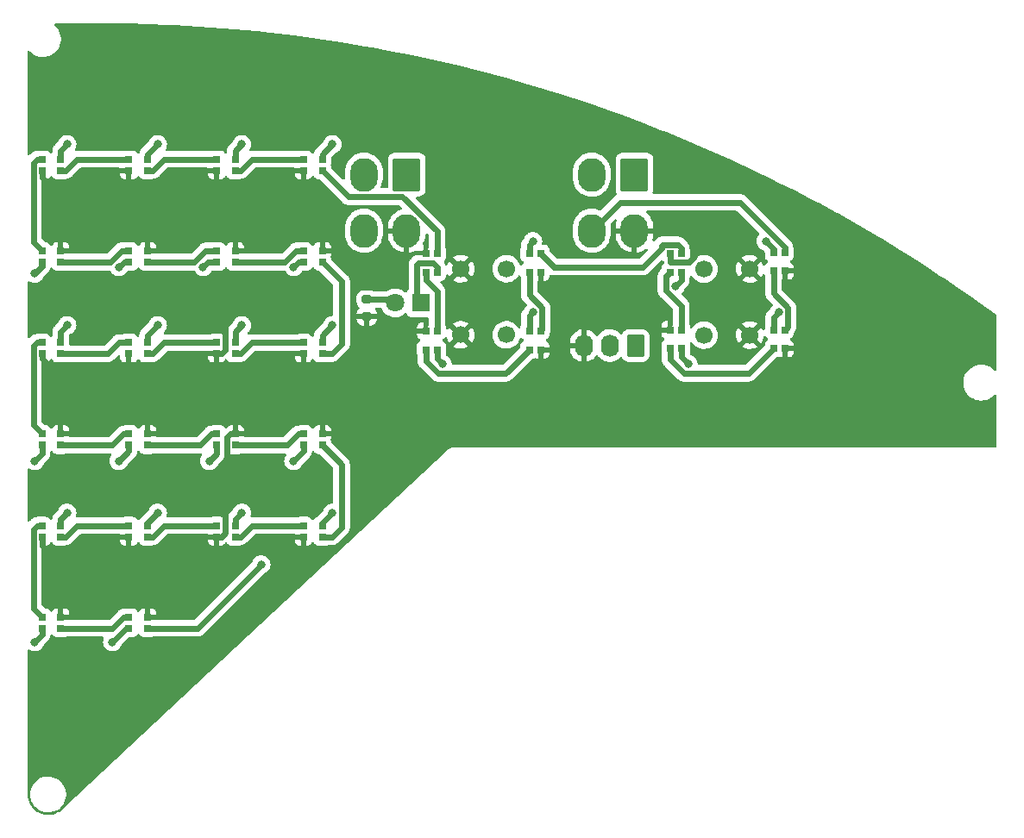
<source format=gbr>
%TF.GenerationSoftware,KiCad,Pcbnew,(6.0.9)*%
%TF.CreationDate,2023-01-27T19:59:26-09:00*%
%TF.ProjectId,EYEBROW WARNING INDICATOR_RIGHT,45594542-524f-4572-9057-41524e494e47,rev?*%
%TF.SameCoordinates,Original*%
%TF.FileFunction,Copper,L1,Top*%
%TF.FilePolarity,Positive*%
%FSLAX46Y46*%
G04 Gerber Fmt 4.6, Leading zero omitted, Abs format (unit mm)*
G04 Created by KiCad (PCBNEW (6.0.9)) date 2023-01-27 19:59:26*
%MOMM*%
%LPD*%
G01*
G04 APERTURE LIST*
G04 Aperture macros list*
%AMRoundRect*
0 Rectangle with rounded corners*
0 $1 Rounding radius*
0 $2 $3 $4 $5 $6 $7 $8 $9 X,Y pos of 4 corners*
0 Add a 4 corners polygon primitive as box body*
4,1,4,$2,$3,$4,$5,$6,$7,$8,$9,$2,$3,0*
0 Add four circle primitives for the rounded corners*
1,1,$1+$1,$2,$3*
1,1,$1+$1,$4,$5*
1,1,$1+$1,$6,$7*
1,1,$1+$1,$8,$9*
0 Add four rect primitives between the rounded corners*
20,1,$1+$1,$2,$3,$4,$5,0*
20,1,$1+$1,$4,$5,$6,$7,0*
20,1,$1+$1,$6,$7,$8,$9,0*
20,1,$1+$1,$8,$9,$2,$3,0*%
G04 Aperture macros list end*
%TA.AperFunction,ComponentPad*%
%ADD10RoundRect,0.250001X1.099999X1.399999X-1.099999X1.399999X-1.099999X-1.399999X1.099999X-1.399999X0*%
%TD*%
%TA.AperFunction,ComponentPad*%
%ADD11O,2.700000X3.300000*%
%TD*%
%TA.AperFunction,ComponentPad*%
%ADD12RoundRect,0.250000X0.620000X0.845000X-0.620000X0.845000X-0.620000X-0.845000X0.620000X-0.845000X0*%
%TD*%
%TA.AperFunction,ComponentPad*%
%ADD13O,1.740000X2.190000*%
%TD*%
%TA.AperFunction,ComponentPad*%
%ADD14C,1.700000*%
%TD*%
%TA.AperFunction,ComponentPad*%
%ADD15R,1.800000X1.800000*%
%TD*%
%TA.AperFunction,ComponentPad*%
%ADD16C,1.800000*%
%TD*%
%TA.AperFunction,SMDPad,CuDef*%
%ADD17R,0.700000X0.700000*%
%TD*%
%TA.AperFunction,SMDPad,CuDef*%
%ADD18RoundRect,0.200000X-0.275000X0.200000X-0.275000X-0.200000X0.275000X-0.200000X0.275000X0.200000X0*%
%TD*%
%TA.AperFunction,ViaPad*%
%ADD19C,0.800000*%
%TD*%
%TA.AperFunction,Conductor*%
%ADD20C,0.609600*%
%TD*%
G04 APERTURE END LIST*
D10*
%TO.P,J2,1*%
%TO.N,+5V*%
X139061300Y-72844144D03*
D11*
%TO.P,J2,2*%
X134861300Y-72844144D03*
%TO.P,J2,3*%
%TO.N,GND*%
X139061300Y-78344144D03*
%TO.P,J2,4*%
%TO.N,/DOUT*%
X134861300Y-78344144D03*
%TD*%
D10*
%TO.P,J1,1*%
%TO.N,+5V*%
X161413300Y-72844144D03*
D11*
%TO.P,J1,2*%
X157213300Y-72844144D03*
%TO.P,J1,3*%
%TO.N,GND*%
X161413300Y-78344144D03*
%TO.P,J1,4*%
%TO.N,/DIN*%
X157213300Y-78344144D03*
%TD*%
D12*
%TO.P,J3,1*%
%TO.N,/FIRE_SW*%
X161531300Y-89623143D03*
D13*
%TO.P,J3,2*%
%TO.N,/MC_SW*%
X158991300Y-89623143D03*
%TO.P,J3,3*%
%TO.N,GND*%
X156451300Y-89623143D03*
%TD*%
D14*
%TO.P,SW2,1*%
%TO.N,/MC_SW*%
X148842849Y-82075596D03*
%TO.P,SW2,2*%
X148842849Y-88575596D03*
%TO.P,SW2,3*%
%TO.N,GND*%
X144342849Y-82075596D03*
%TO.P,SW2,4*%
X144342849Y-88575596D03*
%TD*%
%TO.P,SW1,1*%
%TO.N,/FIRE_SW*%
X168223049Y-88603396D03*
%TO.P,SW1,2*%
X168223049Y-82103396D03*
%TO.P,SW1,3*%
%TO.N,GND*%
X172723049Y-88603396D03*
%TO.P,SW1,4*%
X172723049Y-82103396D03*
%TD*%
D15*
%TO.P,D1,1*%
%TO.N,+5V*%
X140449300Y-85432143D03*
D16*
%TO.P,D1,2*%
%TO.N,Net-(D1-Pad2)*%
X137909300Y-85432143D03*
%TD*%
D17*
%TO.P,D2,1*%
%TO.N,Net-(D2-Pad1)*%
X175059049Y-82287139D03*
%TO.P,D2,2*%
%TO.N,GND*%
X176159049Y-82287139D03*
%TO.P,D2,3*%
%TO.N,/DIN*%
X176159049Y-80457139D03*
%TO.P,D2,4*%
%TO.N,+5V*%
X175059049Y-80457139D03*
%TD*%
%TO.P,D3,1*%
%TO.N,Net-(D3-Pad1)*%
X175059049Y-89907139D03*
%TO.P,D3,2*%
%TO.N,GND*%
X176159049Y-89907139D03*
%TO.P,D3,3*%
%TO.N,Net-(D2-Pad1)*%
X176159049Y-88077139D03*
%TO.P,D3,4*%
%TO.N,+5V*%
X175059049Y-88077139D03*
%TD*%
%TO.P,D4,1*%
%TO.N,Net-(D4-Pad1)*%
X165999049Y-88077139D03*
%TO.P,D4,2*%
%TO.N,GND*%
X164899049Y-88077139D03*
%TO.P,D4,3*%
%TO.N,Net-(D3-Pad1)*%
X164899049Y-89907139D03*
%TO.P,D4,4*%
%TO.N,+5V*%
X165999049Y-89907139D03*
%TD*%
%TO.P,D5,1*%
%TO.N,Net-(D5-Pad1)*%
X165999050Y-80587195D03*
%TO.P,D5,2*%
%TO.N,GND*%
X164899050Y-80587195D03*
%TO.P,D5,3*%
%TO.N,Net-(D4-Pad1)*%
X164899050Y-82417195D03*
%TO.P,D5,4*%
%TO.N,+5V*%
X165999050Y-82417195D03*
%TD*%
%TO.P,D6,1*%
%TO.N,Net-(D6-Pad1)*%
X151089050Y-82407195D03*
%TO.P,D6,2*%
%TO.N,GND*%
X152189050Y-82407195D03*
%TO.P,D6,3*%
%TO.N,Net-(D5-Pad1)*%
X152189050Y-80577195D03*
%TO.P,D6,4*%
%TO.N,+5V*%
X151089050Y-80577195D03*
%TD*%
%TO.P,D7,1*%
%TO.N,Net-(D7-Pad1)*%
X151089050Y-90027195D03*
%TO.P,D7,2*%
%TO.N,GND*%
X152189050Y-90027195D03*
%TO.P,D7,3*%
%TO.N,Net-(D6-Pad1)*%
X152189050Y-88197195D03*
%TO.P,D7,4*%
%TO.N,+5V*%
X151089050Y-88197195D03*
%TD*%
%TO.P,D8,1*%
%TO.N,Net-(D8-Pad1)*%
X142029050Y-88197195D03*
%TO.P,D8,2*%
%TO.N,GND*%
X140929050Y-88197195D03*
%TO.P,D8,3*%
%TO.N,Net-(D7-Pad1)*%
X140929050Y-90027195D03*
%TO.P,D8,4*%
%TO.N,+5V*%
X142029050Y-90027195D03*
%TD*%
%TO.P,D9,1*%
%TO.N,/DOUT1*%
X142029050Y-80577195D03*
%TO.P,D9,2*%
%TO.N,GND*%
X140929050Y-80577195D03*
%TO.P,D9,3*%
%TO.N,Net-(D8-Pad1)*%
X140929050Y-82407195D03*
%TO.P,D9,4*%
%TO.N,+5V*%
X142029050Y-82407195D03*
%TD*%
%TO.P,D10,1*%
%TO.N,Net-(D10-Pad1)*%
X128942499Y-71334797D03*
%TO.P,D10,2*%
%TO.N,GND*%
X128942499Y-72434797D03*
%TO.P,D10,3*%
%TO.N,/DOUT1*%
X130772499Y-72434797D03*
%TO.P,D10,4*%
%TO.N,+5V*%
X130772499Y-71334797D03*
%TD*%
%TO.P,D11,1*%
%TO.N,Net-(D11-Pad1)*%
X120408099Y-71334797D03*
%TO.P,D11,2*%
%TO.N,GND*%
X120408099Y-72434797D03*
%TO.P,D11,3*%
%TO.N,Net-(D10-Pad1)*%
X122238099Y-72434797D03*
%TO.P,D11,4*%
%TO.N,+5V*%
X122238099Y-71334797D03*
%TD*%
%TO.P,D12,1*%
%TO.N,Net-(D12-Pad1)*%
X111797499Y-71334798D03*
%TO.P,D12,2*%
%TO.N,GND*%
X111797499Y-72434798D03*
%TO.P,D12,3*%
%TO.N,Net-(D11-Pad1)*%
X113627499Y-72434798D03*
%TO.P,D12,4*%
%TO.N,+5V*%
X113627499Y-71334798D03*
%TD*%
%TO.P,D13,1*%
%TO.N,Net-(D13-Pad1)*%
X103263099Y-71334798D03*
%TO.P,D13,2*%
%TO.N,GND*%
X103263099Y-72434798D03*
%TO.P,D13,3*%
%TO.N,Net-(D12-Pad1)*%
X105093099Y-72434798D03*
%TO.P,D13,4*%
%TO.N,+5V*%
X105093099Y-71334798D03*
%TD*%
%TO.P,D14,1*%
%TO.N,Net-(D14-Pad1)*%
X105093099Y-81426398D03*
%TO.P,D14,2*%
%TO.N,GND*%
X105093099Y-80326398D03*
%TO.P,D14,3*%
%TO.N,Net-(D13-Pad1)*%
X103263099Y-80326398D03*
%TO.P,D14,4*%
%TO.N,+5V*%
X103263099Y-81426398D03*
%TD*%
%TO.P,D15,1*%
%TO.N,Net-(D15-Pad1)*%
X113627499Y-81426398D03*
%TO.P,D15,2*%
%TO.N,GND*%
X113627499Y-80326398D03*
%TO.P,D15,3*%
%TO.N,Net-(D14-Pad1)*%
X111797499Y-80326398D03*
%TO.P,D15,4*%
%TO.N,+5V*%
X111797499Y-81426398D03*
%TD*%
%TO.P,D16,1*%
%TO.N,Net-(D16-Pad1)*%
X122238099Y-81426398D03*
%TO.P,D16,2*%
%TO.N,GND*%
X122238099Y-80326398D03*
%TO.P,D16,3*%
%TO.N,Net-(D15-Pad1)*%
X120408099Y-80326398D03*
%TO.P,D16,4*%
%TO.N,+5V*%
X120408099Y-81426398D03*
%TD*%
%TO.P,D17,1*%
%TO.N,/DOUT2*%
X130772499Y-81426398D03*
%TO.P,D17,2*%
%TO.N,GND*%
X130772499Y-80326398D03*
%TO.P,D17,3*%
%TO.N,Net-(D16-Pad1)*%
X128942499Y-80326398D03*
%TO.P,D17,4*%
%TO.N,+5V*%
X128942499Y-81426398D03*
%TD*%
%TO.P,D18,1*%
%TO.N,Net-(D18-Pad1)*%
X128942499Y-89317997D03*
%TO.P,D18,2*%
%TO.N,GND*%
X128942499Y-90417997D03*
%TO.P,D18,3*%
%TO.N,/DOUT2*%
X130772499Y-90417997D03*
%TO.P,D18,4*%
%TO.N,+5V*%
X130772499Y-89317997D03*
%TD*%
%TO.P,D19,1*%
%TO.N,Net-(D19-Pad1)*%
X120408099Y-89317997D03*
%TO.P,D19,2*%
%TO.N,GND*%
X120408099Y-90417997D03*
%TO.P,D19,3*%
%TO.N,Net-(D18-Pad1)*%
X122238099Y-90417997D03*
%TO.P,D19,4*%
%TO.N,+5V*%
X122238099Y-89317997D03*
%TD*%
%TO.P,D20,1*%
%TO.N,Net-(D20-Pad1)*%
X111797499Y-89317997D03*
%TO.P,D20,2*%
%TO.N,GND*%
X111797499Y-90417997D03*
%TO.P,D20,3*%
%TO.N,Net-(D19-Pad1)*%
X113627499Y-90417997D03*
%TO.P,D20,4*%
%TO.N,+5V*%
X113627499Y-89317997D03*
%TD*%
%TO.P,D21,1*%
%TO.N,Net-(D21-Pad1)*%
X103263099Y-89317997D03*
%TO.P,D21,2*%
%TO.N,GND*%
X103263099Y-90417997D03*
%TO.P,D21,3*%
%TO.N,Net-(D20-Pad1)*%
X105093099Y-90417997D03*
%TO.P,D21,4*%
%TO.N,+5V*%
X105093099Y-89317997D03*
%TD*%
%TO.P,D22,1*%
%TO.N,Net-(D22-Pad1)*%
X105093099Y-99409597D03*
%TO.P,D22,2*%
%TO.N,GND*%
X105093099Y-98309597D03*
%TO.P,D22,3*%
%TO.N,Net-(D21-Pad1)*%
X103263099Y-98309597D03*
%TO.P,D22,4*%
%TO.N,+5V*%
X103263099Y-99409597D03*
%TD*%
%TO.P,D23,1*%
%TO.N,Net-(D23-Pad1)*%
X113627499Y-99409597D03*
%TO.P,D23,2*%
%TO.N,GND*%
X113627499Y-98309597D03*
%TO.P,D23,3*%
%TO.N,Net-(D22-Pad1)*%
X111797499Y-98309597D03*
%TO.P,D23,4*%
%TO.N,+5V*%
X111797499Y-99409597D03*
%TD*%
%TO.P,D24,1*%
%TO.N,Net-(D24-Pad1)*%
X122238099Y-99409597D03*
%TO.P,D24,2*%
%TO.N,GND*%
X122238099Y-98309597D03*
%TO.P,D24,3*%
%TO.N,Net-(D23-Pad1)*%
X120408099Y-98309597D03*
%TO.P,D24,4*%
%TO.N,+5V*%
X120408099Y-99409597D03*
%TD*%
%TO.P,D25,1*%
%TO.N,/DOUT3*%
X130772499Y-99409597D03*
%TO.P,D25,2*%
%TO.N,GND*%
X130772499Y-98309597D03*
%TO.P,D25,3*%
%TO.N,Net-(D24-Pad1)*%
X128942499Y-98309597D03*
%TO.P,D25,4*%
%TO.N,+5V*%
X128942499Y-99409597D03*
%TD*%
%TO.P,D26,1*%
%TO.N,Net-(D26-Pad1)*%
X128942499Y-107301197D03*
%TO.P,D26,2*%
%TO.N,GND*%
X128942499Y-108401197D03*
%TO.P,D26,3*%
%TO.N,/DOUT3*%
X130772499Y-108401197D03*
%TO.P,D26,4*%
%TO.N,+5V*%
X130772499Y-107301197D03*
%TD*%
%TO.P,D27,1*%
%TO.N,Net-(D27-Pad1)*%
X120408099Y-107301197D03*
%TO.P,D27,2*%
%TO.N,GND*%
X120408099Y-108401197D03*
%TO.P,D27,3*%
%TO.N,Net-(D26-Pad1)*%
X122238099Y-108401197D03*
%TO.P,D27,4*%
%TO.N,+5V*%
X122238099Y-107301197D03*
%TD*%
%TO.P,D28,1*%
%TO.N,Net-(D28-Pad1)*%
X111797499Y-107301197D03*
%TO.P,D28,2*%
%TO.N,GND*%
X111797499Y-108401197D03*
%TO.P,D28,3*%
%TO.N,Net-(D27-Pad1)*%
X113627499Y-108401197D03*
%TO.P,D28,4*%
%TO.N,+5V*%
X113627499Y-107301197D03*
%TD*%
%TO.P,D29,1*%
%TO.N,Net-(D29-Pad1)*%
X103263099Y-107301197D03*
%TO.P,D29,2*%
%TO.N,GND*%
X103263099Y-108401197D03*
%TO.P,D29,3*%
%TO.N,Net-(D28-Pad1)*%
X105093099Y-108401197D03*
%TO.P,D29,4*%
%TO.N,+5V*%
X105093099Y-107301197D03*
%TD*%
%TO.P,D30,1*%
%TO.N,Net-(D30-Pad1)*%
X105093099Y-117392797D03*
%TO.P,D30,2*%
%TO.N,GND*%
X105093099Y-116292797D03*
%TO.P,D30,3*%
%TO.N,Net-(D29-Pad1)*%
X103263099Y-116292797D03*
%TO.P,D30,4*%
%TO.N,+5V*%
X103263099Y-117392797D03*
%TD*%
%TO.P,D31,1*%
%TO.N,/DOUT*%
X113627499Y-117392797D03*
%TO.P,D31,2*%
%TO.N,GND*%
X113627499Y-116292797D03*
%TO.P,D31,3*%
%TO.N,Net-(D30-Pad1)*%
X111797499Y-116292797D03*
%TO.P,D31,4*%
%TO.N,+5V*%
X111797499Y-117392797D03*
%TD*%
D18*
%TO.P,R1,2*%
%TO.N,GND*%
X135129050Y-86762195D03*
%TO.P,R1,1*%
%TO.N,Net-(D1-Pad2)*%
X135129050Y-85112195D03*
%TD*%
D19*
%TO.N,GND*%
X145073300Y-69876996D03*
X145073300Y-71146996D03*
X145073300Y-72416996D03*
%TO.N,+5V*%
X142557499Y-91442797D03*
X151447499Y-79377797D03*
X110172499Y-118747797D03*
X102552499Y-118747797D03*
X105727499Y-106047797D03*
X114617499Y-106047797D03*
X122872499Y-106047797D03*
X131762499Y-106047797D03*
X127952499Y-100967797D03*
X119697499Y-100967797D03*
X110807499Y-100967797D03*
X102552499Y-100967797D03*
X105727499Y-87632797D03*
X114617499Y-87632797D03*
X122872499Y-87632797D03*
X131762499Y-87632797D03*
X127952499Y-81917797D03*
X119062499Y-81917797D03*
X110807499Y-81917797D03*
X102552499Y-82552797D03*
X105727499Y-69852797D03*
X114617499Y-69852797D03*
X122872499Y-69852797D03*
X131762499Y-69852797D03*
X151447499Y-86362797D03*
X165417499Y-83822797D03*
X166687499Y-91442797D03*
X175577499Y-86362797D03*
X174307499Y-79377797D03*
%TO.N,/DOUT*%
X124777499Y-111127797D03*
%TD*%
D20*
%TO.N,GND*%
X164899050Y-80587195D02*
X164899050Y-81399348D01*
X166752891Y-81441996D02*
X167322499Y-80872388D01*
X164941698Y-81441996D02*
X166752891Y-81441996D01*
X164899050Y-81399348D02*
X164941698Y-81441996D01*
X167322499Y-80872388D02*
X167322499Y-80012797D01*
X103263099Y-72434798D02*
X103263099Y-73103397D01*
X103263099Y-73103397D02*
X103822499Y-73662797D01*
X103263099Y-90417997D02*
X103263099Y-90883397D01*
X103263099Y-90883397D02*
X104457499Y-92077797D01*
X103263099Y-108401197D02*
X103263099Y-109298397D01*
X103263099Y-109298397D02*
X104457499Y-110492797D01*
X121262900Y-108055038D02*
X121262900Y-105073198D01*
X120916741Y-108401197D02*
X121262900Y-108055038D01*
X120408099Y-108401197D02*
X120916741Y-108401197D01*
X121262900Y-105073198D02*
X120967499Y-104777797D01*
X121383298Y-98655756D02*
X121383298Y-100748596D01*
X121729457Y-98309597D02*
X121383298Y-98655756D01*
X122238099Y-98309597D02*
X121729457Y-98309597D01*
X121383298Y-100748596D02*
X121602499Y-100967797D01*
X121262900Y-90071838D02*
X121262900Y-86023198D01*
X120916741Y-90417997D02*
X121262900Y-90071838D01*
X120408099Y-90417997D02*
X120916741Y-90417997D01*
X121262900Y-86023198D02*
X120967499Y-85727797D01*
%TO.N,+5V*%
X140074249Y-85057092D02*
X140449300Y-85432143D01*
X140074249Y-81653354D02*
X140074249Y-85057092D01*
X140175209Y-81552394D02*
X140074249Y-81653354D01*
X141682891Y-81552394D02*
X140175209Y-81552394D01*
X142029050Y-81898553D02*
X141682891Y-81552394D01*
X142029050Y-82407195D02*
X142029050Y-81898553D01*
X142029050Y-90914348D02*
X142557499Y-91442797D01*
X142029050Y-90027195D02*
X142029050Y-90914348D01*
X151089050Y-79736246D02*
X151447499Y-79377797D01*
X151089050Y-80577195D02*
X151089050Y-79736246D01*
X111527499Y-117392797D02*
X110172499Y-118747797D01*
X111797499Y-117392797D02*
X111527499Y-117392797D01*
X103263099Y-118037197D02*
X102552499Y-118747797D01*
X103263099Y-117392797D02*
X103263099Y-118037197D01*
X105093099Y-106682197D02*
X105727499Y-106047797D01*
X105093099Y-107301197D02*
X105093099Y-106682197D01*
X113627499Y-107037797D02*
X114617499Y-106047797D01*
X113627499Y-107301197D02*
X113627499Y-107037797D01*
X122238099Y-106682197D02*
X122872499Y-106047797D01*
X122238099Y-107301197D02*
X122238099Y-106682197D01*
X130772499Y-107037797D02*
X131762499Y-106047797D01*
X130772499Y-107301197D02*
X130772499Y-107037797D01*
X128942499Y-99977797D02*
X127952499Y-100967797D01*
X128942499Y-99409597D02*
X128942499Y-99977797D01*
X120408099Y-100257197D02*
X119697499Y-100967797D01*
X120408099Y-99409597D02*
X120408099Y-100257197D01*
X111797499Y-99977797D02*
X110807499Y-100967797D01*
X111797499Y-99409597D02*
X111797499Y-99977797D01*
X103263099Y-100257197D02*
X102552499Y-100967797D01*
X103263099Y-99409597D02*
X103263099Y-100257197D01*
X105093099Y-88267197D02*
X105727499Y-87632797D01*
X105093099Y-89317997D02*
X105093099Y-88267197D01*
X113627499Y-88622797D02*
X114617499Y-87632797D01*
X113627499Y-89317997D02*
X113627499Y-88622797D01*
X122238099Y-88267197D02*
X122872499Y-87632797D01*
X122238099Y-89317997D02*
X122238099Y-88267197D01*
X130772499Y-88622797D02*
X131762499Y-87632797D01*
X130772499Y-89317997D02*
X130772499Y-88622797D01*
X128443898Y-81426398D02*
X127952499Y-81917797D01*
X128942499Y-81426398D02*
X128443898Y-81426398D01*
X119553898Y-81426398D02*
X119062499Y-81917797D01*
X120408099Y-81426398D02*
X119553898Y-81426398D01*
X111298898Y-81426398D02*
X110807499Y-81917797D01*
X111797499Y-81426398D02*
X111298898Y-81426398D01*
X103263099Y-81426398D02*
X103263099Y-81842197D01*
X103263099Y-81842197D02*
X102552499Y-82552797D01*
X105093099Y-70487197D02*
X105727499Y-69852797D01*
X105093099Y-71334798D02*
X105093099Y-70487197D01*
X113627499Y-70842797D02*
X114617499Y-69852797D01*
X113627499Y-71334798D02*
X113627499Y-70842797D01*
X122238099Y-70487197D02*
X122872499Y-69852797D01*
X122238099Y-71334797D02*
X122238099Y-70487197D01*
X130772499Y-70842797D02*
X131762499Y-69852797D01*
X130772499Y-71334797D02*
X130772499Y-70842797D01*
X151089050Y-86721246D02*
X151447499Y-86362797D01*
X151089050Y-88197195D02*
X151089050Y-86721246D01*
X165999050Y-83241246D02*
X165417499Y-83822797D01*
X165999050Y-82417195D02*
X165999050Y-83241246D01*
X165999049Y-90754347D02*
X166687499Y-91442797D01*
X165999049Y-89907139D02*
X165999049Y-90754347D01*
X175059049Y-86881247D02*
X175577499Y-86362797D01*
X175059049Y-88077139D02*
X175059049Y-86881247D01*
X175059049Y-80129347D02*
X174307499Y-79377797D01*
X175059049Y-80457139D02*
X175059049Y-80129347D01*
%TO.N,Net-(D1-Pad2)*%
X137589352Y-85112195D02*
X137909300Y-85432143D01*
X135129050Y-85112195D02*
X137589352Y-85112195D01*
%TO.N,/DIN*%
X176159049Y-79948497D02*
X176159049Y-80457139D01*
X171778349Y-75567797D02*
X176159049Y-79948497D01*
X159989647Y-75567797D02*
X171778349Y-75567797D01*
X157213300Y-78344144D02*
X159989647Y-75567797D01*
%TO.N,Net-(D2-Pad1)*%
X175059049Y-84505239D02*
X176482301Y-85928491D01*
X175059049Y-82287139D02*
X175059049Y-84505239D01*
X176482301Y-85928491D02*
X176482301Y-87753887D01*
X176482301Y-87753887D02*
X176159049Y-88077139D01*
%TO.N,Net-(D3-Pad1)*%
X172618589Y-92347599D02*
X175059049Y-89907139D01*
X164899049Y-89907139D02*
X164899049Y-90993455D01*
X164899049Y-90993455D02*
X166253193Y-92347599D01*
X166253193Y-92347599D02*
X172618589Y-92347599D01*
%TO.N,Net-(D4-Pad1)*%
X165999049Y-88077139D02*
X165999049Y-85743455D01*
X165999049Y-85743455D02*
X164512697Y-84257103D01*
X164512697Y-84257103D02*
X164512697Y-82803548D01*
X164512697Y-82803548D02*
X164899050Y-82417195D01*
%TO.N,Net-(D5-Pad1)*%
X153529652Y-81917797D02*
X152189050Y-80577195D01*
X164044249Y-80116047D02*
X162242499Y-81917797D01*
X164044249Y-79833354D02*
X164044249Y-80116047D01*
X164145209Y-79732394D02*
X164044249Y-79833354D01*
X165652891Y-79732394D02*
X164145209Y-79732394D01*
X162242499Y-81917797D02*
X153529652Y-81917797D01*
X165999050Y-80078553D02*
X165652891Y-79732394D01*
X165999050Y-80587195D02*
X165999050Y-80078553D01*
%TO.N,Net-(D6-Pad1)*%
X151089050Y-84665240D02*
X152352301Y-85928491D01*
X152352301Y-85928491D02*
X152352301Y-88033944D01*
X152352301Y-88033944D02*
X152189050Y-88197195D01*
X151089050Y-82407195D02*
X151089050Y-84665240D01*
%TO.N,Net-(D7-Pad1)*%
X140929050Y-91153456D02*
X140929050Y-90027195D01*
X151089050Y-90027195D02*
X148768646Y-92347599D01*
X148768646Y-92347599D02*
X142123193Y-92347599D01*
X142123193Y-92347599D02*
X140929050Y-91153456D01*
%TO.N,Net-(D8-Pad1)*%
X140929050Y-83203251D02*
X140929050Y-82407195D01*
X142029050Y-84303251D02*
X140929050Y-83203251D01*
X142029050Y-88197195D02*
X142029050Y-84303251D01*
%TO.N,/DOUT1*%
X133336656Y-74998954D02*
X130772499Y-72434797D01*
X138639207Y-74998954D02*
X133336656Y-74998954D01*
X142029050Y-78388797D02*
X138639207Y-74998954D01*
X142029050Y-80577195D02*
X142029050Y-78388797D01*
%TO.N,Net-(D10-Pad1)*%
X122746741Y-72434797D02*
X122238099Y-72434797D01*
X123846741Y-71334797D02*
X122746741Y-72434797D01*
X128942499Y-71334797D02*
X123846741Y-71334797D01*
%TO.N,Net-(D11-Pad1)*%
X114136141Y-72434798D02*
X113627499Y-72434798D01*
X115236142Y-71334797D02*
X114136141Y-72434798D01*
X120408099Y-71334797D02*
X115236142Y-71334797D01*
%TO.N,Net-(D12-Pad1)*%
X105601741Y-72434798D02*
X105093099Y-72434798D01*
X106701741Y-71334798D02*
X105601741Y-72434798D01*
X111797499Y-71334798D02*
X106701741Y-71334798D01*
%TO.N,Net-(D13-Pad1)*%
X102408298Y-79471597D02*
X103263099Y-80326398D01*
X102408298Y-71680957D02*
X102408298Y-79471597D01*
X102754457Y-71334798D02*
X102408298Y-71680957D01*
X103263099Y-71334798D02*
X102754457Y-71334798D01*
%TO.N,Net-(D14-Pad1)*%
X105093099Y-81426398D02*
X109959790Y-81426398D01*
X109959790Y-81426398D02*
X111059790Y-80326398D01*
X111059790Y-80326398D02*
X111797499Y-80326398D01*
%TO.N,Net-(D15-Pad1)*%
X118214790Y-81426398D02*
X119314790Y-80326398D01*
X113627499Y-81426398D02*
X118214790Y-81426398D01*
X119314790Y-80326398D02*
X120408099Y-80326398D01*
%TO.N,Net-(D16-Pad1)*%
X122238099Y-81426398D02*
X127104790Y-81426398D01*
X127104790Y-81426398D02*
X128204790Y-80326398D01*
X128204790Y-80326398D02*
X128942499Y-80326398D01*
%TO.N,/DOUT2*%
X132667301Y-83321200D02*
X132667301Y-89482795D01*
X130772499Y-81426398D02*
X132667301Y-83321200D01*
X132667301Y-89482795D02*
X131732099Y-90417997D01*
X131732099Y-90417997D02*
X130772499Y-90417997D01*
%TO.N,Net-(D18-Pad1)*%
X122746741Y-90417997D02*
X122238099Y-90417997D01*
X123846741Y-89317997D02*
X122746741Y-90417997D01*
X128942499Y-89317997D02*
X123846741Y-89317997D01*
%TO.N,Net-(D19-Pad1)*%
X114136141Y-90417997D02*
X113627499Y-90417997D01*
X115236141Y-89317997D02*
X114136141Y-90417997D01*
X120408099Y-89317997D02*
X115236141Y-89317997D01*
%TO.N,Net-(D20-Pad1)*%
X109737899Y-90417997D02*
X105093099Y-90417997D01*
X110837899Y-89317997D02*
X109737899Y-90417997D01*
X111797499Y-89317997D02*
X110837899Y-89317997D01*
%TO.N,Net-(D21-Pad1)*%
X102408298Y-97454796D02*
X103263099Y-98309597D01*
X102408298Y-89664156D02*
X102408298Y-97454796D01*
X102754457Y-89317997D02*
X102408298Y-89664156D01*
X103263099Y-89317997D02*
X102754457Y-89317997D01*
%TO.N,Net-(D22-Pad1)*%
X111288857Y-98309597D02*
X111797499Y-98309597D01*
X110188857Y-99409597D02*
X111288857Y-98309597D01*
X105093099Y-99409597D02*
X110188857Y-99409597D01*
%TO.N,Net-(D23-Pad1)*%
X119899457Y-98309597D02*
X120408099Y-98309597D01*
X118799457Y-99409597D02*
X119899457Y-98309597D01*
X113627499Y-99409597D02*
X118799457Y-99409597D01*
%TO.N,Net-(D24-Pad1)*%
X128433857Y-98309597D02*
X128942499Y-98309597D01*
X127333857Y-99409597D02*
X128433857Y-98309597D01*
X122238099Y-99409597D02*
X127333857Y-99409597D01*
%TO.N,/DOUT3*%
X130772499Y-99409597D02*
X132667301Y-101304399D01*
X132667301Y-101304399D02*
X132667301Y-107465995D01*
X132667301Y-107465995D02*
X131732099Y-108401197D01*
X131732099Y-108401197D02*
X130772499Y-108401197D01*
%TO.N,Net-(D26-Pad1)*%
X122746741Y-108401197D02*
X122238099Y-108401197D01*
X123846741Y-107301197D02*
X122746741Y-108401197D01*
X128942499Y-107301197D02*
X123846741Y-107301197D01*
%TO.N,Net-(D27-Pad1)*%
X114136141Y-108401197D02*
X113627499Y-108401197D01*
X115236141Y-107301197D02*
X114136141Y-108401197D01*
X120408099Y-107301197D02*
X115236141Y-107301197D01*
%TO.N,Net-(D28-Pad1)*%
X105601741Y-108401197D02*
X105093099Y-108401197D01*
X106701741Y-107301197D02*
X105601741Y-108401197D01*
X111797499Y-107301197D02*
X106701741Y-107301197D01*
%TO.N,Net-(D29-Pad1)*%
X102408298Y-115437996D02*
X103263099Y-116292797D01*
X102408298Y-107647356D02*
X102408298Y-115437996D01*
X102754457Y-107301197D02*
X102408298Y-107647356D01*
X103263099Y-107301197D02*
X102754457Y-107301197D01*
%TO.N,Net-(D30-Pad1)*%
X111288857Y-116292797D02*
X111797499Y-116292797D01*
X110188857Y-117392797D02*
X111288857Y-116292797D01*
X105093099Y-117392797D02*
X110188857Y-117392797D01*
%TO.N,/DOUT*%
X118512499Y-117392797D02*
X124777499Y-111127797D01*
X113627499Y-117392797D02*
X118512499Y-117392797D01*
%TD*%
%TA.AperFunction,Conductor*%
%TO.N,GND*%
G36*
X109177317Y-57980297D02*
G01*
X109192150Y-57982607D01*
X109192154Y-57982607D01*
X109201023Y-57983988D01*
X109209924Y-57982824D01*
X109209929Y-57982824D01*
X109230183Y-57980175D01*
X109247517Y-57979115D01*
X111559254Y-57997405D01*
X111561247Y-57997436D01*
X113911743Y-58053233D01*
X113913736Y-58053297D01*
X115431496Y-58113365D01*
X116262890Y-58146269D01*
X116264840Y-58146361D01*
X118612401Y-58276500D01*
X118614292Y-58276620D01*
X120959518Y-58443887D01*
X120961442Y-58444040D01*
X123303648Y-58648385D01*
X123305563Y-58648568D01*
X124355510Y-58756934D01*
X125644222Y-58889944D01*
X125646203Y-58890164D01*
X127980771Y-59168513D01*
X127982751Y-59168765D01*
X130312623Y-59484019D01*
X130314498Y-59484288D01*
X132639104Y-59836366D01*
X132641035Y-59836674D01*
X133074383Y-59909339D01*
X134959738Y-60225481D01*
X134961702Y-60225826D01*
X135684491Y-60358816D01*
X137274016Y-60651281D01*
X137275877Y-60651639D01*
X138689552Y-60934943D01*
X139581206Y-61113633D01*
X139583158Y-61114041D01*
X141880745Y-61612420D01*
X141882690Y-61612858D01*
X144172105Y-62147529D01*
X144174041Y-62147997D01*
X146454873Y-62718863D01*
X146456746Y-62719348D01*
X148728187Y-63326211D01*
X148730018Y-63326716D01*
X149845471Y-63643724D01*
X150991561Y-63969439D01*
X150993474Y-63969999D01*
X152159976Y-64321554D01*
X153244563Y-64648422D01*
X153246383Y-64648986D01*
X154398257Y-65016111D01*
X155486454Y-65362941D01*
X155488349Y-65363561D01*
X156511041Y-65707430D01*
X157716940Y-66112901D01*
X157718692Y-66113506D01*
X159555577Y-66763665D01*
X159935041Y-66897975D01*
X159936914Y-66898655D01*
X162140546Y-67718081D01*
X162142367Y-67718774D01*
X164197113Y-68520067D01*
X164332859Y-68573004D01*
X164334710Y-68573743D01*
X166511346Y-69462497D01*
X166513186Y-69463266D01*
X168675425Y-70386320D01*
X168677252Y-70387117D01*
X170824645Y-71344280D01*
X170826460Y-71345106D01*
X171219424Y-71527769D01*
X172958467Y-72336137D01*
X172960237Y-72336977D01*
X175076370Y-73361653D01*
X175078157Y-73362536D01*
X175547997Y-73599291D01*
X177177711Y-74420513D01*
X177179382Y-74421372D01*
X178580500Y-75155427D01*
X179261985Y-75512462D01*
X179263744Y-75513401D01*
X179474626Y-75628172D01*
X181305127Y-76624409D01*
X181328824Y-76637306D01*
X181330545Y-76638261D01*
X183351019Y-77779691D01*
X183377532Y-77794669D01*
X183379245Y-77795654D01*
X185407718Y-78984328D01*
X185409420Y-78985343D01*
X185731162Y-79180786D01*
X187418819Y-80205956D01*
X187420514Y-80207004D01*
X188455148Y-80858124D01*
X189403802Y-81455135D01*
X189410328Y-81459242D01*
X189411981Y-81460300D01*
X190384171Y-82093816D01*
X191381787Y-82743900D01*
X191383449Y-82745002D01*
X191829206Y-83045627D01*
X193332717Y-84059619D01*
X193334244Y-84060666D01*
X194538761Y-84901040D01*
X195262427Y-85405931D01*
X195264053Y-85407084D01*
X196911520Y-86595690D01*
X196955060Y-86651768D01*
X196963798Y-86697872D01*
X196963798Y-92009219D01*
X196943796Y-92077340D01*
X196890140Y-92123833D01*
X196819866Y-92133937D01*
X196755286Y-92104443D01*
X196743795Y-92093120D01*
X196668395Y-92008642D01*
X196665280Y-92005152D01*
X196464328Y-91838021D01*
X196388789Y-91792183D01*
X196244876Y-91704854D01*
X196244872Y-91704852D01*
X196240879Y-91702429D01*
X195999843Y-91601355D01*
X195746515Y-91537017D01*
X195741864Y-91536549D01*
X195741860Y-91536548D01*
X195532569Y-91515474D01*
X195529431Y-91515158D01*
X195373944Y-91515158D01*
X195371619Y-91515331D01*
X195371613Y-91515331D01*
X195184298Y-91529251D01*
X195184294Y-91529252D01*
X195179646Y-91529597D01*
X195175098Y-91530626D01*
X195175092Y-91530627D01*
X194988697Y-91572805D01*
X194924721Y-91587281D01*
X194920369Y-91588973D01*
X194920367Y-91588974D01*
X194685474Y-91680318D01*
X194685471Y-91680319D01*
X194681121Y-91682011D01*
X194677067Y-91684328D01*
X194677065Y-91684329D01*
X194648562Y-91700620D01*
X194454200Y-91811707D01*
X194248941Y-91973520D01*
X194069855Y-92163895D01*
X193920874Y-92378649D01*
X193805273Y-92613065D01*
X193725591Y-92861993D01*
X193683577Y-93119965D01*
X193680156Y-93381313D01*
X193715402Y-93640296D01*
X193788541Y-93891225D01*
X193897966Y-94128586D01*
X193924244Y-94168667D01*
X194038708Y-94343254D01*
X194038712Y-94343259D01*
X194041274Y-94347167D01*
X194215316Y-94542164D01*
X194416268Y-94709295D01*
X194420271Y-94711724D01*
X194635720Y-94842462D01*
X194635724Y-94842464D01*
X194639717Y-94844887D01*
X194880753Y-94945961D01*
X195134081Y-95010299D01*
X195138732Y-95010767D01*
X195138736Y-95010768D01*
X195331606Y-95030189D01*
X195351165Y-95032158D01*
X195506652Y-95032158D01*
X195508977Y-95031985D01*
X195508983Y-95031985D01*
X195696298Y-95018065D01*
X195696302Y-95018064D01*
X195700950Y-95017719D01*
X195705498Y-95016690D01*
X195705504Y-95016689D01*
X195891899Y-94974511D01*
X195955875Y-94960035D01*
X195992067Y-94945961D01*
X196195122Y-94866998D01*
X196195125Y-94866997D01*
X196199475Y-94865305D01*
X196426396Y-94735609D01*
X196631655Y-94573796D01*
X196746022Y-94452219D01*
X196807267Y-94416307D01*
X196878205Y-94419207D01*
X196936313Y-94459998D01*
X196963144Y-94525729D01*
X196963798Y-94538552D01*
X196963798Y-99539547D01*
X196943796Y-99607668D01*
X196890140Y-99654161D01*
X196837798Y-99665547D01*
X143587021Y-99665547D01*
X143580481Y-99665171D01*
X143574897Y-99663703D01*
X143509289Y-99665500D01*
X143505839Y-99665547D01*
X143479508Y-99665547D01*
X143475083Y-99666180D01*
X143471997Y-99666400D01*
X143466506Y-99666671D01*
X143438266Y-99667445D01*
X143438265Y-99667445D01*
X143429295Y-99667691D01*
X143420755Y-99670444D01*
X143420752Y-99670445D01*
X143411331Y-99673483D01*
X143390522Y-99678291D01*
X143380720Y-99679694D01*
X143380716Y-99679695D01*
X143371834Y-99680967D01*
X143338914Y-99695935D01*
X143338745Y-99696012D01*
X143325256Y-99701234D01*
X143290664Y-99712386D01*
X143275041Y-99722991D01*
X143256433Y-99733437D01*
X143239239Y-99741255D01*
X143232436Y-99747117D01*
X143211703Y-99764982D01*
X143205874Y-99769448D01*
X143205895Y-99769474D01*
X143202088Y-99772512D01*
X143198064Y-99775243D01*
X143194514Y-99778555D01*
X143194511Y-99778558D01*
X143179033Y-99793002D01*
X143175333Y-99796320D01*
X143128894Y-99836334D01*
X143124456Y-99843181D01*
X143117044Y-99850845D01*
X123554253Y-118105659D01*
X105295363Y-135143750D01*
X105280174Y-135155872D01*
X105260326Y-135169345D01*
X105254611Y-135176270D01*
X105254610Y-135176271D01*
X105249759Y-135182149D01*
X105232425Y-135199420D01*
X105063018Y-135338194D01*
X105049820Y-135347653D01*
X104945618Y-135412598D01*
X104841418Y-135477541D01*
X104827111Y-135485225D01*
X104603732Y-135587231D01*
X104588555Y-135593011D01*
X104353915Y-135665437D01*
X104338122Y-135669217D01*
X104096110Y-135710864D01*
X104079961Y-135712581D01*
X104009638Y-135715497D01*
X103834606Y-135722754D01*
X103818375Y-135722380D01*
X103643447Y-135707028D01*
X103573740Y-135700910D01*
X103557687Y-135698450D01*
X103317854Y-135645695D01*
X103302252Y-135641191D01*
X103071196Y-135558027D01*
X103056313Y-135551558D01*
X102837868Y-135439365D01*
X102823930Y-135431030D01*
X102621737Y-135291676D01*
X102608987Y-135281618D01*
X102498379Y-135182149D01*
X102426390Y-135117410D01*
X102415047Y-135105803D01*
X102255086Y-134919470D01*
X102245325Y-134906494D01*
X102110659Y-134701136D01*
X102102656Y-134687026D01*
X101995516Y-134466042D01*
X101989393Y-134451013D01*
X101911573Y-134218102D01*
X101907430Y-134202401D01*
X101873454Y-134028999D01*
X101860211Y-133961406D01*
X101858123Y-133945311D01*
X101848724Y-133799799D01*
X102113157Y-133799799D01*
X102148403Y-134058782D01*
X102149711Y-134063268D01*
X102149711Y-134063270D01*
X102169397Y-134130808D01*
X102221542Y-134309711D01*
X102330967Y-134547072D01*
X102333530Y-134550981D01*
X102471709Y-134761740D01*
X102471713Y-134761745D01*
X102474275Y-134765653D01*
X102648317Y-134960650D01*
X102849269Y-135127781D01*
X102853272Y-135130210D01*
X103068721Y-135260948D01*
X103068725Y-135260950D01*
X103072718Y-135263373D01*
X103313754Y-135364447D01*
X103567082Y-135428785D01*
X103571733Y-135429253D01*
X103571737Y-135429254D01*
X103764607Y-135448675D01*
X103784166Y-135450644D01*
X103939653Y-135450644D01*
X103941978Y-135450471D01*
X103941984Y-135450471D01*
X104129299Y-135436551D01*
X104129303Y-135436550D01*
X104133951Y-135436205D01*
X104138499Y-135435176D01*
X104138505Y-135435175D01*
X104324900Y-135392997D01*
X104388876Y-135378521D01*
X104425068Y-135364447D01*
X104628123Y-135285484D01*
X104628126Y-135285483D01*
X104632476Y-135283791D01*
X104859397Y-135154095D01*
X105064656Y-134992282D01*
X105243742Y-134801907D01*
X105392723Y-134587153D01*
X105508324Y-134352737D01*
X105588006Y-134103809D01*
X105630020Y-133845837D01*
X105633441Y-133584489D01*
X105598195Y-133325506D01*
X105583772Y-133276021D01*
X105526367Y-133079076D01*
X105525056Y-133074577D01*
X105415631Y-132837216D01*
X105382818Y-132787168D01*
X105274889Y-132622548D01*
X105274885Y-132622543D01*
X105272323Y-132618635D01*
X105098281Y-132423638D01*
X104897329Y-132256507D01*
X104850143Y-132227874D01*
X104677877Y-132123340D01*
X104677873Y-132123338D01*
X104673880Y-132120915D01*
X104432844Y-132019841D01*
X104179516Y-131955503D01*
X104174865Y-131955035D01*
X104174861Y-131955034D01*
X103965570Y-131933960D01*
X103962432Y-131933644D01*
X103806945Y-131933644D01*
X103804620Y-131933817D01*
X103804614Y-131933817D01*
X103617299Y-131947737D01*
X103617295Y-131947738D01*
X103612647Y-131948083D01*
X103608099Y-131949112D01*
X103608093Y-131949113D01*
X103421698Y-131991291D01*
X103357722Y-132005767D01*
X103353370Y-132007459D01*
X103353368Y-132007460D01*
X103118475Y-132098804D01*
X103118472Y-132098805D01*
X103114122Y-132100497D01*
X102887201Y-132230193D01*
X102681942Y-132392006D01*
X102502856Y-132582381D01*
X102353875Y-132797135D01*
X102238274Y-133031551D01*
X102158592Y-133280479D01*
X102116578Y-133538451D01*
X102113157Y-133799799D01*
X101848724Y-133799799D01*
X101844480Y-133734092D01*
X101845581Y-133709619D01*
X101845610Y-133707279D01*
X101846990Y-133698411D01*
X101842863Y-133666854D01*
X101841799Y-133650515D01*
X101841799Y-119601700D01*
X101861801Y-119533579D01*
X101915457Y-119487086D01*
X101985731Y-119476982D01*
X102041860Y-119499764D01*
X102090405Y-119535034D01*
X102095747Y-119538915D01*
X102101775Y-119541599D01*
X102101777Y-119541600D01*
X102236765Y-119601700D01*
X102270211Y-119616591D01*
X102363611Y-119636444D01*
X102450555Y-119654925D01*
X102450560Y-119654925D01*
X102457012Y-119656297D01*
X102647986Y-119656297D01*
X102654438Y-119654925D01*
X102654443Y-119654925D01*
X102741387Y-119636444D01*
X102834787Y-119616591D01*
X102868233Y-119601700D01*
X103003221Y-119541600D01*
X103003223Y-119541599D01*
X103009251Y-119538915D01*
X103016596Y-119533579D01*
X103094494Y-119476982D01*
X103163752Y-119426663D01*
X103291539Y-119284741D01*
X103387026Y-119119353D01*
X103404586Y-119065310D01*
X103435324Y-119015152D01*
X103831568Y-118618908D01*
X103832505Y-118617979D01*
X103892317Y-118559407D01*
X103892318Y-118559406D01*
X103897349Y-118554479D01*
X103901163Y-118548561D01*
X103901167Y-118548556D01*
X103920994Y-118517790D01*
X103928433Y-118507437D01*
X103951269Y-118478831D01*
X103955662Y-118473328D01*
X103958727Y-118466988D01*
X103958730Y-118466983D01*
X103970364Y-118442918D01*
X103977891Y-118429505D01*
X103992373Y-118407033D01*
X103992376Y-118407026D01*
X103996191Y-118401107D01*
X104011122Y-118360086D01*
X104016081Y-118348346D01*
X104032010Y-118315396D01*
X104032011Y-118315394D01*
X104035076Y-118309053D01*
X104042676Y-118276133D01*
X104047042Y-118261398D01*
X104056188Y-118236269D01*
X104056190Y-118236263D01*
X104058597Y-118229648D01*
X104064068Y-118186338D01*
X104066302Y-118173797D01*
X104076121Y-118131267D01*
X104076191Y-118111439D01*
X104076264Y-118090458D01*
X104076293Y-118089565D01*
X104076399Y-118088727D01*
X104076399Y-118079399D01*
X104096401Y-118011278D01*
X104150057Y-117964785D01*
X104220331Y-117954681D01*
X104284911Y-117984175D01*
X104303225Y-118003834D01*
X104368146Y-118090458D01*
X104379838Y-118106058D01*
X104496394Y-118193412D01*
X104632783Y-118244542D01*
X104694965Y-118251297D01*
X105491233Y-118251297D01*
X105494630Y-118250928D01*
X105545565Y-118245395D01*
X105545567Y-118245395D01*
X105553415Y-118244542D01*
X105560808Y-118241770D01*
X105560810Y-118241770D01*
X105634579Y-118214115D01*
X105678808Y-118206097D01*
X109220458Y-118206097D01*
X109288579Y-118226099D01*
X109335072Y-118279755D01*
X109345176Y-118350029D01*
X109337645Y-118376135D01*
X109337972Y-118376241D01*
X109278957Y-118557869D01*
X109278267Y-118564430D01*
X109278267Y-118564432D01*
X109259685Y-118741232D01*
X109258995Y-118747797D01*
X109278957Y-118937725D01*
X109337972Y-119119353D01*
X109433459Y-119284741D01*
X109561246Y-119426663D01*
X109630504Y-119476982D01*
X109708403Y-119533579D01*
X109715747Y-119538915D01*
X109721775Y-119541599D01*
X109721777Y-119541600D01*
X109856765Y-119601700D01*
X109890211Y-119616591D01*
X109983611Y-119636444D01*
X110070555Y-119654925D01*
X110070560Y-119654925D01*
X110077012Y-119656297D01*
X110267986Y-119656297D01*
X110274438Y-119654925D01*
X110274443Y-119654925D01*
X110361387Y-119636444D01*
X110454787Y-119616591D01*
X110488233Y-119601700D01*
X110623221Y-119541600D01*
X110623223Y-119541599D01*
X110629251Y-119538915D01*
X110636596Y-119533579D01*
X110714494Y-119476982D01*
X110783752Y-119426663D01*
X110911539Y-119284741D01*
X111007026Y-119119353D01*
X111024586Y-119065310D01*
X111055324Y-119015152D01*
X111782274Y-118288202D01*
X111844586Y-118254176D01*
X111871369Y-118251297D01*
X112195633Y-118251297D01*
X112257815Y-118244542D01*
X112394204Y-118193412D01*
X112510760Y-118106058D01*
X112598114Y-117989502D01*
X112601264Y-117981100D01*
X112601980Y-117979792D01*
X112652238Y-117929646D01*
X112721629Y-117914633D01*
X112788122Y-117939519D01*
X112823018Y-117979792D01*
X112823734Y-117981100D01*
X112826884Y-117989502D01*
X112914238Y-118106058D01*
X113030794Y-118193412D01*
X113167183Y-118244542D01*
X113229365Y-118251297D01*
X114025633Y-118251297D01*
X114029030Y-118250928D01*
X114079965Y-118245395D01*
X114079967Y-118245395D01*
X114087815Y-118244542D01*
X114095208Y-118241770D01*
X114095210Y-118241770D01*
X114168979Y-118214115D01*
X114213208Y-118206097D01*
X118503282Y-118206097D01*
X118504603Y-118206104D01*
X118595208Y-118207053D01*
X118637869Y-118197829D01*
X118650448Y-118195769D01*
X118686828Y-118191689D01*
X118686831Y-118191688D01*
X118693824Y-118190904D01*
X118725725Y-118179795D01*
X118740535Y-118175633D01*
X118773550Y-118168495D01*
X118779939Y-118165516D01*
X118813118Y-118150045D01*
X118824928Y-118145249D01*
X118866138Y-118130898D01*
X118894782Y-118112999D01*
X118908291Y-118105664D01*
X118938918Y-118091382D01*
X118973409Y-118064628D01*
X118983865Y-118057334D01*
X119014899Y-118037942D01*
X119020875Y-118034208D01*
X119035496Y-118019689D01*
X119049843Y-118005441D01*
X119050481Y-118004844D01*
X119051152Y-118004324D01*
X119077410Y-117978066D01*
X119150345Y-117905638D01*
X119151005Y-117904597D01*
X119152114Y-117903362D01*
X125041646Y-112013830D01*
X125079492Y-111987818D01*
X125228221Y-111921600D01*
X125228223Y-111921599D01*
X125234251Y-111918915D01*
X125388752Y-111806663D01*
X125516539Y-111664741D01*
X125612026Y-111499353D01*
X125671041Y-111317725D01*
X125691003Y-111127797D01*
X125671041Y-110937869D01*
X125612026Y-110756241D01*
X125516539Y-110590853D01*
X125388752Y-110448931D01*
X125234251Y-110336679D01*
X125228223Y-110333995D01*
X125228221Y-110333994D01*
X125065818Y-110261688D01*
X125065817Y-110261688D01*
X125059787Y-110259003D01*
X124966386Y-110239150D01*
X124879443Y-110220669D01*
X124879438Y-110220669D01*
X124872986Y-110219297D01*
X124682012Y-110219297D01*
X124675560Y-110220669D01*
X124675555Y-110220669D01*
X124588612Y-110239150D01*
X124495211Y-110259003D01*
X124489181Y-110261688D01*
X124489180Y-110261688D01*
X124326777Y-110333994D01*
X124326775Y-110333995D01*
X124320747Y-110336679D01*
X124166246Y-110448931D01*
X124038459Y-110590853D01*
X123942972Y-110756241D01*
X123940932Y-110762521D01*
X123940931Y-110762522D01*
X123925412Y-110810284D01*
X123894674Y-110860442D01*
X118212524Y-116542592D01*
X118150212Y-116576618D01*
X118123429Y-116579497D01*
X114562439Y-116579497D01*
X114494318Y-116559495D01*
X114479927Y-116548722D01*
X114479634Y-116548468D01*
X114471951Y-116546797D01*
X114122485Y-116546797D01*
X114094334Y-116543496D01*
X114087815Y-116541052D01*
X114079967Y-116540199D01*
X114079965Y-116540199D01*
X114029030Y-116534666D01*
X114025633Y-116534297D01*
X113499499Y-116534297D01*
X113431378Y-116514295D01*
X113384885Y-116460639D01*
X113373499Y-116408297D01*
X113373499Y-116020682D01*
X113881499Y-116020682D01*
X113885974Y-116035921D01*
X113887364Y-116037126D01*
X113895047Y-116038797D01*
X114467383Y-116038797D01*
X114482622Y-116034322D01*
X114483827Y-116032932D01*
X114485498Y-116025249D01*
X114485498Y-115898128D01*
X114485128Y-115891307D01*
X114479604Y-115840445D01*
X114475978Y-115825193D01*
X114430823Y-115704743D01*
X114422285Y-115689148D01*
X114345784Y-115587073D01*
X114333223Y-115574512D01*
X114231148Y-115498011D01*
X114215553Y-115489473D01*
X114095105Y-115444319D01*
X114079850Y-115440692D01*
X114028985Y-115435166D01*
X114022171Y-115434797D01*
X113899614Y-115434797D01*
X113884375Y-115439272D01*
X113883170Y-115440662D01*
X113881499Y-115448345D01*
X113881499Y-116020682D01*
X113373499Y-116020682D01*
X113373499Y-115452913D01*
X113369024Y-115437674D01*
X113367634Y-115436469D01*
X113359951Y-115434798D01*
X113232830Y-115434798D01*
X113226009Y-115435168D01*
X113175147Y-115440692D01*
X113159895Y-115444318D01*
X113039445Y-115489473D01*
X113023850Y-115498011D01*
X112921775Y-115574512D01*
X112909214Y-115587073D01*
X112832709Y-115689154D01*
X112823306Y-115706328D01*
X112773047Y-115756474D01*
X112703656Y-115771487D01*
X112637164Y-115746601D01*
X112602268Y-115706328D01*
X112601264Y-115704493D01*
X112598114Y-115696092D01*
X112510760Y-115579536D01*
X112394204Y-115492182D01*
X112257815Y-115441052D01*
X112195633Y-115434297D01*
X111399365Y-115434297D01*
X111395968Y-115434666D01*
X111345033Y-115440199D01*
X111345031Y-115440199D01*
X111337183Y-115441052D01*
X111258362Y-115470600D01*
X111220143Y-115477322D01*
X111220202Y-115477903D01*
X111213194Y-115478615D01*
X111206148Y-115478541D01*
X111199262Y-115480030D01*
X111199260Y-115480030D01*
X111180527Y-115484081D01*
X111163487Y-115487765D01*
X111150908Y-115489825D01*
X111114528Y-115493905D01*
X111114525Y-115493906D01*
X111107532Y-115494690D01*
X111075631Y-115505799D01*
X111060821Y-115509961D01*
X111027806Y-115517099D01*
X111021419Y-115520077D01*
X111021417Y-115520078D01*
X110988238Y-115535549D01*
X110976430Y-115540344D01*
X110935218Y-115554696D01*
X110929243Y-115558429D01*
X110929244Y-115558429D01*
X110906575Y-115572594D01*
X110893065Y-115579930D01*
X110862438Y-115594212D01*
X110837452Y-115613593D01*
X110827947Y-115620966D01*
X110817493Y-115628259D01*
X110780481Y-115651386D01*
X110775482Y-115656351D01*
X110775480Y-115656352D01*
X110751513Y-115680153D01*
X110750875Y-115680750D01*
X110750204Y-115681270D01*
X110723946Y-115707528D01*
X110651011Y-115779956D01*
X110650351Y-115780997D01*
X110649242Y-115782232D01*
X109888882Y-116542592D01*
X109826570Y-116576618D01*
X109799787Y-116579497D01*
X106028039Y-116579497D01*
X105959918Y-116559495D01*
X105945527Y-116548722D01*
X105945234Y-116548468D01*
X105937551Y-116546797D01*
X105588085Y-116546797D01*
X105559934Y-116543496D01*
X105553415Y-116541052D01*
X105545567Y-116540199D01*
X105545565Y-116540199D01*
X105494630Y-116534666D01*
X105491233Y-116534297D01*
X104965099Y-116534297D01*
X104896978Y-116514295D01*
X104850485Y-116460639D01*
X104839099Y-116408297D01*
X104839099Y-116020682D01*
X105347099Y-116020682D01*
X105351574Y-116035921D01*
X105352964Y-116037126D01*
X105360647Y-116038797D01*
X105932983Y-116038797D01*
X105948222Y-116034322D01*
X105949427Y-116032932D01*
X105951098Y-116025249D01*
X105951098Y-115898128D01*
X105950728Y-115891307D01*
X105945204Y-115840445D01*
X105941578Y-115825193D01*
X105896423Y-115704743D01*
X105887885Y-115689148D01*
X105811384Y-115587073D01*
X105798823Y-115574512D01*
X105696748Y-115498011D01*
X105681153Y-115489473D01*
X105560705Y-115444319D01*
X105545450Y-115440692D01*
X105494585Y-115435166D01*
X105487771Y-115434797D01*
X105365214Y-115434797D01*
X105349975Y-115439272D01*
X105348770Y-115440662D01*
X105347099Y-115448345D01*
X105347099Y-116020682D01*
X104839099Y-116020682D01*
X104839099Y-115452913D01*
X104834624Y-115437674D01*
X104833234Y-115436469D01*
X104825551Y-115434798D01*
X104698430Y-115434798D01*
X104691609Y-115435168D01*
X104640747Y-115440692D01*
X104625495Y-115444318D01*
X104505045Y-115489473D01*
X104489450Y-115498011D01*
X104387375Y-115574512D01*
X104374814Y-115587073D01*
X104298309Y-115689154D01*
X104288906Y-115706328D01*
X104238647Y-115756474D01*
X104169256Y-115771487D01*
X104102764Y-115746601D01*
X104067868Y-115706328D01*
X104066864Y-115704493D01*
X104063714Y-115696092D01*
X103976360Y-115579536D01*
X103859804Y-115492182D01*
X103723415Y-115441052D01*
X103661233Y-115434297D01*
X103606969Y-115434297D01*
X103538848Y-115414295D01*
X103517874Y-115397392D01*
X103258503Y-115138021D01*
X103224477Y-115075709D01*
X103221598Y-115048926D01*
X103221598Y-108285697D01*
X103241600Y-108217576D01*
X103295256Y-108171083D01*
X103347598Y-108159697D01*
X103391099Y-108159697D01*
X103459220Y-108179699D01*
X103505713Y-108233355D01*
X103517099Y-108285697D01*
X103517099Y-109241081D01*
X103521574Y-109256320D01*
X103522964Y-109257525D01*
X103530647Y-109259196D01*
X103657768Y-109259196D01*
X103664589Y-109258826D01*
X103715451Y-109253302D01*
X103730703Y-109249676D01*
X103851153Y-109204521D01*
X103866748Y-109195983D01*
X103968823Y-109119482D01*
X103981384Y-109106921D01*
X104057889Y-109004840D01*
X104067292Y-108987666D01*
X104117551Y-108937520D01*
X104186942Y-108922507D01*
X104253434Y-108947393D01*
X104288330Y-108987666D01*
X104289334Y-108989501D01*
X104292484Y-108997902D01*
X104379838Y-109114458D01*
X104496394Y-109201812D01*
X104632783Y-109252942D01*
X104694965Y-109259697D01*
X105491233Y-109259697D01*
X105495845Y-109259196D01*
X105545565Y-109253795D01*
X105545567Y-109253795D01*
X105553415Y-109252942D01*
X105560810Y-109250170D01*
X105585054Y-109241081D01*
X105632236Y-109223394D01*
X105670455Y-109216672D01*
X105670396Y-109216091D01*
X105677404Y-109215379D01*
X105684450Y-109215453D01*
X105691336Y-109213964D01*
X105691338Y-109213964D01*
X105710071Y-109209913D01*
X105727111Y-109206229D01*
X105739690Y-109204169D01*
X105776070Y-109200089D01*
X105776073Y-109200088D01*
X105783066Y-109199304D01*
X105814967Y-109188195D01*
X105829777Y-109184033D01*
X105862792Y-109176895D01*
X105869181Y-109173916D01*
X105902360Y-109158445D01*
X105914170Y-109153649D01*
X105955380Y-109139298D01*
X105984024Y-109121399D01*
X105997533Y-109114064D01*
X106028160Y-109099782D01*
X106062651Y-109073028D01*
X106073107Y-109065734D01*
X106104141Y-109046342D01*
X106110117Y-109042608D01*
X106139085Y-109013841D01*
X106139723Y-109013244D01*
X106140394Y-109012724D01*
X106166652Y-108986466D01*
X106239587Y-108914038D01*
X106240247Y-108912997D01*
X106241356Y-108911762D01*
X106357252Y-108795866D01*
X110939500Y-108795866D01*
X110939870Y-108802687D01*
X110945394Y-108853549D01*
X110949020Y-108868801D01*
X110994175Y-108989251D01*
X111002713Y-109004846D01*
X111079214Y-109106921D01*
X111091775Y-109119482D01*
X111193850Y-109195983D01*
X111209445Y-109204521D01*
X111329893Y-109249675D01*
X111345148Y-109253302D01*
X111396013Y-109258828D01*
X111402827Y-109259197D01*
X111525384Y-109259197D01*
X111540623Y-109254722D01*
X111541828Y-109253332D01*
X111543499Y-109245649D01*
X111543499Y-108673312D01*
X111539024Y-108658073D01*
X111537634Y-108656868D01*
X111529951Y-108655197D01*
X110957615Y-108655197D01*
X110942376Y-108659672D01*
X110941171Y-108661062D01*
X110939500Y-108668745D01*
X110939500Y-108795866D01*
X106357252Y-108795866D01*
X107001716Y-108151402D01*
X107064028Y-108117376D01*
X107090811Y-108114497D01*
X110862559Y-108114497D01*
X110930680Y-108134499D01*
X110945071Y-108145272D01*
X110945364Y-108145526D01*
X110953047Y-108147197D01*
X111302513Y-108147197D01*
X111330664Y-108150498D01*
X111337183Y-108152942D01*
X111345031Y-108153795D01*
X111345033Y-108153795D01*
X111395968Y-108159328D01*
X111399365Y-108159697D01*
X111925499Y-108159697D01*
X111993620Y-108179699D01*
X112040113Y-108233355D01*
X112051499Y-108285697D01*
X112051499Y-109241081D01*
X112055974Y-109256320D01*
X112057364Y-109257525D01*
X112065047Y-109259196D01*
X112192168Y-109259196D01*
X112198989Y-109258826D01*
X112249851Y-109253302D01*
X112265103Y-109249676D01*
X112385553Y-109204521D01*
X112401148Y-109195983D01*
X112503223Y-109119482D01*
X112515784Y-109106921D01*
X112592289Y-109004840D01*
X112601692Y-108987666D01*
X112651951Y-108937520D01*
X112721342Y-108922507D01*
X112787834Y-108947393D01*
X112822730Y-108987666D01*
X112823734Y-108989501D01*
X112826884Y-108997902D01*
X112914238Y-109114458D01*
X113030794Y-109201812D01*
X113167183Y-109252942D01*
X113229365Y-109259697D01*
X114025633Y-109259697D01*
X114030245Y-109259196D01*
X114079965Y-109253795D01*
X114079967Y-109253795D01*
X114087815Y-109252942D01*
X114095210Y-109250170D01*
X114119454Y-109241081D01*
X114166636Y-109223394D01*
X114204855Y-109216672D01*
X114204796Y-109216091D01*
X114211804Y-109215379D01*
X114218850Y-109215453D01*
X114225736Y-109213964D01*
X114225738Y-109213964D01*
X114244471Y-109209913D01*
X114261511Y-109206229D01*
X114274090Y-109204169D01*
X114310470Y-109200089D01*
X114310473Y-109200088D01*
X114317466Y-109199304D01*
X114349367Y-109188195D01*
X114364177Y-109184033D01*
X114397192Y-109176895D01*
X114403581Y-109173916D01*
X114436760Y-109158445D01*
X114448570Y-109153649D01*
X114489780Y-109139298D01*
X114518424Y-109121399D01*
X114531933Y-109114064D01*
X114562560Y-109099782D01*
X114597051Y-109073028D01*
X114607507Y-109065734D01*
X114638541Y-109046342D01*
X114644517Y-109042608D01*
X114673485Y-109013841D01*
X114674123Y-109013244D01*
X114674794Y-109012724D01*
X114701052Y-108986466D01*
X114773987Y-108914038D01*
X114774647Y-108912997D01*
X114775756Y-108911762D01*
X114891652Y-108795866D01*
X119550100Y-108795866D01*
X119550470Y-108802687D01*
X119555994Y-108853549D01*
X119559620Y-108868801D01*
X119604775Y-108989251D01*
X119613313Y-109004846D01*
X119689814Y-109106921D01*
X119702375Y-109119482D01*
X119804450Y-109195983D01*
X119820045Y-109204521D01*
X119940493Y-109249675D01*
X119955748Y-109253302D01*
X120006613Y-109258828D01*
X120013427Y-109259197D01*
X120135984Y-109259197D01*
X120151223Y-109254722D01*
X120152428Y-109253332D01*
X120154099Y-109245649D01*
X120154099Y-108673312D01*
X120149624Y-108658073D01*
X120148234Y-108656868D01*
X120140551Y-108655197D01*
X119568215Y-108655197D01*
X119552976Y-108659672D01*
X119551771Y-108661062D01*
X119550100Y-108668745D01*
X119550100Y-108795866D01*
X114891652Y-108795866D01*
X115536116Y-108151402D01*
X115598428Y-108117376D01*
X115625211Y-108114497D01*
X119473159Y-108114497D01*
X119541280Y-108134499D01*
X119555671Y-108145272D01*
X119555964Y-108145526D01*
X119563647Y-108147197D01*
X119913113Y-108147197D01*
X119941264Y-108150498D01*
X119947783Y-108152942D01*
X119955631Y-108153795D01*
X119955633Y-108153795D01*
X120006568Y-108159328D01*
X120009965Y-108159697D01*
X120536099Y-108159697D01*
X120604220Y-108179699D01*
X120650713Y-108233355D01*
X120662099Y-108285697D01*
X120662099Y-109241081D01*
X120666574Y-109256320D01*
X120667964Y-109257525D01*
X120675647Y-109259196D01*
X120802768Y-109259196D01*
X120809589Y-109258826D01*
X120860451Y-109253302D01*
X120875703Y-109249676D01*
X120996153Y-109204521D01*
X121011748Y-109195983D01*
X121113823Y-109119482D01*
X121126384Y-109106921D01*
X121202889Y-109004840D01*
X121212292Y-108987666D01*
X121262551Y-108937520D01*
X121331942Y-108922507D01*
X121398434Y-108947393D01*
X121433330Y-108987666D01*
X121434334Y-108989501D01*
X121437484Y-108997902D01*
X121524838Y-109114458D01*
X121641394Y-109201812D01*
X121777783Y-109252942D01*
X121839965Y-109259697D01*
X122636233Y-109259697D01*
X122640845Y-109259196D01*
X122690565Y-109253795D01*
X122690567Y-109253795D01*
X122698415Y-109252942D01*
X122705810Y-109250170D01*
X122730054Y-109241081D01*
X122777236Y-109223394D01*
X122815455Y-109216672D01*
X122815396Y-109216091D01*
X122822404Y-109215379D01*
X122829450Y-109215453D01*
X122836336Y-109213964D01*
X122836338Y-109213964D01*
X122855071Y-109209913D01*
X122872111Y-109206229D01*
X122884690Y-109204169D01*
X122921070Y-109200089D01*
X122921073Y-109200088D01*
X122928066Y-109199304D01*
X122959967Y-109188195D01*
X122974777Y-109184033D01*
X123007792Y-109176895D01*
X123014181Y-109173916D01*
X123047360Y-109158445D01*
X123059170Y-109153649D01*
X123100380Y-109139298D01*
X123129024Y-109121399D01*
X123142533Y-109114064D01*
X123173160Y-109099782D01*
X123207651Y-109073028D01*
X123218107Y-109065734D01*
X123249141Y-109046342D01*
X123255117Y-109042608D01*
X123284085Y-109013841D01*
X123284723Y-109013244D01*
X123285394Y-109012724D01*
X123311652Y-108986466D01*
X123384587Y-108914038D01*
X123385247Y-108912997D01*
X123386356Y-108911762D01*
X123502252Y-108795866D01*
X128084500Y-108795866D01*
X128084870Y-108802687D01*
X128090394Y-108853549D01*
X128094020Y-108868801D01*
X128139175Y-108989251D01*
X128147713Y-109004846D01*
X128224214Y-109106921D01*
X128236775Y-109119482D01*
X128338850Y-109195983D01*
X128354445Y-109204521D01*
X128474893Y-109249675D01*
X128490148Y-109253302D01*
X128541013Y-109258828D01*
X128547827Y-109259197D01*
X128670384Y-109259197D01*
X128685623Y-109254722D01*
X128686828Y-109253332D01*
X128688499Y-109245649D01*
X128688499Y-108673312D01*
X128684024Y-108658073D01*
X128682634Y-108656868D01*
X128674951Y-108655197D01*
X128102615Y-108655197D01*
X128087376Y-108659672D01*
X128086171Y-108661062D01*
X128084500Y-108668745D01*
X128084500Y-108795866D01*
X123502252Y-108795866D01*
X124146716Y-108151402D01*
X124209028Y-108117376D01*
X124235811Y-108114497D01*
X128007559Y-108114497D01*
X128075680Y-108134499D01*
X128090071Y-108145272D01*
X128090364Y-108145526D01*
X128098047Y-108147197D01*
X128447513Y-108147197D01*
X128475664Y-108150498D01*
X128482183Y-108152942D01*
X128490031Y-108153795D01*
X128490033Y-108153795D01*
X128540968Y-108159328D01*
X128544365Y-108159697D01*
X129070499Y-108159697D01*
X129138620Y-108179699D01*
X129185113Y-108233355D01*
X129196499Y-108285697D01*
X129196499Y-109241081D01*
X129200974Y-109256320D01*
X129202364Y-109257525D01*
X129210047Y-109259196D01*
X129337168Y-109259196D01*
X129343989Y-109258826D01*
X129394851Y-109253302D01*
X129410103Y-109249676D01*
X129530553Y-109204521D01*
X129546148Y-109195983D01*
X129648223Y-109119482D01*
X129660784Y-109106921D01*
X129737289Y-109004840D01*
X129746692Y-108987666D01*
X129796951Y-108937520D01*
X129866342Y-108922507D01*
X129932834Y-108947393D01*
X129967730Y-108987666D01*
X129968734Y-108989501D01*
X129971884Y-108997902D01*
X130059238Y-109114458D01*
X130175794Y-109201812D01*
X130312183Y-109252942D01*
X130374365Y-109259697D01*
X131170633Y-109259697D01*
X131175245Y-109259196D01*
X131224965Y-109253795D01*
X131224967Y-109253795D01*
X131232815Y-109252942D01*
X131240208Y-109250170D01*
X131240210Y-109250170D01*
X131313979Y-109222515D01*
X131358208Y-109214497D01*
X131722882Y-109214497D01*
X131724203Y-109214504D01*
X131814808Y-109215453D01*
X131857469Y-109206229D01*
X131870048Y-109204169D01*
X131906428Y-109200089D01*
X131906431Y-109200088D01*
X131913424Y-109199304D01*
X131945325Y-109188195D01*
X131960135Y-109184033D01*
X131993150Y-109176895D01*
X131999539Y-109173916D01*
X132032718Y-109158445D01*
X132044528Y-109153649D01*
X132085738Y-109139298D01*
X132114382Y-109121399D01*
X132127891Y-109114064D01*
X132158518Y-109099782D01*
X132193009Y-109073028D01*
X132203465Y-109065734D01*
X132234499Y-109046342D01*
X132240475Y-109042608D01*
X132269443Y-109013841D01*
X132270081Y-109013244D01*
X132270752Y-109012724D01*
X132297010Y-108986466D01*
X132369945Y-108914038D01*
X132370605Y-108912997D01*
X132371714Y-108911762D01*
X133235770Y-108047706D01*
X133236707Y-108046777D01*
X133296519Y-107988205D01*
X133296520Y-107988204D01*
X133301551Y-107983277D01*
X133305365Y-107977359D01*
X133305369Y-107977354D01*
X133325196Y-107946588D01*
X133332635Y-107936235D01*
X133355471Y-107907629D01*
X133359864Y-107902126D01*
X133362929Y-107895786D01*
X133362932Y-107895781D01*
X133374566Y-107871716D01*
X133382093Y-107858303D01*
X133396575Y-107835831D01*
X133396578Y-107835824D01*
X133400393Y-107829905D01*
X133415324Y-107788884D01*
X133420283Y-107777144D01*
X133436212Y-107744194D01*
X133436213Y-107744192D01*
X133439278Y-107737851D01*
X133446878Y-107704931D01*
X133451244Y-107690196D01*
X133460390Y-107665067D01*
X133460392Y-107665061D01*
X133462799Y-107658446D01*
X133468270Y-107615136D01*
X133470504Y-107602595D01*
X133480323Y-107560065D01*
X133480466Y-107519256D01*
X133480495Y-107518363D01*
X133480601Y-107517525D01*
X133480601Y-107480310D01*
X133480959Y-107377603D01*
X133480690Y-107376400D01*
X133480601Y-107374755D01*
X133480601Y-101313662D01*
X133480608Y-101312343D01*
X133481483Y-101228738D01*
X133481557Y-101221690D01*
X133472333Y-101179029D01*
X133470273Y-101166450D01*
X133466193Y-101130070D01*
X133466192Y-101130067D01*
X133465408Y-101123074D01*
X133454299Y-101091173D01*
X133450137Y-101076363D01*
X133444489Y-101050238D01*
X133444488Y-101050235D01*
X133442999Y-101043348D01*
X133424552Y-101003789D01*
X133419754Y-100991975D01*
X133407718Y-100957411D01*
X133405402Y-100950760D01*
X133401668Y-100944785D01*
X133401666Y-100944780D01*
X133387506Y-100922119D01*
X133380165Y-100908600D01*
X133368863Y-100884362D01*
X133368861Y-100884358D01*
X133365887Y-100877981D01*
X133361575Y-100872422D01*
X133361570Y-100872414D01*
X133339134Y-100843491D01*
X133331838Y-100833033D01*
X133312447Y-100802000D01*
X133312446Y-100801998D01*
X133308712Y-100796023D01*
X133297202Y-100784432D01*
X133279945Y-100767055D01*
X133279348Y-100766417D01*
X133278828Y-100765746D01*
X133252570Y-100739488D01*
X133196025Y-100682547D01*
X133182636Y-100669064D01*
X133182632Y-100669060D01*
X133180142Y-100666553D01*
X133179101Y-100665893D01*
X133177866Y-100664784D01*
X131667904Y-99154822D01*
X131633878Y-99092510D01*
X131630999Y-99065727D01*
X131630999Y-99011463D01*
X131624244Y-98949281D01*
X131606937Y-98903115D01*
X131601754Y-98832308D01*
X131606937Y-98814655D01*
X131620977Y-98777203D01*
X131624604Y-98761948D01*
X131630130Y-98711083D01*
X131630499Y-98704269D01*
X131630499Y-98581712D01*
X131626024Y-98566473D01*
X131624634Y-98565268D01*
X131616951Y-98563597D01*
X131267485Y-98563597D01*
X131239334Y-98560296D01*
X131232815Y-98557852D01*
X131224967Y-98556999D01*
X131224965Y-98556999D01*
X131174030Y-98551466D01*
X131170633Y-98551097D01*
X130644499Y-98551097D01*
X130576378Y-98531095D01*
X130529885Y-98477439D01*
X130518499Y-98425097D01*
X130518499Y-98037482D01*
X131026499Y-98037482D01*
X131030974Y-98052721D01*
X131032364Y-98053926D01*
X131040047Y-98055597D01*
X131612383Y-98055597D01*
X131627622Y-98051122D01*
X131628827Y-98049732D01*
X131630498Y-98042049D01*
X131630498Y-97914928D01*
X131630128Y-97908107D01*
X131624604Y-97857245D01*
X131620978Y-97841993D01*
X131575823Y-97721543D01*
X131567285Y-97705948D01*
X131490784Y-97603873D01*
X131478223Y-97591312D01*
X131376148Y-97514811D01*
X131360553Y-97506273D01*
X131240105Y-97461119D01*
X131224850Y-97457492D01*
X131173985Y-97451966D01*
X131167171Y-97451597D01*
X131044614Y-97451597D01*
X131029375Y-97456072D01*
X131028170Y-97457462D01*
X131026499Y-97465145D01*
X131026499Y-98037482D01*
X130518499Y-98037482D01*
X130518499Y-97469713D01*
X130514024Y-97454474D01*
X130512634Y-97453269D01*
X130504951Y-97451598D01*
X130377830Y-97451598D01*
X130371009Y-97451968D01*
X130320147Y-97457492D01*
X130304895Y-97461118D01*
X130184445Y-97506273D01*
X130168850Y-97514811D01*
X130066775Y-97591312D01*
X130054214Y-97603873D01*
X129977709Y-97705954D01*
X129968306Y-97723128D01*
X129918047Y-97773274D01*
X129848656Y-97788287D01*
X129782164Y-97763401D01*
X129747268Y-97723128D01*
X129746264Y-97721293D01*
X129743114Y-97712892D01*
X129655760Y-97596336D01*
X129539204Y-97508982D01*
X129402815Y-97457852D01*
X129340633Y-97451097D01*
X128544365Y-97451097D01*
X128540968Y-97451466D01*
X128490033Y-97456999D01*
X128490031Y-97456999D01*
X128482183Y-97457852D01*
X128403362Y-97487400D01*
X128365143Y-97494122D01*
X128365202Y-97494703D01*
X128358194Y-97495415D01*
X128351148Y-97495341D01*
X128344262Y-97496830D01*
X128344260Y-97496830D01*
X128325527Y-97500881D01*
X128308487Y-97504565D01*
X128295908Y-97506625D01*
X128259528Y-97510705D01*
X128259525Y-97510706D01*
X128252532Y-97511490D01*
X128220631Y-97522599D01*
X128205821Y-97526761D01*
X128172806Y-97533899D01*
X128166419Y-97536877D01*
X128166417Y-97536878D01*
X128133238Y-97552349D01*
X128121430Y-97557144D01*
X128080218Y-97571496D01*
X128074243Y-97575229D01*
X128074244Y-97575229D01*
X128051575Y-97589394D01*
X128038065Y-97596730D01*
X128007438Y-97611012D01*
X127982452Y-97630393D01*
X127972947Y-97637766D01*
X127962493Y-97645059D01*
X127925481Y-97668186D01*
X127920482Y-97673151D01*
X127920480Y-97673152D01*
X127896513Y-97696953D01*
X127895875Y-97697550D01*
X127895204Y-97698070D01*
X127868946Y-97724328D01*
X127796011Y-97796756D01*
X127795351Y-97797797D01*
X127794242Y-97799032D01*
X127033882Y-98559392D01*
X126971570Y-98593418D01*
X126944787Y-98596297D01*
X123173039Y-98596297D01*
X123104918Y-98576295D01*
X123090527Y-98565522D01*
X123090234Y-98565268D01*
X123082551Y-98563597D01*
X122733085Y-98563597D01*
X122704934Y-98560296D01*
X122698415Y-98557852D01*
X122690567Y-98556999D01*
X122690565Y-98556999D01*
X122639630Y-98551466D01*
X122636233Y-98551097D01*
X122110099Y-98551097D01*
X122041978Y-98531095D01*
X121995485Y-98477439D01*
X121984099Y-98425097D01*
X121984099Y-98037482D01*
X122492099Y-98037482D01*
X122496574Y-98052721D01*
X122497964Y-98053926D01*
X122505647Y-98055597D01*
X123077983Y-98055597D01*
X123093222Y-98051122D01*
X123094427Y-98049732D01*
X123096098Y-98042049D01*
X123096098Y-97914928D01*
X123095728Y-97908107D01*
X123090204Y-97857245D01*
X123086578Y-97841993D01*
X123041423Y-97721543D01*
X123032885Y-97705948D01*
X122956384Y-97603873D01*
X122943823Y-97591312D01*
X122841748Y-97514811D01*
X122826153Y-97506273D01*
X122705705Y-97461119D01*
X122690450Y-97457492D01*
X122639585Y-97451966D01*
X122632771Y-97451597D01*
X122510214Y-97451597D01*
X122494975Y-97456072D01*
X122493770Y-97457462D01*
X122492099Y-97465145D01*
X122492099Y-98037482D01*
X121984099Y-98037482D01*
X121984099Y-97469713D01*
X121979624Y-97454474D01*
X121978234Y-97453269D01*
X121970551Y-97451598D01*
X121843430Y-97451598D01*
X121836609Y-97451968D01*
X121785747Y-97457492D01*
X121770495Y-97461118D01*
X121650045Y-97506273D01*
X121634450Y-97514811D01*
X121532375Y-97591312D01*
X121519814Y-97603873D01*
X121443309Y-97705954D01*
X121433906Y-97723128D01*
X121383647Y-97773274D01*
X121314256Y-97788287D01*
X121247764Y-97763401D01*
X121212868Y-97723128D01*
X121211864Y-97721293D01*
X121208714Y-97712892D01*
X121121360Y-97596336D01*
X121004804Y-97508982D01*
X120868415Y-97457852D01*
X120806233Y-97451097D01*
X120009965Y-97451097D01*
X120006568Y-97451466D01*
X119955633Y-97456999D01*
X119955631Y-97456999D01*
X119947783Y-97457852D01*
X119868962Y-97487400D01*
X119830743Y-97494122D01*
X119830802Y-97494703D01*
X119823794Y-97495415D01*
X119816748Y-97495341D01*
X119809862Y-97496830D01*
X119809860Y-97496830D01*
X119791127Y-97500881D01*
X119774087Y-97504565D01*
X119761508Y-97506625D01*
X119725128Y-97510705D01*
X119725125Y-97510706D01*
X119718132Y-97511490D01*
X119686231Y-97522599D01*
X119671421Y-97526761D01*
X119638406Y-97533899D01*
X119632019Y-97536877D01*
X119632017Y-97536878D01*
X119598838Y-97552349D01*
X119587030Y-97557144D01*
X119545818Y-97571496D01*
X119539843Y-97575229D01*
X119539844Y-97575229D01*
X119517175Y-97589394D01*
X119503665Y-97596730D01*
X119473038Y-97611012D01*
X119448052Y-97630393D01*
X119438547Y-97637766D01*
X119428093Y-97645059D01*
X119391081Y-97668186D01*
X119386082Y-97673151D01*
X119386080Y-97673152D01*
X119362113Y-97696953D01*
X119361475Y-97697550D01*
X119360804Y-97698070D01*
X119334546Y-97724328D01*
X119261611Y-97796756D01*
X119260951Y-97797797D01*
X119259842Y-97799032D01*
X118499482Y-98559392D01*
X118437170Y-98593418D01*
X118410387Y-98596297D01*
X114562439Y-98596297D01*
X114494318Y-98576295D01*
X114479927Y-98565522D01*
X114479634Y-98565268D01*
X114471951Y-98563597D01*
X114122485Y-98563597D01*
X114094334Y-98560296D01*
X114087815Y-98557852D01*
X114079967Y-98556999D01*
X114079965Y-98556999D01*
X114029030Y-98551466D01*
X114025633Y-98551097D01*
X113499499Y-98551097D01*
X113431378Y-98531095D01*
X113384885Y-98477439D01*
X113373499Y-98425097D01*
X113373499Y-98037482D01*
X113881499Y-98037482D01*
X113885974Y-98052721D01*
X113887364Y-98053926D01*
X113895047Y-98055597D01*
X114467383Y-98055597D01*
X114482622Y-98051122D01*
X114483827Y-98049732D01*
X114485498Y-98042049D01*
X114485498Y-97914928D01*
X114485128Y-97908107D01*
X114479604Y-97857245D01*
X114475978Y-97841993D01*
X114430823Y-97721543D01*
X114422285Y-97705948D01*
X114345784Y-97603873D01*
X114333223Y-97591312D01*
X114231148Y-97514811D01*
X114215553Y-97506273D01*
X114095105Y-97461119D01*
X114079850Y-97457492D01*
X114028985Y-97451966D01*
X114022171Y-97451597D01*
X113899614Y-97451597D01*
X113884375Y-97456072D01*
X113883170Y-97457462D01*
X113881499Y-97465145D01*
X113881499Y-98037482D01*
X113373499Y-98037482D01*
X113373499Y-97469713D01*
X113369024Y-97454474D01*
X113367634Y-97453269D01*
X113359951Y-97451598D01*
X113232830Y-97451598D01*
X113226009Y-97451968D01*
X113175147Y-97457492D01*
X113159895Y-97461118D01*
X113039445Y-97506273D01*
X113023850Y-97514811D01*
X112921775Y-97591312D01*
X112909214Y-97603873D01*
X112832709Y-97705954D01*
X112823306Y-97723128D01*
X112773047Y-97773274D01*
X112703656Y-97788287D01*
X112637164Y-97763401D01*
X112602268Y-97723128D01*
X112601264Y-97721293D01*
X112598114Y-97712892D01*
X112510760Y-97596336D01*
X112394204Y-97508982D01*
X112257815Y-97457852D01*
X112195633Y-97451097D01*
X111399365Y-97451097D01*
X111395968Y-97451466D01*
X111345033Y-97456999D01*
X111345031Y-97456999D01*
X111337183Y-97457852D01*
X111258362Y-97487400D01*
X111220143Y-97494122D01*
X111220202Y-97494703D01*
X111213194Y-97495415D01*
X111206148Y-97495341D01*
X111199262Y-97496830D01*
X111199260Y-97496830D01*
X111180527Y-97500881D01*
X111163487Y-97504565D01*
X111150908Y-97506625D01*
X111114528Y-97510705D01*
X111114525Y-97510706D01*
X111107532Y-97511490D01*
X111075631Y-97522599D01*
X111060821Y-97526761D01*
X111027806Y-97533899D01*
X111021419Y-97536877D01*
X111021417Y-97536878D01*
X110988238Y-97552349D01*
X110976430Y-97557144D01*
X110935218Y-97571496D01*
X110929243Y-97575229D01*
X110929244Y-97575229D01*
X110906575Y-97589394D01*
X110893065Y-97596730D01*
X110862438Y-97611012D01*
X110837452Y-97630393D01*
X110827947Y-97637766D01*
X110817493Y-97645059D01*
X110780481Y-97668186D01*
X110775482Y-97673151D01*
X110775480Y-97673152D01*
X110751513Y-97696953D01*
X110750875Y-97697550D01*
X110750204Y-97698070D01*
X110723946Y-97724328D01*
X110651011Y-97796756D01*
X110650351Y-97797797D01*
X110649242Y-97799032D01*
X109888882Y-98559392D01*
X109826570Y-98593418D01*
X109799787Y-98596297D01*
X106028039Y-98596297D01*
X105959918Y-98576295D01*
X105945527Y-98565522D01*
X105945234Y-98565268D01*
X105937551Y-98563597D01*
X105588085Y-98563597D01*
X105559934Y-98560296D01*
X105553415Y-98557852D01*
X105545567Y-98556999D01*
X105545565Y-98556999D01*
X105494630Y-98551466D01*
X105491233Y-98551097D01*
X104965099Y-98551097D01*
X104896978Y-98531095D01*
X104850485Y-98477439D01*
X104839099Y-98425097D01*
X104839099Y-98037482D01*
X105347099Y-98037482D01*
X105351574Y-98052721D01*
X105352964Y-98053926D01*
X105360647Y-98055597D01*
X105932983Y-98055597D01*
X105948222Y-98051122D01*
X105949427Y-98049732D01*
X105951098Y-98042049D01*
X105951098Y-97914928D01*
X105950728Y-97908107D01*
X105945204Y-97857245D01*
X105941578Y-97841993D01*
X105896423Y-97721543D01*
X105887885Y-97705948D01*
X105811384Y-97603873D01*
X105798823Y-97591312D01*
X105696748Y-97514811D01*
X105681153Y-97506273D01*
X105560705Y-97461119D01*
X105545450Y-97457492D01*
X105494585Y-97451966D01*
X105487771Y-97451597D01*
X105365214Y-97451597D01*
X105349975Y-97456072D01*
X105348770Y-97457462D01*
X105347099Y-97465145D01*
X105347099Y-98037482D01*
X104839099Y-98037482D01*
X104839099Y-97469713D01*
X104834624Y-97454474D01*
X104833234Y-97453269D01*
X104825551Y-97451598D01*
X104698430Y-97451598D01*
X104691609Y-97451968D01*
X104640747Y-97457492D01*
X104625495Y-97461118D01*
X104505045Y-97506273D01*
X104489450Y-97514811D01*
X104387375Y-97591312D01*
X104374814Y-97603873D01*
X104298309Y-97705954D01*
X104288906Y-97723128D01*
X104238647Y-97773274D01*
X104169256Y-97788287D01*
X104102764Y-97763401D01*
X104067868Y-97723128D01*
X104066864Y-97721293D01*
X104063714Y-97712892D01*
X103976360Y-97596336D01*
X103859804Y-97508982D01*
X103723415Y-97457852D01*
X103661233Y-97451097D01*
X103606969Y-97451097D01*
X103538848Y-97431095D01*
X103517874Y-97414192D01*
X103258503Y-97154821D01*
X103224477Y-97092509D01*
X103221598Y-97065726D01*
X103221598Y-90302497D01*
X103241600Y-90234376D01*
X103295256Y-90187883D01*
X103347598Y-90176497D01*
X103391099Y-90176497D01*
X103459220Y-90196499D01*
X103505713Y-90250155D01*
X103517099Y-90302497D01*
X103517099Y-91257881D01*
X103521574Y-91273120D01*
X103522964Y-91274325D01*
X103530647Y-91275996D01*
X103657768Y-91275996D01*
X103664589Y-91275626D01*
X103715451Y-91270102D01*
X103730703Y-91266476D01*
X103851153Y-91221321D01*
X103866748Y-91212783D01*
X103968823Y-91136282D01*
X103981384Y-91123721D01*
X104057889Y-91021640D01*
X104067292Y-91004466D01*
X104117551Y-90954320D01*
X104186942Y-90939307D01*
X104253434Y-90964193D01*
X104288330Y-91004466D01*
X104289334Y-91006301D01*
X104292484Y-91014702D01*
X104379838Y-91131258D01*
X104496394Y-91218612D01*
X104632783Y-91269742D01*
X104694965Y-91276497D01*
X105491233Y-91276497D01*
X105495845Y-91275996D01*
X105545565Y-91270595D01*
X105545567Y-91270595D01*
X105553415Y-91269742D01*
X105560808Y-91266970D01*
X105560810Y-91266970D01*
X105634579Y-91239315D01*
X105678808Y-91231297D01*
X109728682Y-91231297D01*
X109730003Y-91231304D01*
X109820608Y-91232253D01*
X109830608Y-91230091D01*
X109835108Y-91229118D01*
X109863269Y-91223029D01*
X109875848Y-91220969D01*
X109912228Y-91216889D01*
X109912231Y-91216888D01*
X109919224Y-91216104D01*
X109951125Y-91204995D01*
X109965935Y-91200833D01*
X109969538Y-91200054D01*
X109998950Y-91193695D01*
X110005339Y-91190716D01*
X110038518Y-91175245D01*
X110050328Y-91170449D01*
X110091538Y-91156098D01*
X110120182Y-91138199D01*
X110133691Y-91130864D01*
X110164318Y-91116582D01*
X110198809Y-91089828D01*
X110209265Y-91082534D01*
X110233408Y-91067448D01*
X110246275Y-91059408D01*
X110275243Y-91030641D01*
X110275881Y-91030044D01*
X110276552Y-91029524D01*
X110302810Y-91003266D01*
X110337566Y-90968752D01*
X110373234Y-90933332D01*
X110373238Y-90933328D01*
X110375745Y-90930838D01*
X110376405Y-90929797D01*
X110377514Y-90928562D01*
X110724405Y-90581671D01*
X110786717Y-90547645D01*
X110857532Y-90552710D01*
X110914368Y-90595257D01*
X110939179Y-90661777D01*
X110939500Y-90670766D01*
X110939500Y-90812659D01*
X110939870Y-90819487D01*
X110945394Y-90870349D01*
X110949020Y-90885601D01*
X110994175Y-91006051D01*
X111002713Y-91021646D01*
X111079214Y-91123721D01*
X111091775Y-91136282D01*
X111193850Y-91212783D01*
X111209445Y-91221321D01*
X111329893Y-91266475D01*
X111345148Y-91270102D01*
X111396013Y-91275628D01*
X111402827Y-91275997D01*
X111525384Y-91275997D01*
X111540623Y-91271522D01*
X111541828Y-91270132D01*
X111543499Y-91262449D01*
X111543499Y-90302497D01*
X111563501Y-90234376D01*
X111617157Y-90187883D01*
X111669499Y-90176497D01*
X111925499Y-90176497D01*
X111993620Y-90196499D01*
X112040113Y-90250155D01*
X112051499Y-90302497D01*
X112051499Y-91257881D01*
X112055974Y-91273120D01*
X112057364Y-91274325D01*
X112065047Y-91275996D01*
X112192168Y-91275996D01*
X112198989Y-91275626D01*
X112249851Y-91270102D01*
X112265103Y-91266476D01*
X112385553Y-91221321D01*
X112401148Y-91212783D01*
X112503223Y-91136282D01*
X112515784Y-91123721D01*
X112592289Y-91021640D01*
X112601692Y-91004466D01*
X112651951Y-90954320D01*
X112721342Y-90939307D01*
X112787834Y-90964193D01*
X112822730Y-91004466D01*
X112823734Y-91006301D01*
X112826884Y-91014702D01*
X112914238Y-91131258D01*
X113030794Y-91218612D01*
X113167183Y-91269742D01*
X113229365Y-91276497D01*
X114025633Y-91276497D01*
X114030245Y-91275996D01*
X114079965Y-91270595D01*
X114079967Y-91270595D01*
X114087815Y-91269742D01*
X114095210Y-91266970D01*
X114128457Y-91254506D01*
X114166636Y-91240194D01*
X114204855Y-91233472D01*
X114204796Y-91232891D01*
X114211804Y-91232179D01*
X114218850Y-91232253D01*
X114225736Y-91230764D01*
X114225738Y-91230764D01*
X114246355Y-91226306D01*
X114261511Y-91223029D01*
X114274090Y-91220969D01*
X114310470Y-91216889D01*
X114310473Y-91216888D01*
X114317466Y-91216104D01*
X114349367Y-91204995D01*
X114364177Y-91200833D01*
X114367780Y-91200054D01*
X114397192Y-91193695D01*
X114403581Y-91190716D01*
X114436760Y-91175245D01*
X114448570Y-91170449D01*
X114489780Y-91156098D01*
X114518424Y-91138199D01*
X114531933Y-91130864D01*
X114562560Y-91116582D01*
X114597051Y-91089828D01*
X114607507Y-91082534D01*
X114631650Y-91067448D01*
X114644517Y-91059408D01*
X114673485Y-91030641D01*
X114674123Y-91030044D01*
X114674794Y-91029524D01*
X114701052Y-91003266D01*
X114735808Y-90968752D01*
X114771476Y-90933332D01*
X114771480Y-90933328D01*
X114773987Y-90930838D01*
X114774647Y-90929797D01*
X114775756Y-90928562D01*
X114891659Y-90812659D01*
X119550100Y-90812659D01*
X119550470Y-90819487D01*
X119555994Y-90870349D01*
X119559620Y-90885601D01*
X119604775Y-91006051D01*
X119613313Y-91021646D01*
X119689814Y-91123721D01*
X119702375Y-91136282D01*
X119804450Y-91212783D01*
X119820045Y-91221321D01*
X119940493Y-91266475D01*
X119955748Y-91270102D01*
X120006613Y-91275628D01*
X120013427Y-91275997D01*
X120135984Y-91275997D01*
X120151223Y-91271522D01*
X120152428Y-91270132D01*
X120154099Y-91262449D01*
X120154099Y-90690112D01*
X120149624Y-90674873D01*
X120148234Y-90673668D01*
X120140551Y-90671997D01*
X119568215Y-90671997D01*
X119552976Y-90676472D01*
X119551771Y-90677862D01*
X119550100Y-90685545D01*
X119550100Y-90812659D01*
X114891659Y-90812659D01*
X115536116Y-90168202D01*
X115598428Y-90134176D01*
X115625211Y-90131297D01*
X119473159Y-90131297D01*
X119541280Y-90151299D01*
X119555671Y-90162072D01*
X119555964Y-90162326D01*
X119563647Y-90163997D01*
X119913113Y-90163997D01*
X119941264Y-90167298D01*
X119947783Y-90169742D01*
X119955631Y-90170595D01*
X119955633Y-90170595D01*
X119993303Y-90174687D01*
X120009965Y-90176497D01*
X120536099Y-90176497D01*
X120604220Y-90196499D01*
X120650713Y-90250155D01*
X120662099Y-90302497D01*
X120662099Y-91257881D01*
X120666574Y-91273120D01*
X120667964Y-91274325D01*
X120675647Y-91275996D01*
X120802768Y-91275996D01*
X120809589Y-91275626D01*
X120860451Y-91270102D01*
X120875703Y-91266476D01*
X120996153Y-91221321D01*
X121011748Y-91212783D01*
X121113823Y-91136282D01*
X121126384Y-91123721D01*
X121202889Y-91021640D01*
X121212292Y-91004466D01*
X121262551Y-90954320D01*
X121331942Y-90939307D01*
X121398434Y-90964193D01*
X121433330Y-91004466D01*
X121434334Y-91006301D01*
X121437484Y-91014702D01*
X121524838Y-91131258D01*
X121641394Y-91218612D01*
X121777783Y-91269742D01*
X121839965Y-91276497D01*
X122636233Y-91276497D01*
X122640845Y-91275996D01*
X122690565Y-91270595D01*
X122690567Y-91270595D01*
X122698415Y-91269742D01*
X122705810Y-91266970D01*
X122739057Y-91254506D01*
X122777236Y-91240194D01*
X122815455Y-91233472D01*
X122815396Y-91232891D01*
X122822404Y-91232179D01*
X122829450Y-91232253D01*
X122836336Y-91230764D01*
X122836338Y-91230764D01*
X122856955Y-91226306D01*
X122872111Y-91223029D01*
X122884690Y-91220969D01*
X122921070Y-91216889D01*
X122921073Y-91216888D01*
X122928066Y-91216104D01*
X122959967Y-91204995D01*
X122974777Y-91200833D01*
X122978380Y-91200054D01*
X123007792Y-91193695D01*
X123014181Y-91190716D01*
X123047360Y-91175245D01*
X123059170Y-91170449D01*
X123100380Y-91156098D01*
X123129024Y-91138199D01*
X123142533Y-91130864D01*
X123173160Y-91116582D01*
X123207651Y-91089828D01*
X123218107Y-91082534D01*
X123242250Y-91067448D01*
X123255117Y-91059408D01*
X123284085Y-91030641D01*
X123284723Y-91030044D01*
X123285394Y-91029524D01*
X123311652Y-91003266D01*
X123346408Y-90968752D01*
X123382076Y-90933332D01*
X123382080Y-90933328D01*
X123384587Y-90930838D01*
X123385247Y-90929797D01*
X123386356Y-90928562D01*
X123502259Y-90812659D01*
X128084500Y-90812659D01*
X128084870Y-90819487D01*
X128090394Y-90870349D01*
X128094020Y-90885601D01*
X128139175Y-91006051D01*
X128147713Y-91021646D01*
X128224214Y-91123721D01*
X128236775Y-91136282D01*
X128338850Y-91212783D01*
X128354445Y-91221321D01*
X128474893Y-91266475D01*
X128490148Y-91270102D01*
X128541013Y-91275628D01*
X128547827Y-91275997D01*
X128670384Y-91275997D01*
X128685623Y-91271522D01*
X128686828Y-91270132D01*
X128688499Y-91262449D01*
X128688499Y-90690112D01*
X128684024Y-90674873D01*
X128682634Y-90673668D01*
X128674951Y-90671997D01*
X128102615Y-90671997D01*
X128087376Y-90676472D01*
X128086171Y-90677862D01*
X128084500Y-90685545D01*
X128084500Y-90812659D01*
X123502259Y-90812659D01*
X124146716Y-90168202D01*
X124209028Y-90134176D01*
X124235811Y-90131297D01*
X128007559Y-90131297D01*
X128075680Y-90151299D01*
X128090071Y-90162072D01*
X128090364Y-90162326D01*
X128098047Y-90163997D01*
X128447513Y-90163997D01*
X128475664Y-90167298D01*
X128482183Y-90169742D01*
X128490031Y-90170595D01*
X128490033Y-90170595D01*
X128527703Y-90174687D01*
X128544365Y-90176497D01*
X129070499Y-90176497D01*
X129138620Y-90196499D01*
X129185113Y-90250155D01*
X129196499Y-90302497D01*
X129196499Y-91257881D01*
X129200974Y-91273120D01*
X129202364Y-91274325D01*
X129210047Y-91275996D01*
X129337168Y-91275996D01*
X129343989Y-91275626D01*
X129394851Y-91270102D01*
X129410103Y-91266476D01*
X129530553Y-91221321D01*
X129546148Y-91212783D01*
X129648223Y-91136282D01*
X129660784Y-91123721D01*
X129737289Y-91021640D01*
X129746692Y-91004466D01*
X129796951Y-90954320D01*
X129866342Y-90939307D01*
X129932834Y-90964193D01*
X129967730Y-91004466D01*
X129968734Y-91006301D01*
X129971884Y-91014702D01*
X130059238Y-91131258D01*
X130175794Y-91218612D01*
X130312183Y-91269742D01*
X130374365Y-91276497D01*
X131170633Y-91276497D01*
X131175245Y-91275996D01*
X131224965Y-91270595D01*
X131224967Y-91270595D01*
X131232815Y-91269742D01*
X131240208Y-91266970D01*
X131240210Y-91266970D01*
X131313979Y-91239315D01*
X131358208Y-91231297D01*
X131722882Y-91231297D01*
X131724203Y-91231304D01*
X131814808Y-91232253D01*
X131824808Y-91230091D01*
X131829308Y-91229118D01*
X131857469Y-91223029D01*
X131870048Y-91220969D01*
X131906428Y-91216889D01*
X131906431Y-91216888D01*
X131913424Y-91216104D01*
X131945325Y-91204995D01*
X131960135Y-91200833D01*
X131963738Y-91200054D01*
X131993150Y-91193695D01*
X131999539Y-91190716D01*
X132032718Y-91175245D01*
X132044528Y-91170449D01*
X132085738Y-91156098D01*
X132114382Y-91138199D01*
X132127891Y-91130864D01*
X132158518Y-91116582D01*
X132193009Y-91089828D01*
X132203465Y-91082534D01*
X132227608Y-91067448D01*
X132240475Y-91059408D01*
X132269443Y-91030641D01*
X132270081Y-91030044D01*
X132270752Y-91029524D01*
X132297010Y-91003266D01*
X132331766Y-90968752D01*
X132367434Y-90933332D01*
X132367438Y-90933328D01*
X132369945Y-90930838D01*
X132370605Y-90929797D01*
X132371714Y-90928562D01*
X133235770Y-90064506D01*
X133236707Y-90063577D01*
X133296519Y-90005005D01*
X133296520Y-90005004D01*
X133301551Y-90000077D01*
X133305365Y-89994159D01*
X133305369Y-89994154D01*
X133325196Y-89963388D01*
X133332635Y-89953035D01*
X133355471Y-89924429D01*
X133359864Y-89918926D01*
X133362929Y-89912586D01*
X133362932Y-89912581D01*
X133374566Y-89888516D01*
X133382093Y-89875103D01*
X133396575Y-89852631D01*
X133396578Y-89852624D01*
X133400393Y-89846705D01*
X133415324Y-89805684D01*
X133420283Y-89793944D01*
X133436212Y-89760994D01*
X133436213Y-89760992D01*
X133439278Y-89754651D01*
X133446878Y-89721731D01*
X133451244Y-89706996D01*
X133460390Y-89681867D01*
X133460392Y-89681861D01*
X133462799Y-89675246D01*
X133468195Y-89632526D01*
X133468270Y-89631936D01*
X133470504Y-89619395D01*
X133480323Y-89576865D01*
X133480384Y-89559591D01*
X133480466Y-89536056D01*
X133480495Y-89535163D01*
X133480601Y-89534325D01*
X133480601Y-89497110D01*
X133480804Y-89438898D01*
X133480947Y-89397936D01*
X133480947Y-89397931D01*
X133480959Y-89394403D01*
X133480690Y-89393200D01*
X133480601Y-89391555D01*
X133480601Y-87925080D01*
X140071050Y-87925080D01*
X140075525Y-87940319D01*
X140076915Y-87941524D01*
X140084598Y-87943195D01*
X140656935Y-87943195D01*
X140672174Y-87938720D01*
X140673379Y-87937330D01*
X140675050Y-87929647D01*
X140675050Y-87357311D01*
X140670575Y-87342072D01*
X140669185Y-87340867D01*
X140661502Y-87339196D01*
X140534381Y-87339196D01*
X140527560Y-87339566D01*
X140476698Y-87345090D01*
X140461446Y-87348716D01*
X140340996Y-87393871D01*
X140325401Y-87402409D01*
X140223326Y-87478910D01*
X140210765Y-87491471D01*
X140134264Y-87593546D01*
X140125726Y-87609141D01*
X140080572Y-87729589D01*
X140076945Y-87744844D01*
X140071419Y-87795709D01*
X140071050Y-87802523D01*
X140071050Y-87925080D01*
X133480601Y-87925080D01*
X133480601Y-87026489D01*
X134146759Y-87026489D01*
X134152182Y-87085510D01*
X134154793Y-87098546D01*
X134201765Y-87248438D01*
X134207971Y-87262183D01*
X134288874Y-87395769D01*
X134298181Y-87407638D01*
X134408607Y-87518064D01*
X134420476Y-87527371D01*
X134554062Y-87608274D01*
X134567807Y-87614480D01*
X134717694Y-87661451D01*
X134730744Y-87664064D01*
X134794571Y-87669929D01*
X134800359Y-87670195D01*
X134856935Y-87670195D01*
X134872174Y-87665720D01*
X134873379Y-87664330D01*
X134875050Y-87656647D01*
X134875050Y-87652079D01*
X135383050Y-87652079D01*
X135387525Y-87667318D01*
X135388915Y-87668523D01*
X135396598Y-87670194D01*
X135457755Y-87670194D01*
X135463504Y-87669931D01*
X135527365Y-87664063D01*
X135540401Y-87661452D01*
X135690293Y-87614480D01*
X135704038Y-87608274D01*
X135837624Y-87527371D01*
X135849493Y-87518064D01*
X135959919Y-87407638D01*
X135969226Y-87395769D01*
X136050129Y-87262183D01*
X136056335Y-87248438D01*
X136103306Y-87098551D01*
X136105919Y-87085501D01*
X136110963Y-87030609D01*
X136107575Y-87019071D01*
X136106185Y-87017866D01*
X136098502Y-87016195D01*
X135401165Y-87016195D01*
X135385926Y-87020670D01*
X135384721Y-87022060D01*
X135383050Y-87029743D01*
X135383050Y-87652079D01*
X134875050Y-87652079D01*
X134875050Y-87034310D01*
X134870575Y-87019071D01*
X134869185Y-87017866D01*
X134861502Y-87016195D01*
X134164166Y-87016195D01*
X134148927Y-87020670D01*
X134147722Y-87022060D01*
X134146759Y-87026489D01*
X133480601Y-87026489D01*
X133480601Y-83330463D01*
X133480608Y-83329144D01*
X133480893Y-83301875D01*
X133481557Y-83238491D01*
X133478130Y-83222638D01*
X133472334Y-83195835D01*
X133470273Y-83183251D01*
X133466193Y-83146871D01*
X133466192Y-83146868D01*
X133465408Y-83139875D01*
X133454299Y-83107974D01*
X133450137Y-83093164D01*
X133444489Y-83067039D01*
X133444488Y-83067036D01*
X133442999Y-83060149D01*
X133424552Y-83020590D01*
X133419754Y-83008776D01*
X133413402Y-82990533D01*
X133405402Y-82967561D01*
X133401668Y-82961586D01*
X133401666Y-82961581D01*
X133387506Y-82938920D01*
X133380165Y-82925401D01*
X133368863Y-82901163D01*
X133368861Y-82901159D01*
X133365887Y-82894782D01*
X133361575Y-82889223D01*
X133361570Y-82889215D01*
X133339134Y-82860292D01*
X133331838Y-82849834D01*
X133312447Y-82818801D01*
X133312446Y-82818799D01*
X133308712Y-82812824D01*
X133285445Y-82789394D01*
X133279945Y-82783856D01*
X133279348Y-82783218D01*
X133278828Y-82782547D01*
X133252570Y-82756289D01*
X133243797Y-82747455D01*
X133182636Y-82685865D01*
X133182632Y-82685861D01*
X133180142Y-82683354D01*
X133179101Y-82682694D01*
X133177866Y-82681585D01*
X131667904Y-81171623D01*
X131633878Y-81109311D01*
X131630999Y-81082528D01*
X131630999Y-81028264D01*
X131624244Y-80966082D01*
X131606937Y-80919916D01*
X131601754Y-80849109D01*
X131606937Y-80831456D01*
X131620977Y-80794004D01*
X131624604Y-80778749D01*
X131630130Y-80727884D01*
X131630499Y-80721070D01*
X131630499Y-80598513D01*
X131626024Y-80583274D01*
X131624634Y-80582069D01*
X131616951Y-80580398D01*
X131267485Y-80580398D01*
X131239334Y-80577097D01*
X131232815Y-80574653D01*
X131224967Y-80573800D01*
X131224965Y-80573800D01*
X131174030Y-80568267D01*
X131170633Y-80567898D01*
X130644499Y-80567898D01*
X130576378Y-80547896D01*
X130529885Y-80494240D01*
X130518499Y-80441898D01*
X130518499Y-80054283D01*
X131026499Y-80054283D01*
X131030974Y-80069522D01*
X131032364Y-80070727D01*
X131040047Y-80072398D01*
X131612383Y-80072398D01*
X131627622Y-80067923D01*
X131628827Y-80066533D01*
X131630498Y-80058850D01*
X131630498Y-79931729D01*
X131630128Y-79924908D01*
X131624604Y-79874046D01*
X131620978Y-79858794D01*
X131575823Y-79738344D01*
X131567285Y-79722749D01*
X131490784Y-79620674D01*
X131478223Y-79608113D01*
X131376148Y-79531612D01*
X131360553Y-79523074D01*
X131240105Y-79477920D01*
X131224850Y-79474293D01*
X131173985Y-79468767D01*
X131167171Y-79468398D01*
X131044614Y-79468398D01*
X131029375Y-79472873D01*
X131028170Y-79474263D01*
X131026499Y-79481946D01*
X131026499Y-80054283D01*
X130518499Y-80054283D01*
X130518499Y-79486514D01*
X130514024Y-79471275D01*
X130512634Y-79470070D01*
X130504951Y-79468399D01*
X130377830Y-79468399D01*
X130371009Y-79468769D01*
X130320147Y-79474293D01*
X130304895Y-79477919D01*
X130184445Y-79523074D01*
X130168850Y-79531612D01*
X130066775Y-79608113D01*
X130054214Y-79620674D01*
X129977709Y-79722755D01*
X129968306Y-79739929D01*
X129918047Y-79790075D01*
X129848656Y-79805088D01*
X129782164Y-79780202D01*
X129747268Y-79739929D01*
X129746264Y-79738094D01*
X129743114Y-79729693D01*
X129655760Y-79613137D01*
X129539204Y-79525783D01*
X129402815Y-79474653D01*
X129340633Y-79467898D01*
X128544365Y-79467898D01*
X128540968Y-79468267D01*
X128490033Y-79473800D01*
X128490031Y-79473800D01*
X128482183Y-79474653D01*
X128474790Y-79477425D01*
X128474788Y-79477425D01*
X128401019Y-79505080D01*
X128356790Y-79513098D01*
X128214053Y-79513098D01*
X128212734Y-79513091D01*
X128122081Y-79512142D01*
X128115195Y-79513631D01*
X128115193Y-79513631D01*
X128102119Y-79516458D01*
X128079420Y-79521366D01*
X128066841Y-79523426D01*
X128030461Y-79527506D01*
X128030458Y-79527507D01*
X128023465Y-79528291D01*
X127997956Y-79537174D01*
X127991564Y-79539400D01*
X127976754Y-79543562D01*
X127943739Y-79550700D01*
X127937352Y-79553678D01*
X127937350Y-79553679D01*
X127904171Y-79569150D01*
X127892363Y-79573945D01*
X127851151Y-79588297D01*
X127832970Y-79599658D01*
X127822508Y-79606195D01*
X127808998Y-79613531D01*
X127778371Y-79627813D01*
X127759855Y-79642176D01*
X127743880Y-79654567D01*
X127733426Y-79661860D01*
X127696414Y-79684987D01*
X127691415Y-79689952D01*
X127691413Y-79689953D01*
X127667446Y-79713754D01*
X127666808Y-79714351D01*
X127666137Y-79714871D01*
X127639879Y-79741129D01*
X127569941Y-79810581D01*
X127566944Y-79813557D01*
X127566284Y-79814598D01*
X127565175Y-79815833D01*
X126804815Y-80576193D01*
X126742503Y-80610219D01*
X126715720Y-80613098D01*
X123173039Y-80613098D01*
X123104918Y-80593096D01*
X123090527Y-80582323D01*
X123090234Y-80582069D01*
X123082551Y-80580398D01*
X122733085Y-80580398D01*
X122704934Y-80577097D01*
X122698415Y-80574653D01*
X122690567Y-80573800D01*
X122690565Y-80573800D01*
X122639630Y-80568267D01*
X122636233Y-80567898D01*
X122110099Y-80567898D01*
X122041978Y-80547896D01*
X121995485Y-80494240D01*
X121984099Y-80441898D01*
X121984099Y-80054283D01*
X122492099Y-80054283D01*
X122496574Y-80069522D01*
X122497964Y-80070727D01*
X122505647Y-80072398D01*
X123077983Y-80072398D01*
X123093222Y-80067923D01*
X123094427Y-80066533D01*
X123096098Y-80058850D01*
X123096098Y-79931729D01*
X123095728Y-79924908D01*
X123090204Y-79874046D01*
X123086578Y-79858794D01*
X123041423Y-79738344D01*
X123032885Y-79722749D01*
X122956384Y-79620674D01*
X122943823Y-79608113D01*
X122841748Y-79531612D01*
X122826153Y-79523074D01*
X122705705Y-79477920D01*
X122690450Y-79474293D01*
X122639585Y-79468767D01*
X122632771Y-79468398D01*
X122510214Y-79468398D01*
X122494975Y-79472873D01*
X122493770Y-79474263D01*
X122492099Y-79481946D01*
X122492099Y-80054283D01*
X121984099Y-80054283D01*
X121984099Y-79486514D01*
X121979624Y-79471275D01*
X121978234Y-79470070D01*
X121970551Y-79468399D01*
X121843430Y-79468399D01*
X121836609Y-79468769D01*
X121785747Y-79474293D01*
X121770495Y-79477919D01*
X121650045Y-79523074D01*
X121634450Y-79531612D01*
X121532375Y-79608113D01*
X121519814Y-79620674D01*
X121443309Y-79722755D01*
X121433906Y-79739929D01*
X121383647Y-79790075D01*
X121314256Y-79805088D01*
X121247764Y-79780202D01*
X121212868Y-79739929D01*
X121211864Y-79738094D01*
X121208714Y-79729693D01*
X121121360Y-79613137D01*
X121004804Y-79525783D01*
X120868415Y-79474653D01*
X120806233Y-79467898D01*
X120009965Y-79467898D01*
X120006568Y-79468267D01*
X119955633Y-79473800D01*
X119955631Y-79473800D01*
X119947783Y-79474653D01*
X119940390Y-79477425D01*
X119940388Y-79477425D01*
X119866619Y-79505080D01*
X119822390Y-79513098D01*
X119324053Y-79513098D01*
X119322734Y-79513091D01*
X119232081Y-79512142D01*
X119225195Y-79513631D01*
X119225193Y-79513631D01*
X119212119Y-79516458D01*
X119189420Y-79521366D01*
X119176841Y-79523426D01*
X119140461Y-79527506D01*
X119140458Y-79527507D01*
X119133465Y-79528291D01*
X119107956Y-79537174D01*
X119101564Y-79539400D01*
X119086754Y-79543562D01*
X119053739Y-79550700D01*
X119047352Y-79553678D01*
X119047350Y-79553679D01*
X119014171Y-79569150D01*
X119002363Y-79573945D01*
X118961151Y-79588297D01*
X118942970Y-79599658D01*
X118932508Y-79606195D01*
X118918998Y-79613531D01*
X118888371Y-79627813D01*
X118869855Y-79642176D01*
X118853880Y-79654567D01*
X118843426Y-79661860D01*
X118806414Y-79684987D01*
X118801415Y-79689952D01*
X118801413Y-79689953D01*
X118777446Y-79713754D01*
X118776808Y-79714351D01*
X118776137Y-79714871D01*
X118749879Y-79741129D01*
X118679941Y-79810581D01*
X118676944Y-79813557D01*
X118676284Y-79814598D01*
X118675175Y-79815833D01*
X117914815Y-80576193D01*
X117852503Y-80610219D01*
X117825720Y-80613098D01*
X114562439Y-80613098D01*
X114494318Y-80593096D01*
X114479927Y-80582323D01*
X114479634Y-80582069D01*
X114471951Y-80580398D01*
X114122485Y-80580398D01*
X114094334Y-80577097D01*
X114087815Y-80574653D01*
X114079967Y-80573800D01*
X114079965Y-80573800D01*
X114029030Y-80568267D01*
X114025633Y-80567898D01*
X113499499Y-80567898D01*
X113431378Y-80547896D01*
X113384885Y-80494240D01*
X113373499Y-80441898D01*
X113373499Y-80054283D01*
X113881499Y-80054283D01*
X113885974Y-80069522D01*
X113887364Y-80070727D01*
X113895047Y-80072398D01*
X114467383Y-80072398D01*
X114482622Y-80067923D01*
X114483827Y-80066533D01*
X114485498Y-80058850D01*
X114485498Y-79931729D01*
X114485128Y-79924908D01*
X114479604Y-79874046D01*
X114475978Y-79858794D01*
X114430823Y-79738344D01*
X114422285Y-79722749D01*
X114345784Y-79620674D01*
X114333223Y-79608113D01*
X114231148Y-79531612D01*
X114215553Y-79523074D01*
X114095105Y-79477920D01*
X114079850Y-79474293D01*
X114028985Y-79468767D01*
X114022171Y-79468398D01*
X113899614Y-79468398D01*
X113884375Y-79472873D01*
X113883170Y-79474263D01*
X113881499Y-79481946D01*
X113881499Y-80054283D01*
X113373499Y-80054283D01*
X113373499Y-79486514D01*
X113369024Y-79471275D01*
X113367634Y-79470070D01*
X113359951Y-79468399D01*
X113232830Y-79468399D01*
X113226009Y-79468769D01*
X113175147Y-79474293D01*
X113159895Y-79477919D01*
X113039445Y-79523074D01*
X113023850Y-79531612D01*
X112921775Y-79608113D01*
X112909214Y-79620674D01*
X112832709Y-79722755D01*
X112823306Y-79739929D01*
X112773047Y-79790075D01*
X112703656Y-79805088D01*
X112637164Y-79780202D01*
X112602268Y-79739929D01*
X112601264Y-79738094D01*
X112598114Y-79729693D01*
X112510760Y-79613137D01*
X112394204Y-79525783D01*
X112257815Y-79474653D01*
X112195633Y-79467898D01*
X111399365Y-79467898D01*
X111395968Y-79468267D01*
X111345033Y-79473800D01*
X111345031Y-79473800D01*
X111337183Y-79474653D01*
X111329790Y-79477425D01*
X111329788Y-79477425D01*
X111256019Y-79505080D01*
X111211790Y-79513098D01*
X111069053Y-79513098D01*
X111067734Y-79513091D01*
X110977081Y-79512142D01*
X110970195Y-79513631D01*
X110970193Y-79513631D01*
X110957119Y-79516458D01*
X110934420Y-79521366D01*
X110921841Y-79523426D01*
X110885461Y-79527506D01*
X110885458Y-79527507D01*
X110878465Y-79528291D01*
X110852956Y-79537174D01*
X110846564Y-79539400D01*
X110831754Y-79543562D01*
X110798739Y-79550700D01*
X110792352Y-79553678D01*
X110792350Y-79553679D01*
X110759171Y-79569150D01*
X110747363Y-79573945D01*
X110706151Y-79588297D01*
X110687970Y-79599658D01*
X110677508Y-79606195D01*
X110663998Y-79613531D01*
X110633371Y-79627813D01*
X110614855Y-79642176D01*
X110598880Y-79654567D01*
X110588426Y-79661860D01*
X110551414Y-79684987D01*
X110546415Y-79689952D01*
X110546413Y-79689953D01*
X110522446Y-79713754D01*
X110521808Y-79714351D01*
X110521137Y-79714871D01*
X110494879Y-79741129D01*
X110424941Y-79810581D01*
X110421944Y-79813557D01*
X110421284Y-79814598D01*
X110420175Y-79815833D01*
X109659815Y-80576193D01*
X109597503Y-80610219D01*
X109570720Y-80613098D01*
X106028039Y-80613098D01*
X105959918Y-80593096D01*
X105945527Y-80582323D01*
X105945234Y-80582069D01*
X105937551Y-80580398D01*
X105588085Y-80580398D01*
X105559934Y-80577097D01*
X105553415Y-80574653D01*
X105545567Y-80573800D01*
X105545565Y-80573800D01*
X105494630Y-80568267D01*
X105491233Y-80567898D01*
X104965099Y-80567898D01*
X104896978Y-80547896D01*
X104850485Y-80494240D01*
X104839099Y-80441898D01*
X104839099Y-80054283D01*
X105347099Y-80054283D01*
X105351574Y-80069522D01*
X105352964Y-80070727D01*
X105360647Y-80072398D01*
X105932983Y-80072398D01*
X105948222Y-80067923D01*
X105949427Y-80066533D01*
X105951098Y-80058850D01*
X105951098Y-79931729D01*
X105950728Y-79924908D01*
X105945204Y-79874046D01*
X105941578Y-79858794D01*
X105896423Y-79738344D01*
X105887885Y-79722749D01*
X105811384Y-79620674D01*
X105798823Y-79608113D01*
X105696748Y-79531612D01*
X105681153Y-79523074D01*
X105560705Y-79477920D01*
X105545450Y-79474293D01*
X105494585Y-79468767D01*
X105487771Y-79468398D01*
X105365214Y-79468398D01*
X105349975Y-79472873D01*
X105348770Y-79474263D01*
X105347099Y-79481946D01*
X105347099Y-80054283D01*
X104839099Y-80054283D01*
X104839099Y-79486514D01*
X104834624Y-79471275D01*
X104833234Y-79470070D01*
X104825551Y-79468399D01*
X104698430Y-79468399D01*
X104691609Y-79468769D01*
X104640747Y-79474293D01*
X104625495Y-79477919D01*
X104505045Y-79523074D01*
X104489450Y-79531612D01*
X104387375Y-79608113D01*
X104374814Y-79620674D01*
X104298309Y-79722755D01*
X104288906Y-79739929D01*
X104238647Y-79790075D01*
X104169256Y-79805088D01*
X104102764Y-79780202D01*
X104067868Y-79739929D01*
X104066864Y-79738094D01*
X104063714Y-79729693D01*
X103976360Y-79613137D01*
X103859804Y-79525783D01*
X103723415Y-79474653D01*
X103661233Y-79467898D01*
X103606969Y-79467898D01*
X103538848Y-79447896D01*
X103517874Y-79430993D01*
X103258503Y-79171622D01*
X103224477Y-79109310D01*
X103221598Y-79082527D01*
X103221598Y-78712656D01*
X133002800Y-78712656D01*
X133002964Y-78714921D01*
X133002965Y-78714936D01*
X133005188Y-78745566D01*
X133017347Y-78913148D01*
X133018331Y-78917603D01*
X133018331Y-78917606D01*
X133074478Y-79171913D01*
X133075494Y-79176516D01*
X133091576Y-79218964D01*
X133150597Y-79374746D01*
X133171050Y-79428732D01*
X133247573Y-79566500D01*
X133298684Y-79658516D01*
X133302014Y-79664512D01*
X133350462Y-79727994D01*
X133461926Y-79874046D01*
X133465643Y-79878917D01*
X133468909Y-79882110D01*
X133468911Y-79882112D01*
X133512689Y-79924908D01*
X133658508Y-80067456D01*
X133876570Y-80226178D01*
X133941059Y-80260107D01*
X134111221Y-80349634D01*
X134111227Y-80349637D01*
X134115261Y-80351759D01*
X134119566Y-80353279D01*
X134119570Y-80353281D01*
X134365267Y-80440046D01*
X134369580Y-80441569D01*
X134497332Y-80466749D01*
X134629728Y-80492844D01*
X134629734Y-80492845D01*
X134634200Y-80493725D01*
X134638753Y-80493952D01*
X134638756Y-80493952D01*
X134899008Y-80506908D01*
X134899014Y-80506908D01*
X134903577Y-80507135D01*
X135172069Y-80481519D01*
X135176503Y-80480434D01*
X135176509Y-80480433D01*
X135429612Y-80418499D01*
X135434050Y-80417413D01*
X135684033Y-80316159D01*
X135901100Y-80189061D01*
X135912837Y-80182189D01*
X135912838Y-80182188D01*
X135916782Y-80179879D01*
X136073832Y-80054283D01*
X136123853Y-80014280D01*
X136123855Y-80014279D01*
X136127419Y-80011428D01*
X136311534Y-79814335D01*
X136465268Y-79592728D01*
X136467473Y-79588297D01*
X136529115Y-79464390D01*
X136585401Y-79351250D01*
X136586823Y-79346913D01*
X136667998Y-79099291D01*
X136667999Y-79099285D01*
X136669418Y-79094958D01*
X136670444Y-79089051D01*
X136714901Y-78833004D01*
X136714902Y-78832996D01*
X136715557Y-78829223D01*
X136719800Y-78743995D01*
X136719800Y-78710350D01*
X137203300Y-78710350D01*
X137203465Y-78714921D01*
X137217513Y-78908524D01*
X137218827Y-78917533D01*
X137274989Y-79171913D01*
X137277592Y-79180643D01*
X137369886Y-79424251D01*
X137373721Y-79432512D01*
X137500215Y-79660245D01*
X137505205Y-79667870D01*
X137663246Y-79874953D01*
X137669286Y-79881780D01*
X137855564Y-80063879D01*
X137862526Y-80069762D01*
X138073143Y-80223066D01*
X138080873Y-80227877D01*
X138311422Y-80349175D01*
X138319772Y-80352822D01*
X138565399Y-80439563D01*
X138574194Y-80441969D01*
X138789525Y-80484411D01*
X138802437Y-80483232D01*
X138807300Y-80468129D01*
X138807300Y-78616259D01*
X138802825Y-78601020D01*
X138801435Y-78599815D01*
X138793752Y-78598144D01*
X137221415Y-78598144D01*
X137206176Y-78602619D01*
X137204971Y-78604009D01*
X137203300Y-78611692D01*
X137203300Y-78710350D01*
X136719800Y-78710350D01*
X136719800Y-77975632D01*
X136719302Y-77968756D01*
X136706670Y-77794669D01*
X136705253Y-77775140D01*
X136700467Y-77753462D01*
X136648091Y-77516232D01*
X136648090Y-77516228D01*
X136647106Y-77511772D01*
X136582621Y-77341566D01*
X136553168Y-77263826D01*
X136553167Y-77263823D01*
X136551550Y-77259556D01*
X136420586Y-77023776D01*
X136309345Y-76878015D01*
X136259729Y-76813003D01*
X136259728Y-76813002D01*
X136256957Y-76809371D01*
X136064092Y-76620832D01*
X135846030Y-76462110D01*
X135730067Y-76401099D01*
X135611379Y-76338654D01*
X135611373Y-76338651D01*
X135607339Y-76336529D01*
X135603034Y-76335009D01*
X135603030Y-76335007D01*
X135357333Y-76248242D01*
X135357332Y-76248242D01*
X135353020Y-76246719D01*
X135225268Y-76221539D01*
X135092872Y-76195444D01*
X135092866Y-76195443D01*
X135088400Y-76194563D01*
X135083847Y-76194336D01*
X135083844Y-76194336D01*
X134823592Y-76181380D01*
X134823586Y-76181380D01*
X134819023Y-76181153D01*
X134550531Y-76206769D01*
X134546097Y-76207854D01*
X134546091Y-76207855D01*
X134301280Y-76267760D01*
X134288550Y-76270875D01*
X134038567Y-76372129D01*
X133805818Y-76508409D01*
X133750424Y-76552709D01*
X133643432Y-76638273D01*
X133595181Y-76676860D01*
X133411066Y-76873953D01*
X133257332Y-77095560D01*
X133137199Y-77337038D01*
X133135778Y-77341372D01*
X133135777Y-77341375D01*
X133128405Y-77363865D01*
X133053182Y-77593330D01*
X133052402Y-77597821D01*
X133052402Y-77597822D01*
X133008365Y-77851453D01*
X133007043Y-77859065D01*
X133006852Y-77862902D01*
X133003868Y-77922848D01*
X133002800Y-77944293D01*
X133002800Y-78712656D01*
X103221598Y-78712656D01*
X103221598Y-72319298D01*
X103241600Y-72251177D01*
X103295256Y-72204684D01*
X103347598Y-72193298D01*
X103391099Y-72193298D01*
X103459220Y-72213300D01*
X103505713Y-72266956D01*
X103517099Y-72319298D01*
X103517099Y-73274682D01*
X103521574Y-73289921D01*
X103522964Y-73291126D01*
X103530647Y-73292797D01*
X103657768Y-73292797D01*
X103664589Y-73292427D01*
X103715451Y-73286903D01*
X103730703Y-73283277D01*
X103851153Y-73238122D01*
X103866748Y-73229584D01*
X103968823Y-73153083D01*
X103981384Y-73140522D01*
X104057889Y-73038441D01*
X104067292Y-73021267D01*
X104117551Y-72971121D01*
X104186942Y-72956108D01*
X104253434Y-72980994D01*
X104288330Y-73021267D01*
X104289334Y-73023102D01*
X104292484Y-73031503D01*
X104379838Y-73148059D01*
X104496394Y-73235413D01*
X104632783Y-73286543D01*
X104694965Y-73293298D01*
X105491233Y-73293298D01*
X105495854Y-73292796D01*
X105545565Y-73287396D01*
X105545567Y-73287396D01*
X105553415Y-73286543D01*
X105560810Y-73283771D01*
X105585057Y-73274681D01*
X105632236Y-73256995D01*
X105670455Y-73250273D01*
X105670396Y-73249692D01*
X105677404Y-73248980D01*
X105684450Y-73249054D01*
X105691336Y-73247565D01*
X105691338Y-73247565D01*
X105710071Y-73243514D01*
X105727111Y-73239830D01*
X105739690Y-73237770D01*
X105776070Y-73233690D01*
X105776073Y-73233689D01*
X105783066Y-73232905D01*
X105814967Y-73221796D01*
X105829777Y-73217634D01*
X105829782Y-73217633D01*
X105862792Y-73210496D01*
X105869183Y-73207516D01*
X105902360Y-73192046D01*
X105914170Y-73187250D01*
X105914173Y-73187249D01*
X105955380Y-73172899D01*
X105984024Y-73155000D01*
X105997533Y-73147665D01*
X106028160Y-73133383D01*
X106062652Y-73106628D01*
X106073107Y-73099335D01*
X106104141Y-73079943D01*
X106110117Y-73076209D01*
X106139086Y-73047441D01*
X106139723Y-73046845D01*
X106140394Y-73046325D01*
X106166652Y-73020067D01*
X106239587Y-72947639D01*
X106240247Y-72946598D01*
X106241356Y-72945363D01*
X106357252Y-72829467D01*
X110939500Y-72829467D01*
X110939870Y-72836288D01*
X110945394Y-72887150D01*
X110949020Y-72902402D01*
X110994175Y-73022852D01*
X111002713Y-73038447D01*
X111079214Y-73140522D01*
X111091775Y-73153083D01*
X111193850Y-73229584D01*
X111209445Y-73238122D01*
X111329893Y-73283276D01*
X111345148Y-73286903D01*
X111396013Y-73292429D01*
X111402827Y-73292798D01*
X111525384Y-73292798D01*
X111540623Y-73288323D01*
X111541828Y-73286933D01*
X111543499Y-73279250D01*
X111543499Y-72706913D01*
X111539024Y-72691674D01*
X111537634Y-72690469D01*
X111529951Y-72688798D01*
X110957615Y-72688798D01*
X110942376Y-72693273D01*
X110941171Y-72694663D01*
X110939500Y-72702346D01*
X110939500Y-72829467D01*
X106357252Y-72829467D01*
X107001716Y-72185003D01*
X107064028Y-72150977D01*
X107090811Y-72148098D01*
X110862559Y-72148098D01*
X110930680Y-72168100D01*
X110945071Y-72178873D01*
X110945364Y-72179127D01*
X110953047Y-72180798D01*
X111302513Y-72180798D01*
X111330664Y-72184099D01*
X111337183Y-72186543D01*
X111345031Y-72187396D01*
X111345033Y-72187396D01*
X111395959Y-72192928D01*
X111399365Y-72193298D01*
X111925499Y-72193298D01*
X111993620Y-72213300D01*
X112040113Y-72266956D01*
X112051499Y-72319298D01*
X112051499Y-73274682D01*
X112055974Y-73289921D01*
X112057364Y-73291126D01*
X112065047Y-73292797D01*
X112192168Y-73292797D01*
X112198989Y-73292427D01*
X112249851Y-73286903D01*
X112265103Y-73283277D01*
X112385553Y-73238122D01*
X112401148Y-73229584D01*
X112503223Y-73153083D01*
X112515784Y-73140522D01*
X112592289Y-73038441D01*
X112601692Y-73021267D01*
X112651951Y-72971121D01*
X112721342Y-72956108D01*
X112787834Y-72980994D01*
X112822730Y-73021267D01*
X112823734Y-73023102D01*
X112826884Y-73031503D01*
X112914238Y-73148059D01*
X113030794Y-73235413D01*
X113167183Y-73286543D01*
X113229365Y-73293298D01*
X114025633Y-73293298D01*
X114030254Y-73292796D01*
X114079965Y-73287396D01*
X114079967Y-73287396D01*
X114087815Y-73286543D01*
X114095210Y-73283771D01*
X114119457Y-73274681D01*
X114166636Y-73256995D01*
X114204855Y-73250273D01*
X114204796Y-73249692D01*
X114211804Y-73248980D01*
X114218850Y-73249054D01*
X114225736Y-73247565D01*
X114225738Y-73247565D01*
X114244471Y-73243514D01*
X114261511Y-73239830D01*
X114274090Y-73237770D01*
X114310470Y-73233690D01*
X114310473Y-73233689D01*
X114317466Y-73232905D01*
X114349367Y-73221796D01*
X114364177Y-73217634D01*
X114364182Y-73217633D01*
X114397192Y-73210496D01*
X114403583Y-73207516D01*
X114436760Y-73192046D01*
X114448570Y-73187250D01*
X114448573Y-73187249D01*
X114489780Y-73172899D01*
X114518424Y-73155000D01*
X114531933Y-73147665D01*
X114562560Y-73133383D01*
X114597052Y-73106628D01*
X114607507Y-73099335D01*
X114638541Y-73079943D01*
X114644517Y-73076209D01*
X114673486Y-73047441D01*
X114674123Y-73046845D01*
X114674794Y-73046325D01*
X114701052Y-73020067D01*
X114773987Y-72947639D01*
X114774647Y-72946598D01*
X114775756Y-72945363D01*
X114891653Y-72829466D01*
X119550100Y-72829466D01*
X119550470Y-72836287D01*
X119555994Y-72887149D01*
X119559620Y-72902401D01*
X119604775Y-73022851D01*
X119613313Y-73038446D01*
X119689814Y-73140521D01*
X119702375Y-73153082D01*
X119804450Y-73229583D01*
X119820045Y-73238121D01*
X119940493Y-73283275D01*
X119955748Y-73286902D01*
X120006613Y-73292428D01*
X120013427Y-73292797D01*
X120135984Y-73292797D01*
X120151223Y-73288322D01*
X120152428Y-73286932D01*
X120154099Y-73279249D01*
X120154099Y-72706912D01*
X120149624Y-72691673D01*
X120148234Y-72690468D01*
X120140551Y-72688797D01*
X119568215Y-72688797D01*
X119552976Y-72693272D01*
X119551771Y-72694662D01*
X119550100Y-72702345D01*
X119550100Y-72829466D01*
X114891653Y-72829466D01*
X115536117Y-72185002D01*
X115598429Y-72150976D01*
X115625212Y-72148097D01*
X119473159Y-72148097D01*
X119541280Y-72168099D01*
X119555671Y-72178872D01*
X119555964Y-72179126D01*
X119563647Y-72180797D01*
X119913113Y-72180797D01*
X119941264Y-72184098D01*
X119947783Y-72186542D01*
X119955631Y-72187395D01*
X119955633Y-72187395D01*
X120006568Y-72192928D01*
X120009965Y-72193297D01*
X120536099Y-72193297D01*
X120604220Y-72213299D01*
X120650713Y-72266955D01*
X120662099Y-72319297D01*
X120662099Y-73274681D01*
X120666574Y-73289920D01*
X120667964Y-73291125D01*
X120675647Y-73292796D01*
X120802768Y-73292796D01*
X120809589Y-73292426D01*
X120860451Y-73286902D01*
X120875703Y-73283276D01*
X120996153Y-73238121D01*
X121011748Y-73229583D01*
X121113823Y-73153082D01*
X121126384Y-73140521D01*
X121202889Y-73038440D01*
X121212292Y-73021266D01*
X121262551Y-72971120D01*
X121331942Y-72956107D01*
X121398434Y-72980993D01*
X121433330Y-73021266D01*
X121434334Y-73023101D01*
X121437484Y-73031502D01*
X121524838Y-73148058D01*
X121641394Y-73235412D01*
X121777783Y-73286542D01*
X121831966Y-73292428D01*
X121835372Y-73292798D01*
X121839965Y-73293297D01*
X122636233Y-73293297D01*
X122639630Y-73292928D01*
X122690565Y-73287395D01*
X122690567Y-73287395D01*
X122698415Y-73286542D01*
X122707125Y-73283277D01*
X122719811Y-73278521D01*
X122777236Y-73256994D01*
X122815455Y-73250272D01*
X122815396Y-73249691D01*
X122822404Y-73248979D01*
X122829450Y-73249053D01*
X122836336Y-73247564D01*
X122836338Y-73247564D01*
X122860105Y-73242425D01*
X122872111Y-73239829D01*
X122884690Y-73237769D01*
X122921070Y-73233689D01*
X122921073Y-73233688D01*
X122928066Y-73232904D01*
X122959967Y-73221795D01*
X122974777Y-73217633D01*
X123007792Y-73210495D01*
X123014181Y-73207516D01*
X123047360Y-73192045D01*
X123059170Y-73187249D01*
X123100380Y-73172898D01*
X123129024Y-73154999D01*
X123142533Y-73147664D01*
X123173160Y-73133382D01*
X123198146Y-73114001D01*
X123207651Y-73106628D01*
X123218107Y-73099334D01*
X123255117Y-73076208D01*
X123284085Y-73047441D01*
X123284723Y-73046844D01*
X123285394Y-73046324D01*
X123311652Y-73020066D01*
X123384587Y-72947638D01*
X123385247Y-72946597D01*
X123386356Y-72945362D01*
X123502252Y-72829466D01*
X128084500Y-72829466D01*
X128084870Y-72836287D01*
X128090394Y-72887149D01*
X128094020Y-72902401D01*
X128139175Y-73022851D01*
X128147713Y-73038446D01*
X128224214Y-73140521D01*
X128236775Y-73153082D01*
X128338850Y-73229583D01*
X128354445Y-73238121D01*
X128474893Y-73283275D01*
X128490148Y-73286902D01*
X128541013Y-73292428D01*
X128547827Y-73292797D01*
X128670384Y-73292797D01*
X128685623Y-73288322D01*
X128686828Y-73286932D01*
X128688499Y-73279249D01*
X128688499Y-72706912D01*
X128684024Y-72691673D01*
X128682634Y-72690468D01*
X128674951Y-72688797D01*
X128102615Y-72688797D01*
X128087376Y-72693272D01*
X128086171Y-72694662D01*
X128084500Y-72702345D01*
X128084500Y-72829466D01*
X123502252Y-72829466D01*
X124146716Y-72185002D01*
X124209028Y-72150976D01*
X124235811Y-72148097D01*
X128007559Y-72148097D01*
X128075680Y-72168099D01*
X128090071Y-72178872D01*
X128090364Y-72179126D01*
X128098047Y-72180797D01*
X128447513Y-72180797D01*
X128475664Y-72184098D01*
X128482183Y-72186542D01*
X128490031Y-72187395D01*
X128490033Y-72187395D01*
X128540968Y-72192928D01*
X128544365Y-72193297D01*
X129070499Y-72193297D01*
X129138620Y-72213299D01*
X129185113Y-72266955D01*
X129196499Y-72319297D01*
X129196499Y-73274681D01*
X129200974Y-73289920D01*
X129202364Y-73291125D01*
X129210047Y-73292796D01*
X129337168Y-73292796D01*
X129343989Y-73292426D01*
X129394851Y-73286902D01*
X129410103Y-73283276D01*
X129530553Y-73238121D01*
X129546148Y-73229583D01*
X129648223Y-73153082D01*
X129660784Y-73140521D01*
X129737289Y-73038440D01*
X129746692Y-73021266D01*
X129796951Y-72971120D01*
X129866342Y-72956107D01*
X129932834Y-72980993D01*
X129967730Y-73021266D01*
X129968734Y-73023101D01*
X129971884Y-73031502D01*
X130059238Y-73148058D01*
X130175794Y-73235412D01*
X130312183Y-73286542D01*
X130366366Y-73292428D01*
X130369772Y-73292798D01*
X130374365Y-73293297D01*
X130428629Y-73293297D01*
X130496750Y-73313299D01*
X130517724Y-73330202D01*
X132754945Y-75567423D01*
X132755874Y-75568360D01*
X132819374Y-75633204D01*
X132825296Y-75637021D01*
X132825298Y-75637022D01*
X132856070Y-75656853D01*
X132866410Y-75664283D01*
X132900526Y-75691517D01*
X132906872Y-75694585D01*
X132906874Y-75694586D01*
X132930938Y-75706220D01*
X132944349Y-75713746D01*
X132972746Y-75732046D01*
X133013775Y-75746979D01*
X133025499Y-75751932D01*
X133064801Y-75770931D01*
X133071659Y-75772514D01*
X133071661Y-75772515D01*
X133097712Y-75778529D01*
X133112462Y-75782899D01*
X133137578Y-75792040D01*
X133144205Y-75794452D01*
X133151195Y-75795335D01*
X133187515Y-75799923D01*
X133200056Y-75802157D01*
X133242586Y-75811976D01*
X133249632Y-75812001D01*
X133249635Y-75812001D01*
X133283397Y-75812119D01*
X133284290Y-75812149D01*
X133285126Y-75812254D01*
X133322062Y-75812254D01*
X133322502Y-75812255D01*
X133421502Y-75812601D01*
X133421509Y-75812601D01*
X133425048Y-75812613D01*
X133426254Y-75812343D01*
X133427903Y-75812254D01*
X138250137Y-75812254D01*
X138318258Y-75832256D01*
X138339232Y-75849159D01*
X138549530Y-76059457D01*
X138583556Y-76121769D01*
X138578491Y-76192584D01*
X138535944Y-76249420D01*
X138497123Y-76267760D01*
X138497480Y-76268865D01*
X138484473Y-76273066D01*
X138243018Y-76370866D01*
X138234845Y-76374888D01*
X138010047Y-76506512D01*
X138002535Y-76511675D01*
X137799087Y-76674375D01*
X137792404Y-76680564D01*
X137614567Y-76870938D01*
X137608857Y-76878015D01*
X137460366Y-77092062D01*
X137455729Y-77099903D01*
X137339696Y-77333141D01*
X137336240Y-77341566D01*
X137255088Y-77589118D01*
X137252888Y-77597943D01*
X137208197Y-77855333D01*
X137207350Y-77862951D01*
X137203378Y-77942736D01*
X137203300Y-77945877D01*
X137203300Y-78072029D01*
X137207775Y-78087268D01*
X137209165Y-78088473D01*
X137216848Y-78090144D01*
X139189300Y-78090144D01*
X139257421Y-78110146D01*
X139303914Y-78163802D01*
X139315300Y-78216144D01*
X139315300Y-80468318D01*
X139319551Y-80482795D01*
X139331812Y-80484858D01*
X139367433Y-80481459D01*
X139376425Y-80479939D01*
X139629458Y-80418022D01*
X139638127Y-80415222D01*
X139879582Y-80317422D01*
X139887751Y-80313402D01*
X139917114Y-80296210D01*
X139986006Y-80279052D01*
X140053238Y-80301863D01*
X140063290Y-80309718D01*
X140076915Y-80321524D01*
X140084598Y-80323195D01*
X140656935Y-80323195D01*
X140672174Y-80318720D01*
X140673379Y-80317330D01*
X140675050Y-80309647D01*
X140675050Y-79737311D01*
X140661358Y-79690681D01*
X140656912Y-79683762D01*
X140656915Y-79612765D01*
X140664999Y-79592147D01*
X140782904Y-79355147D01*
X140786360Y-79346722D01*
X140867512Y-79099170D01*
X140869712Y-79090345D01*
X140914403Y-78832955D01*
X140915250Y-78825337D01*
X140919222Y-78745552D01*
X140919300Y-78742411D01*
X140919300Y-78733417D01*
X140939302Y-78665296D01*
X140992958Y-78618803D01*
X141063232Y-78608699D01*
X141127812Y-78638193D01*
X141134395Y-78644322D01*
X141178845Y-78688772D01*
X141212871Y-78751084D01*
X141215750Y-78777867D01*
X141215750Y-79642255D01*
X141195748Y-79710376D01*
X141184975Y-79724767D01*
X141184721Y-79725060D01*
X141183050Y-79732743D01*
X141183050Y-80082209D01*
X141179749Y-80110360D01*
X141177305Y-80116879D01*
X141176452Y-80124727D01*
X141176452Y-80124729D01*
X141170919Y-80175664D01*
X141170550Y-80179061D01*
X141170550Y-80613094D01*
X141150548Y-80681215D01*
X141096892Y-80727708D01*
X141044550Y-80739094D01*
X140184426Y-80739094D01*
X140183106Y-80739087D01*
X140181639Y-80739072D01*
X140092500Y-80738138D01*
X140049839Y-80747362D01*
X140037260Y-80749422D01*
X140000880Y-80753502D01*
X140000877Y-80753503D01*
X139993884Y-80754287D01*
X139961983Y-80765396D01*
X139947173Y-80769558D01*
X139914158Y-80776696D01*
X139907771Y-80779674D01*
X139907769Y-80779675D01*
X139874590Y-80795146D01*
X139862782Y-80799941D01*
X139821570Y-80814293D01*
X139810288Y-80821343D01*
X139792927Y-80832191D01*
X139779417Y-80839527D01*
X139748790Y-80853809D01*
X139736948Y-80862995D01*
X139714299Y-80880563D01*
X139703845Y-80887856D01*
X139666833Y-80910983D01*
X139661834Y-80915948D01*
X139661832Y-80915949D01*
X139637865Y-80939750D01*
X139637227Y-80940347D01*
X139636556Y-80940867D01*
X139610298Y-80967125D01*
X139552152Y-81024867D01*
X139537363Y-81039553D01*
X139536703Y-81040594D01*
X139535594Y-81041829D01*
X139505780Y-81071643D01*
X139504843Y-81072572D01*
X139439999Y-81136072D01*
X139436185Y-81141990D01*
X139436181Y-81141995D01*
X139416354Y-81172761D01*
X139408915Y-81183114D01*
X139381686Y-81217223D01*
X139378621Y-81223563D01*
X139378618Y-81223568D01*
X139366984Y-81247633D01*
X139359457Y-81261046D01*
X139344975Y-81283518D01*
X139344972Y-81283525D01*
X139341157Y-81289444D01*
X139338747Y-81296064D01*
X139338747Y-81296065D01*
X139326228Y-81330461D01*
X139321267Y-81342205D01*
X139306657Y-81372428D01*
X139302272Y-81381498D01*
X139294672Y-81414418D01*
X139290306Y-81429153D01*
X139281160Y-81454282D01*
X139281158Y-81454288D01*
X139278751Y-81460903D01*
X139277869Y-81467886D01*
X139273280Y-81504213D01*
X139271046Y-81516754D01*
X139261227Y-81559284D01*
X139261202Y-81566330D01*
X139261202Y-81566333D01*
X139261084Y-81600095D01*
X139261054Y-81600988D01*
X139260949Y-81601824D01*
X139260949Y-81638760D01*
X139260948Y-81639200D01*
X139260618Y-81733846D01*
X139260590Y-81741746D01*
X139260860Y-81742952D01*
X139260949Y-81744601D01*
X139260949Y-84049713D01*
X139240947Y-84117834D01*
X139210514Y-84150539D01*
X139186039Y-84168882D01*
X139098685Y-84285438D01*
X139095533Y-84293847D01*
X139095532Y-84293848D01*
X139074838Y-84349049D01*
X139032197Y-84405814D01*
X138965635Y-84430514D01*
X138896286Y-84415307D01*
X138873467Y-84398809D01*
X138873187Y-84398501D01*
X138798874Y-84339812D01*
X138695477Y-84258154D01*
X138695472Y-84258151D01*
X138691423Y-84254953D01*
X138686907Y-84252460D01*
X138686904Y-84252458D01*
X138493179Y-84145516D01*
X138493175Y-84145514D01*
X138488655Y-84143019D01*
X138483786Y-84141295D01*
X138483782Y-84141293D01*
X138275203Y-84067431D01*
X138275199Y-84067430D01*
X138270328Y-84065705D01*
X138265235Y-84064798D01*
X138265232Y-84064797D01*
X138047395Y-84025994D01*
X138047389Y-84025993D01*
X138042306Y-84025088D01*
X137969396Y-84024197D01*
X137815881Y-84022322D01*
X137815879Y-84022322D01*
X137810711Y-84022259D01*
X137581764Y-84057293D01*
X137361614Y-84129249D01*
X137357026Y-84131637D01*
X137357022Y-84131639D01*
X137206817Y-84209831D01*
X137156172Y-84236195D01*
X137152039Y-84239298D01*
X137152036Y-84239300D01*
X137106280Y-84273655D01*
X137039795Y-84298561D01*
X137030627Y-84298895D01*
X135794307Y-84298895D01*
X135729036Y-84280671D01*
X135717451Y-84273655D01*
X135697749Y-84261723D01*
X135690502Y-84259452D01*
X135690500Y-84259451D01*
X135588831Y-84227590D01*
X135534112Y-84210442D01*
X135460685Y-84203695D01*
X135457787Y-84203695D01*
X135128190Y-84203696D01*
X134797416Y-84203696D01*
X134794558Y-84203959D01*
X134794549Y-84203959D01*
X134759046Y-84207221D01*
X134723988Y-84210442D01*
X134717610Y-84212441D01*
X134717609Y-84212441D01*
X134567600Y-84259451D01*
X134567598Y-84259452D01*
X134560351Y-84261723D01*
X134413669Y-84350556D01*
X134292411Y-84471814D01*
X134203578Y-84618496D01*
X134201307Y-84625743D01*
X134201306Y-84625745D01*
X134197826Y-84636849D01*
X134152297Y-84782133D01*
X134145550Y-84855560D01*
X134145551Y-85368829D01*
X134152297Y-85442257D01*
X134154296Y-85448635D01*
X134154296Y-85448636D01*
X134201060Y-85597858D01*
X134203578Y-85605894D01*
X134292411Y-85752576D01*
X134388289Y-85848454D01*
X134422315Y-85910766D01*
X134417250Y-85981581D01*
X134388289Y-86026644D01*
X134298181Y-86116752D01*
X134288874Y-86128621D01*
X134207971Y-86262207D01*
X134201765Y-86275952D01*
X134154794Y-86425839D01*
X134152181Y-86438889D01*
X134147137Y-86493781D01*
X134150525Y-86505319D01*
X134151915Y-86506524D01*
X134159598Y-86508195D01*
X136093934Y-86508195D01*
X136109173Y-86503720D01*
X136110378Y-86502330D01*
X136111341Y-86497901D01*
X136105918Y-86438880D01*
X136103307Y-86425844D01*
X136056335Y-86275952D01*
X136050129Y-86262207D01*
X135965292Y-86122125D01*
X135966569Y-86121352D01*
X135943421Y-86063304D01*
X135956950Y-85993609D01*
X136006012Y-85942292D01*
X136068866Y-85925495D01*
X136504529Y-85925495D01*
X136572650Y-85945497D01*
X136621271Y-86004090D01*
X136645837Y-86064586D01*
X136647784Y-86069380D01*
X136650481Y-86073782D01*
X136650482Y-86073783D01*
X136745649Y-86229082D01*
X136768801Y-86266862D01*
X136920447Y-86441927D01*
X137098649Y-86589873D01*
X137298622Y-86706727D01*
X137514994Y-86789352D01*
X137520060Y-86790383D01*
X137520061Y-86790383D01*
X137538950Y-86794226D01*
X137741956Y-86835528D01*
X137871389Y-86840274D01*
X137968249Y-86843826D01*
X137968253Y-86843826D01*
X137973413Y-86844015D01*
X137978533Y-86843359D01*
X137978535Y-86843359D01*
X138066665Y-86832069D01*
X138203147Y-86814585D01*
X138208095Y-86813100D01*
X138208102Y-86813099D01*
X138420047Y-86749512D01*
X138424990Y-86748029D01*
X138470633Y-86725669D01*
X138628349Y-86648405D01*
X138628352Y-86648403D01*
X138632984Y-86646134D01*
X138821543Y-86511637D01*
X138866609Y-86466728D01*
X138928981Y-86432812D01*
X138999787Y-86438000D01*
X139056549Y-86480646D01*
X139073531Y-86511750D01*
X139075626Y-86517337D01*
X139098685Y-86578848D01*
X139186039Y-86695404D01*
X139302595Y-86782758D01*
X139438984Y-86833888D01*
X139501166Y-86840643D01*
X141089750Y-86840643D01*
X141157871Y-86860645D01*
X141204364Y-86914301D01*
X141215750Y-86966643D01*
X141215750Y-87262255D01*
X141195748Y-87330376D01*
X141184975Y-87344767D01*
X141184721Y-87345060D01*
X141183050Y-87352743D01*
X141183050Y-87702209D01*
X141179749Y-87730360D01*
X141177305Y-87736879D01*
X141176452Y-87744727D01*
X141176452Y-87744729D01*
X141170919Y-87795664D01*
X141170550Y-87799061D01*
X141170550Y-88325195D01*
X141150548Y-88393316D01*
X141096892Y-88439809D01*
X141044550Y-88451195D01*
X140089166Y-88451195D01*
X140073927Y-88455670D01*
X140072722Y-88457060D01*
X140071051Y-88464743D01*
X140071051Y-88591864D01*
X140071421Y-88598685D01*
X140076945Y-88649547D01*
X140080571Y-88664799D01*
X140125726Y-88785249D01*
X140134264Y-88800844D01*
X140210765Y-88902919D01*
X140223326Y-88915480D01*
X140325407Y-88991985D01*
X140342581Y-89001388D01*
X140392727Y-89051647D01*
X140407740Y-89121038D01*
X140382854Y-89187530D01*
X140342581Y-89222426D01*
X140340746Y-89223430D01*
X140332345Y-89226580D01*
X140215789Y-89313934D01*
X140128435Y-89430490D01*
X140077305Y-89566879D01*
X140070550Y-89629061D01*
X140070550Y-90425329D01*
X140070919Y-90428726D01*
X140076452Y-90479655D01*
X140077305Y-90487511D01*
X140080077Y-90494904D01*
X140080077Y-90494906D01*
X140107732Y-90568675D01*
X140115750Y-90612904D01*
X140115750Y-91144239D01*
X140115743Y-91145559D01*
X140114794Y-91236165D01*
X140123515Y-91276497D01*
X140124017Y-91278821D01*
X140126078Y-91291405D01*
X140130943Y-91334781D01*
X140133258Y-91341428D01*
X140142052Y-91366682D01*
X140146214Y-91381492D01*
X140153352Y-91414507D01*
X140156330Y-91420894D01*
X140156331Y-91420896D01*
X140171802Y-91454075D01*
X140176597Y-91465883D01*
X140190949Y-91507095D01*
X140204794Y-91529251D01*
X140208847Y-91535738D01*
X140216183Y-91549248D01*
X140230465Y-91579875D01*
X140249846Y-91604861D01*
X140257219Y-91614366D01*
X140264512Y-91624820D01*
X140287639Y-91661832D01*
X140292604Y-91666831D01*
X140292605Y-91666833D01*
X140316406Y-91690800D01*
X140317003Y-91691438D01*
X140317523Y-91692109D01*
X140343781Y-91718367D01*
X140416209Y-91791302D01*
X140417250Y-91791962D01*
X140418485Y-91793071D01*
X141541482Y-92916068D01*
X141542411Y-92917005D01*
X141582019Y-92957451D01*
X141605911Y-92981849D01*
X141611829Y-92985663D01*
X141611834Y-92985667D01*
X141642600Y-93005494D01*
X141652953Y-93012933D01*
X141687062Y-93040162D01*
X141693402Y-93043227D01*
X141693407Y-93043230D01*
X141717472Y-93054864D01*
X141730885Y-93062391D01*
X141753357Y-93076873D01*
X141753364Y-93076876D01*
X141759283Y-93080691D01*
X141800304Y-93095622D01*
X141812041Y-93100580D01*
X141820868Y-93104847D01*
X141844994Y-93116510D01*
X141844996Y-93116511D01*
X141851337Y-93119576D01*
X141884257Y-93127176D01*
X141898992Y-93131542D01*
X141924121Y-93140688D01*
X141924127Y-93140690D01*
X141930742Y-93143097D01*
X141951396Y-93145706D01*
X141974052Y-93148568D01*
X141986593Y-93150802D01*
X142029123Y-93160621D01*
X142036169Y-93160646D01*
X142036172Y-93160646D01*
X142069932Y-93160764D01*
X142070825Y-93160793D01*
X142071663Y-93160899D01*
X142108726Y-93160899D01*
X142109165Y-93160900D01*
X142208052Y-93161245D01*
X142208057Y-93161245D01*
X142211585Y-93161257D01*
X142212788Y-93160988D01*
X142214433Y-93160899D01*
X148759429Y-93160899D01*
X148760750Y-93160906D01*
X148851355Y-93161855D01*
X148894016Y-93152631D01*
X148906595Y-93150571D01*
X148942975Y-93146491D01*
X148942978Y-93146490D01*
X148949971Y-93145706D01*
X148981872Y-93134597D01*
X148996682Y-93130435D01*
X149029697Y-93123297D01*
X149037677Y-93119576D01*
X149069265Y-93104847D01*
X149081075Y-93100051D01*
X149122285Y-93085700D01*
X149150929Y-93067801D01*
X149164438Y-93060466D01*
X149195065Y-93046184D01*
X149229556Y-93019430D01*
X149240012Y-93012136D01*
X149271046Y-92992744D01*
X149277022Y-92989010D01*
X149305990Y-92960243D01*
X149306628Y-92959646D01*
X149307299Y-92959126D01*
X149333557Y-92932868D01*
X149406492Y-92860440D01*
X149407152Y-92859399D01*
X149408261Y-92858164D01*
X151343825Y-90922600D01*
X151406137Y-90888574D01*
X151432920Y-90885695D01*
X151487184Y-90885695D01*
X151549366Y-90878940D01*
X151595532Y-90861633D01*
X151666339Y-90856450D01*
X151683992Y-90861633D01*
X151721444Y-90875673D01*
X151736699Y-90879300D01*
X151787564Y-90884826D01*
X151794378Y-90885195D01*
X151916935Y-90885195D01*
X151932174Y-90880720D01*
X151933379Y-90879330D01*
X151935050Y-90871647D01*
X151935050Y-90867079D01*
X152443050Y-90867079D01*
X152447525Y-90882318D01*
X152448915Y-90883523D01*
X152456598Y-90885194D01*
X152583719Y-90885194D01*
X152590540Y-90884824D01*
X152641402Y-90879300D01*
X152656654Y-90875674D01*
X152777104Y-90830519D01*
X152792699Y-90821981D01*
X152894774Y-90745480D01*
X152907335Y-90732919D01*
X152983836Y-90630844D01*
X152992374Y-90615249D01*
X153037528Y-90494801D01*
X153041155Y-90479546D01*
X153046681Y-90428681D01*
X153047050Y-90421867D01*
X153047050Y-90299310D01*
X153042575Y-90284071D01*
X153041185Y-90282866D01*
X153033502Y-90281195D01*
X152461165Y-90281195D01*
X152445926Y-90285670D01*
X152444721Y-90287060D01*
X152443050Y-90294743D01*
X152443050Y-90867079D01*
X151935050Y-90867079D01*
X151935050Y-90522181D01*
X151938351Y-90494030D01*
X151940795Y-90487511D01*
X151941649Y-90479655D01*
X151947181Y-90428726D01*
X151947550Y-90425329D01*
X151947550Y-89904197D01*
X155073300Y-89904197D01*
X155073525Y-89909506D01*
X155087639Y-90075850D01*
X155089429Y-90086322D01*
X155145498Y-90302345D01*
X155149034Y-90312385D01*
X155240699Y-90515875D01*
X155245868Y-90525161D01*
X155370510Y-90710298D01*
X155377171Y-90718584D01*
X155531224Y-90880073D01*
X155539192Y-90887122D01*
X155718252Y-91020346D01*
X155727282Y-91025945D01*
X155926231Y-91127096D01*
X155936092Y-91131099D01*
X156149229Y-91197281D01*
X156159609Y-91199563D01*
X156179343Y-91202179D01*
X156193507Y-91199983D01*
X156197300Y-91186798D01*
X156197300Y-91184770D01*
X156705300Y-91184770D01*
X156709273Y-91198301D01*
X156719880Y-91199826D01*
X156843488Y-91173891D01*
X156853684Y-91170831D01*
X157061252Y-91088859D01*
X157070789Y-91084125D01*
X157261585Y-90968347D01*
X157270178Y-90962081D01*
X157438741Y-90815810D01*
X157446161Y-90808179D01*
X157587668Y-90635601D01*
X157593693Y-90626834D01*
X157612289Y-90594165D01*
X157663371Y-90544858D01*
X157733002Y-90530997D01*
X157799073Y-90556980D01*
X157826311Y-90586130D01*
X157852766Y-90625424D01*
X157913098Y-90715039D01*
X157916777Y-90718896D01*
X157916779Y-90718898D01*
X157956622Y-90760664D01*
X158074576Y-90884311D01*
X158262265Y-91023956D01*
X158267016Y-91026372D01*
X158267020Y-91026374D01*
X158466044Y-91127563D01*
X158470800Y-91129981D01*
X158694217Y-91199353D01*
X158699504Y-91200054D01*
X158699505Y-91200054D01*
X158920845Y-91229391D01*
X158920849Y-91229391D01*
X158926129Y-91230091D01*
X158931458Y-91229891D01*
X158931460Y-91229891D01*
X159043016Y-91225703D01*
X159159904Y-91221315D01*
X159262319Y-91199826D01*
X159383632Y-91174372D01*
X159383635Y-91174371D01*
X159388859Y-91173275D01*
X159606446Y-91087346D01*
X159710909Y-91023956D01*
X159801883Y-90968752D01*
X159801886Y-90968750D01*
X159806444Y-90965984D01*
X159983134Y-90812660D01*
X160013708Y-90775372D01*
X160072367Y-90735379D01*
X160143338Y-90733448D01*
X160204086Y-90770193D01*
X160219033Y-90792533D01*
X160219750Y-90792089D01*
X160312822Y-90942491D01*
X160437997Y-91067448D01*
X160444227Y-91071288D01*
X160444228Y-91071289D01*
X160581390Y-91155837D01*
X160588562Y-91160258D01*
X160631115Y-91174372D01*
X160749911Y-91213775D01*
X160749913Y-91213775D01*
X160756439Y-91215940D01*
X160763275Y-91216640D01*
X160763278Y-91216641D01*
X160805522Y-91220969D01*
X160860900Y-91226643D01*
X162201700Y-91226643D01*
X162204946Y-91226306D01*
X162204950Y-91226306D01*
X162300608Y-91216381D01*
X162300612Y-91216380D01*
X162307466Y-91215669D01*
X162314002Y-91213488D01*
X162314004Y-91213488D01*
X162450994Y-91167784D01*
X162475246Y-91159693D01*
X162625648Y-91066621D01*
X162750605Y-90941446D01*
X162757144Y-90930838D01*
X162839575Y-90797111D01*
X162839576Y-90797109D01*
X162843415Y-90790881D01*
X162899097Y-90623004D01*
X162909800Y-90518543D01*
X162909800Y-88727743D01*
X162909463Y-88724493D01*
X162899538Y-88628835D01*
X162899537Y-88628831D01*
X162898826Y-88621977D01*
X162895470Y-88611916D01*
X162848742Y-88471856D01*
X162842850Y-88454197D01*
X162749778Y-88303795D01*
X162624603Y-88178838D01*
X162604206Y-88166265D01*
X162480268Y-88089868D01*
X162480266Y-88089867D01*
X162474038Y-88086028D01*
X162389337Y-88057934D01*
X162312689Y-88032511D01*
X162312687Y-88032511D01*
X162306161Y-88030346D01*
X162299325Y-88029646D01*
X162299322Y-88029645D01*
X162251749Y-88024771D01*
X162201700Y-88019643D01*
X160860900Y-88019643D01*
X160857654Y-88019980D01*
X160857650Y-88019980D01*
X160761992Y-88029905D01*
X160761988Y-88029906D01*
X160755134Y-88030617D01*
X160748598Y-88032798D01*
X160748596Y-88032798D01*
X160651968Y-88065036D01*
X160587354Y-88086593D01*
X160436952Y-88179665D01*
X160311995Y-88304840D01*
X160308155Y-88311070D01*
X160308154Y-88311071D01*
X160234204Y-88431039D01*
X160219185Y-88455405D01*
X160217038Y-88454081D01*
X160177988Y-88498433D01*
X160109711Y-88517895D01*
X160041751Y-88497355D01*
X160019539Y-88478871D01*
X159911710Y-88365837D01*
X159911698Y-88365827D01*
X159908024Y-88361975D01*
X159901600Y-88357195D01*
X159734697Y-88233016D01*
X159720335Y-88222330D01*
X159715584Y-88219914D01*
X159715580Y-88219912D01*
X159516556Y-88118723D01*
X159516555Y-88118723D01*
X159511800Y-88116305D01*
X159288383Y-88046933D01*
X159283096Y-88046232D01*
X159283095Y-88046232D01*
X159061755Y-88016895D01*
X159061751Y-88016895D01*
X159056471Y-88016195D01*
X159051142Y-88016395D01*
X159051140Y-88016395D01*
X158955646Y-88019980D01*
X158822696Y-88024971D01*
X158771272Y-88035761D01*
X158598968Y-88071914D01*
X158598965Y-88071915D01*
X158593741Y-88073011D01*
X158376154Y-88158940D01*
X158349693Y-88174997D01*
X158180717Y-88277534D01*
X158180714Y-88277536D01*
X158176156Y-88280302D01*
X157999466Y-88433626D01*
X157851135Y-88614529D01*
X157848496Y-88619165D01*
X157848494Y-88619168D01*
X157829723Y-88652144D01*
X157778641Y-88701450D01*
X157709011Y-88715312D01*
X157642940Y-88689329D01*
X157615701Y-88660179D01*
X157532090Y-88535988D01*
X157525429Y-88527702D01*
X157371376Y-88366213D01*
X157363408Y-88359164D01*
X157184348Y-88225940D01*
X157175318Y-88220341D01*
X156976369Y-88119190D01*
X156966508Y-88115187D01*
X156753371Y-88049005D01*
X156742991Y-88046723D01*
X156723257Y-88044107D01*
X156709093Y-88046303D01*
X156705300Y-88059488D01*
X156705300Y-91184770D01*
X156197300Y-91184770D01*
X156197300Y-89895258D01*
X156192825Y-89880019D01*
X156191435Y-89878814D01*
X156183752Y-89877143D01*
X155091415Y-89877143D01*
X155076176Y-89881618D01*
X155074971Y-89883008D01*
X155073300Y-89890691D01*
X155073300Y-89904197D01*
X151947550Y-89904197D01*
X151947550Y-89899195D01*
X151967552Y-89831074D01*
X152021208Y-89784581D01*
X152073550Y-89773195D01*
X153028934Y-89773195D01*
X153044173Y-89768720D01*
X153045378Y-89767330D01*
X153047049Y-89759647D01*
X153047049Y-89632526D01*
X153046679Y-89625705D01*
X153041155Y-89574843D01*
X153037529Y-89559591D01*
X152992374Y-89439141D01*
X152983836Y-89423546D01*
X152929487Y-89351028D01*
X155073300Y-89351028D01*
X155077775Y-89366267D01*
X155079165Y-89367472D01*
X155086848Y-89369143D01*
X156179185Y-89369143D01*
X156194424Y-89364668D01*
X156195629Y-89363278D01*
X156197300Y-89355595D01*
X156197300Y-88061516D01*
X156193327Y-88047985D01*
X156182720Y-88046460D01*
X156059112Y-88072395D01*
X156048916Y-88075455D01*
X155841348Y-88157427D01*
X155831811Y-88162161D01*
X155641015Y-88277939D01*
X155632422Y-88284205D01*
X155463859Y-88430476D01*
X155456439Y-88438107D01*
X155314932Y-88610685D01*
X155308907Y-88619452D01*
X155198503Y-88813405D01*
X155194038Y-88823069D01*
X155117890Y-89032854D01*
X155115119Y-89043122D01*
X155075194Y-89263909D01*
X155074261Y-89272138D01*
X155073370Y-89291017D01*
X155073300Y-89293992D01*
X155073300Y-89351028D01*
X152929487Y-89351028D01*
X152907335Y-89321471D01*
X152894774Y-89308910D01*
X152792693Y-89232405D01*
X152775519Y-89223002D01*
X152725373Y-89172743D01*
X152710360Y-89103352D01*
X152735246Y-89036860D01*
X152775519Y-89001964D01*
X152777354Y-89000960D01*
X152785755Y-88997810D01*
X152902311Y-88910456D01*
X152989665Y-88793900D01*
X153040795Y-88657511D01*
X153047550Y-88595329D01*
X153047550Y-88493660D01*
X153067638Y-88425406D01*
X153081575Y-88403780D01*
X153081578Y-88403773D01*
X153085393Y-88397854D01*
X153100324Y-88356833D01*
X153105283Y-88345093D01*
X153109194Y-88337004D01*
X153124278Y-88305800D01*
X153131878Y-88272880D01*
X153136244Y-88258145D01*
X153145390Y-88233016D01*
X153145392Y-88233010D01*
X153147799Y-88226395D01*
X153153270Y-88183085D01*
X153155504Y-88170544D01*
X153165323Y-88128014D01*
X153165356Y-88118723D01*
X153165466Y-88087203D01*
X153165496Y-88086310D01*
X153165601Y-88085474D01*
X153165601Y-88048384D01*
X153165625Y-88041637D01*
X153165948Y-87949098D01*
X153165948Y-87949091D01*
X153165960Y-87945552D01*
X153165690Y-87944346D01*
X153165601Y-87942697D01*
X153165601Y-87805024D01*
X164041049Y-87805024D01*
X164045524Y-87820263D01*
X164046914Y-87821468D01*
X164054597Y-87823139D01*
X164626934Y-87823139D01*
X164642173Y-87818664D01*
X164643378Y-87817274D01*
X164645049Y-87809591D01*
X164645049Y-87237255D01*
X164640574Y-87222016D01*
X164639184Y-87220811D01*
X164631501Y-87219140D01*
X164504380Y-87219140D01*
X164497559Y-87219510D01*
X164446697Y-87225034D01*
X164431445Y-87228660D01*
X164310995Y-87273815D01*
X164295400Y-87282353D01*
X164193325Y-87358854D01*
X164180764Y-87371415D01*
X164104263Y-87473490D01*
X164095725Y-87489085D01*
X164050571Y-87609533D01*
X164046944Y-87624788D01*
X164041418Y-87675653D01*
X164041049Y-87682467D01*
X164041049Y-87805024D01*
X153165601Y-87805024D01*
X153165601Y-85937754D01*
X153165608Y-85936435D01*
X153165608Y-85936388D01*
X153166557Y-85845782D01*
X153163485Y-85831571D01*
X153157334Y-85803126D01*
X153155273Y-85790542D01*
X153151193Y-85754162D01*
X153151192Y-85754159D01*
X153150408Y-85747166D01*
X153139299Y-85715265D01*
X153135137Y-85700455D01*
X153129489Y-85674330D01*
X153129488Y-85674327D01*
X153127999Y-85667440D01*
X153124878Y-85660746D01*
X153109552Y-85627881D01*
X153104754Y-85616067D01*
X153103285Y-85611847D01*
X153090402Y-85574852D01*
X153086667Y-85568874D01*
X153086666Y-85568872D01*
X153072506Y-85546211D01*
X153065165Y-85532692D01*
X153053863Y-85508454D01*
X153053861Y-85508450D01*
X153050887Y-85502073D01*
X153046572Y-85496510D01*
X153046570Y-85496506D01*
X153024134Y-85467583D01*
X153016838Y-85457125D01*
X152997447Y-85426092D01*
X152997446Y-85426090D01*
X152993712Y-85420115D01*
X152980772Y-85407084D01*
X152964945Y-85391147D01*
X152964348Y-85390509D01*
X152963828Y-85389838D01*
X152937570Y-85363580D01*
X152891350Y-85317036D01*
X152867636Y-85293156D01*
X152867632Y-85293152D01*
X152865142Y-85290645D01*
X152864101Y-85289985D01*
X152862866Y-85288876D01*
X151939255Y-84365265D01*
X151905229Y-84302953D01*
X151902350Y-84276170D01*
X151902350Y-83342135D01*
X151922352Y-83274014D01*
X151933125Y-83259623D01*
X151933379Y-83259330D01*
X151935050Y-83251647D01*
X151935050Y-82902181D01*
X151938351Y-82874030D01*
X151940795Y-82867511D01*
X151941649Y-82859655D01*
X151947181Y-82808726D01*
X151947550Y-82805329D01*
X151947550Y-82279195D01*
X151967552Y-82211074D01*
X152021208Y-82164581D01*
X152073550Y-82153195D01*
X152317050Y-82153195D01*
X152385171Y-82173197D01*
X152431664Y-82226853D01*
X152443050Y-82279195D01*
X152443050Y-83247079D01*
X152447525Y-83262318D01*
X152448915Y-83263523D01*
X152456598Y-83265194D01*
X152583719Y-83265194D01*
X152590540Y-83264824D01*
X152641402Y-83259300D01*
X152656654Y-83255674D01*
X152777104Y-83210519D01*
X152792699Y-83201981D01*
X152894774Y-83125480D01*
X152907335Y-83112919D01*
X152983836Y-83010844D01*
X152992374Y-82995249D01*
X153037528Y-82874801D01*
X153041155Y-82859546D01*
X153046681Y-82808681D01*
X153047050Y-82801867D01*
X153047050Y-82788756D01*
X153067052Y-82720635D01*
X153120708Y-82674142D01*
X153190982Y-82664038D01*
X153227889Y-82675316D01*
X153237220Y-82679826D01*
X153251452Y-82686707D01*
X153251455Y-82686708D01*
X153257797Y-82689774D01*
X153273914Y-82693495D01*
X153290710Y-82697373D01*
X153305459Y-82701742D01*
X153312485Y-82704299D01*
X153337201Y-82713295D01*
X153380505Y-82718765D01*
X153393050Y-82721000D01*
X153395129Y-82721480D01*
X153428715Y-82729235D01*
X153428719Y-82729235D01*
X153435582Y-82730820D01*
X153442628Y-82730845D01*
X153442631Y-82730845D01*
X153476406Y-82730963D01*
X153477289Y-82730992D01*
X153478122Y-82731097D01*
X153514899Y-82731097D01*
X153515338Y-82731098D01*
X153614499Y-82731444D01*
X153614505Y-82731444D01*
X153618044Y-82731456D01*
X153619250Y-82731186D01*
X153620900Y-82731097D01*
X162233282Y-82731097D01*
X162234603Y-82731104D01*
X162325208Y-82732053D01*
X162367869Y-82722829D01*
X162380448Y-82720769D01*
X162416828Y-82716689D01*
X162416831Y-82716688D01*
X162423824Y-82715904D01*
X162455725Y-82704795D01*
X162470535Y-82700633D01*
X162473398Y-82700014D01*
X162503550Y-82693495D01*
X162509939Y-82690516D01*
X162543118Y-82675045D01*
X162554928Y-82670249D01*
X162596138Y-82655898D01*
X162624782Y-82637999D01*
X162638291Y-82630664D01*
X162668918Y-82616382D01*
X162694339Y-82596663D01*
X162703409Y-82589628D01*
X162713865Y-82582334D01*
X162730224Y-82572112D01*
X162750875Y-82559208D01*
X162767388Y-82542810D01*
X162779843Y-82530441D01*
X162780481Y-82529844D01*
X162781152Y-82529324D01*
X162807410Y-82503066D01*
X162851131Y-82459649D01*
X162877834Y-82433132D01*
X162877838Y-82433128D01*
X162880345Y-82430638D01*
X162881005Y-82429597D01*
X162882114Y-82428362D01*
X164010066Y-81300410D01*
X164072378Y-81266384D01*
X164143193Y-81271449D01*
X164188256Y-81300410D01*
X164193326Y-81305480D01*
X164295407Y-81381985D01*
X164312581Y-81391388D01*
X164362727Y-81441647D01*
X164377740Y-81511038D01*
X164352854Y-81577530D01*
X164312581Y-81612426D01*
X164310746Y-81613430D01*
X164302345Y-81616580D01*
X164185789Y-81703934D01*
X164098435Y-81820490D01*
X164047305Y-81956879D01*
X164040550Y-82019061D01*
X164040550Y-82073325D01*
X164020548Y-82141446D01*
X164003645Y-82162420D01*
X163944184Y-82221881D01*
X163943247Y-82222809D01*
X163885668Y-82279195D01*
X163878447Y-82286266D01*
X163874633Y-82292185D01*
X163874630Y-82292188D01*
X163854802Y-82322955D01*
X163847363Y-82333308D01*
X163820134Y-82367417D01*
X163817069Y-82373757D01*
X163817066Y-82373762D01*
X163805432Y-82397827D01*
X163797905Y-82411240D01*
X163783423Y-82433712D01*
X163783420Y-82433719D01*
X163779605Y-82439638D01*
X163777195Y-82446258D01*
X163777195Y-82446259D01*
X163764676Y-82480655D01*
X163759716Y-82492396D01*
X163740720Y-82531692D01*
X163733120Y-82564612D01*
X163728754Y-82579347D01*
X163719608Y-82604476D01*
X163719606Y-82604482D01*
X163717199Y-82611097D01*
X163716317Y-82618080D01*
X163711728Y-82654407D01*
X163709494Y-82666948D01*
X163699675Y-82709478D01*
X163699650Y-82716524D01*
X163699650Y-82716527D01*
X163699532Y-82750289D01*
X163699502Y-82751182D01*
X163699397Y-82752018D01*
X163699397Y-82788954D01*
X163699396Y-82789394D01*
X163699063Y-82884907D01*
X163699038Y-82891940D01*
X163699308Y-82893146D01*
X163699397Y-82894795D01*
X163699397Y-84247886D01*
X163699390Y-84249206D01*
X163698441Y-84339812D01*
X163699930Y-84346699D01*
X163707664Y-84382468D01*
X163709725Y-84395052D01*
X163714590Y-84438428D01*
X163716905Y-84445075D01*
X163725699Y-84470329D01*
X163729861Y-84485139D01*
X163736999Y-84518154D01*
X163739977Y-84524541D01*
X163739978Y-84524543D01*
X163755449Y-84557722D01*
X163760244Y-84569530D01*
X163774596Y-84610742D01*
X163778329Y-84616716D01*
X163792494Y-84639385D01*
X163799830Y-84652895D01*
X163814112Y-84683522D01*
X163821628Y-84693211D01*
X163840866Y-84718013D01*
X163848159Y-84728467D01*
X163871286Y-84765479D01*
X163876251Y-84770478D01*
X163876252Y-84770480D01*
X163900053Y-84794447D01*
X163900650Y-84795085D01*
X163901170Y-84795756D01*
X163927428Y-84822014D01*
X163992480Y-84887521D01*
X163999856Y-84894949D01*
X164000897Y-84895609D01*
X164002132Y-84896718D01*
X165148844Y-86043430D01*
X165182870Y-86105742D01*
X165185749Y-86132525D01*
X165185749Y-87142199D01*
X165165747Y-87210320D01*
X165154974Y-87224711D01*
X165154720Y-87225004D01*
X165153049Y-87232687D01*
X165153049Y-87582153D01*
X165149748Y-87610304D01*
X165147304Y-87616823D01*
X165146451Y-87624671D01*
X165146451Y-87624673D01*
X165143474Y-87652079D01*
X165140549Y-87679005D01*
X165140549Y-88205139D01*
X165120547Y-88273260D01*
X165066891Y-88319753D01*
X165014549Y-88331139D01*
X164059165Y-88331139D01*
X164043926Y-88335614D01*
X164042721Y-88337004D01*
X164041050Y-88344687D01*
X164041050Y-88471808D01*
X164041420Y-88478629D01*
X164046944Y-88529491D01*
X164050570Y-88544743D01*
X164095725Y-88665193D01*
X164104263Y-88680788D01*
X164180764Y-88782863D01*
X164193325Y-88795424D01*
X164295406Y-88871929D01*
X164312580Y-88881332D01*
X164362726Y-88931591D01*
X164377739Y-89000982D01*
X164352853Y-89067474D01*
X164312580Y-89102370D01*
X164310745Y-89103374D01*
X164302344Y-89106524D01*
X164185788Y-89193878D01*
X164098434Y-89310434D01*
X164047304Y-89446823D01*
X164040549Y-89509005D01*
X164040549Y-90305273D01*
X164040918Y-90308670D01*
X164046451Y-90359600D01*
X164047304Y-90367455D01*
X164050076Y-90374848D01*
X164050076Y-90374850D01*
X164077731Y-90448619D01*
X164085749Y-90492848D01*
X164085749Y-90984238D01*
X164085742Y-90985558D01*
X164084793Y-91076164D01*
X164086282Y-91083051D01*
X164094016Y-91118820D01*
X164096077Y-91131404D01*
X164099572Y-91162562D01*
X164100942Y-91174780D01*
X164107529Y-91193695D01*
X164112051Y-91206681D01*
X164116213Y-91221491D01*
X164123351Y-91254506D01*
X164126329Y-91260893D01*
X164126330Y-91260895D01*
X164141801Y-91294074D01*
X164146596Y-91305882D01*
X164160948Y-91347094D01*
X164164681Y-91353068D01*
X164178846Y-91375737D01*
X164186182Y-91389247D01*
X164200464Y-91419874D01*
X164218245Y-91442797D01*
X164227218Y-91454365D01*
X164234511Y-91464819D01*
X164257638Y-91501831D01*
X164262603Y-91506830D01*
X164262604Y-91506832D01*
X164286405Y-91530799D01*
X164287002Y-91531437D01*
X164287522Y-91532108D01*
X164313780Y-91558366D01*
X164374395Y-91619405D01*
X164386208Y-91631301D01*
X164387249Y-91631961D01*
X164388484Y-91633070D01*
X165671482Y-92916068D01*
X165672411Y-92917005D01*
X165712019Y-92957451D01*
X165735911Y-92981849D01*
X165741829Y-92985663D01*
X165741834Y-92985667D01*
X165772600Y-93005494D01*
X165782953Y-93012933D01*
X165817062Y-93040162D01*
X165823402Y-93043227D01*
X165823407Y-93043230D01*
X165847472Y-93054864D01*
X165860885Y-93062391D01*
X165883357Y-93076873D01*
X165883364Y-93076876D01*
X165889283Y-93080691D01*
X165930304Y-93095622D01*
X165942041Y-93100580D01*
X165950868Y-93104847D01*
X165974994Y-93116510D01*
X165974996Y-93116511D01*
X165981337Y-93119576D01*
X166014257Y-93127176D01*
X166028992Y-93131542D01*
X166054121Y-93140688D01*
X166054127Y-93140690D01*
X166060742Y-93143097D01*
X166081396Y-93145706D01*
X166104052Y-93148568D01*
X166116593Y-93150802D01*
X166159123Y-93160621D01*
X166166169Y-93160646D01*
X166166172Y-93160646D01*
X166199934Y-93160764D01*
X166200827Y-93160794D01*
X166201663Y-93160899D01*
X166238599Y-93160899D01*
X166239039Y-93160900D01*
X166338039Y-93161246D01*
X166338046Y-93161246D01*
X166341585Y-93161258D01*
X166342791Y-93160988D01*
X166344440Y-93160899D01*
X172609372Y-93160899D01*
X172610693Y-93160906D01*
X172701298Y-93161855D01*
X172743959Y-93152631D01*
X172756538Y-93150571D01*
X172792918Y-93146491D01*
X172792921Y-93146490D01*
X172799914Y-93145706D01*
X172831815Y-93134597D01*
X172846625Y-93130435D01*
X172879640Y-93123297D01*
X172887620Y-93119576D01*
X172919208Y-93104847D01*
X172931018Y-93100051D01*
X172972228Y-93085700D01*
X173000872Y-93067801D01*
X173014381Y-93060466D01*
X173045008Y-93046184D01*
X173079499Y-93019430D01*
X173089955Y-93012136D01*
X173120989Y-92992744D01*
X173126965Y-92989010D01*
X173155933Y-92960243D01*
X173156571Y-92959646D01*
X173157242Y-92959126D01*
X173183500Y-92932868D01*
X173256435Y-92860440D01*
X173257095Y-92859399D01*
X173258204Y-92858164D01*
X175313824Y-90802544D01*
X175376136Y-90768518D01*
X175402919Y-90765639D01*
X175457183Y-90765639D01*
X175519365Y-90758884D01*
X175565531Y-90741577D01*
X175636338Y-90736394D01*
X175653991Y-90741577D01*
X175691443Y-90755617D01*
X175706698Y-90759244D01*
X175757563Y-90764770D01*
X175764377Y-90765139D01*
X175886934Y-90765139D01*
X175902173Y-90760664D01*
X175903378Y-90759274D01*
X175905049Y-90751591D01*
X175905049Y-90747023D01*
X176413049Y-90747023D01*
X176417524Y-90762262D01*
X176418914Y-90763467D01*
X176426597Y-90765138D01*
X176553718Y-90765138D01*
X176560539Y-90764768D01*
X176611401Y-90759244D01*
X176626653Y-90755618D01*
X176747103Y-90710463D01*
X176762698Y-90701925D01*
X176864773Y-90625424D01*
X176877334Y-90612863D01*
X176953835Y-90510788D01*
X176962373Y-90495193D01*
X177007527Y-90374745D01*
X177011154Y-90359490D01*
X177016680Y-90308625D01*
X177017049Y-90301811D01*
X177017049Y-90179254D01*
X177012574Y-90164015D01*
X177011184Y-90162810D01*
X177003501Y-90161139D01*
X176431164Y-90161139D01*
X176415925Y-90165614D01*
X176414720Y-90167004D01*
X176413049Y-90174687D01*
X176413049Y-90747023D01*
X175905049Y-90747023D01*
X175905049Y-90402125D01*
X175908350Y-90373974D01*
X175910794Y-90367455D01*
X175911648Y-90359600D01*
X175917180Y-90308670D01*
X175917549Y-90305273D01*
X175917549Y-89779139D01*
X175937551Y-89711018D01*
X175991207Y-89664525D01*
X176043549Y-89653139D01*
X176998933Y-89653139D01*
X177014172Y-89648664D01*
X177015377Y-89647274D01*
X177017048Y-89639591D01*
X177017048Y-89512470D01*
X177016678Y-89505649D01*
X177011154Y-89454787D01*
X177007528Y-89439535D01*
X176962373Y-89319085D01*
X176953835Y-89303490D01*
X176877334Y-89201415D01*
X176864773Y-89188854D01*
X176762692Y-89112349D01*
X176745518Y-89102946D01*
X176695372Y-89052687D01*
X176680359Y-88983296D01*
X176705245Y-88916804D01*
X176745518Y-88881908D01*
X176747353Y-88880904D01*
X176755754Y-88877754D01*
X176872310Y-88790400D01*
X176959664Y-88673844D01*
X177010794Y-88537455D01*
X177017549Y-88475273D01*
X177017549Y-88421085D01*
X177037551Y-88352964D01*
X177055392Y-88331061D01*
X177111515Y-88276101D01*
X177111517Y-88276099D01*
X177116551Y-88271169D01*
X177120365Y-88265251D01*
X177120369Y-88265246D01*
X177140196Y-88234480D01*
X177147635Y-88224127D01*
X177170471Y-88195521D01*
X177174864Y-88190018D01*
X177177929Y-88183678D01*
X177177932Y-88183673D01*
X177189566Y-88159608D01*
X177197093Y-88146195D01*
X177211575Y-88123723D01*
X177211578Y-88123716D01*
X177215393Y-88117797D01*
X177230324Y-88076776D01*
X177235283Y-88065036D01*
X177251212Y-88032086D01*
X177251213Y-88032084D01*
X177254278Y-88025743D01*
X177261878Y-87992823D01*
X177266244Y-87978088D01*
X177275390Y-87952959D01*
X177275392Y-87952953D01*
X177277799Y-87946338D01*
X177282324Y-87910515D01*
X177283270Y-87903028D01*
X177285504Y-87890487D01*
X177295323Y-87847957D01*
X177295390Y-87829003D01*
X177295466Y-87807148D01*
X177295495Y-87806255D01*
X177295601Y-87805417D01*
X177295601Y-87768202D01*
X177295710Y-87736879D01*
X177295947Y-87669028D01*
X177295947Y-87669023D01*
X177295959Y-87665495D01*
X177295690Y-87664292D01*
X177295601Y-87662647D01*
X177295601Y-85937708D01*
X177295608Y-85936388D01*
X177296483Y-85852823D01*
X177296557Y-85845782D01*
X177293485Y-85831571D01*
X177287334Y-85803119D01*
X177285275Y-85790541D01*
X177281195Y-85754173D01*
X177281193Y-85754162D01*
X177280408Y-85747166D01*
X177275914Y-85734261D01*
X177269298Y-85715260D01*
X177265136Y-85700453D01*
X177259487Y-85674327D01*
X177257998Y-85667440D01*
X177239550Y-85627877D01*
X177234761Y-85616084D01*
X177220402Y-85574852D01*
X177216667Y-85568874D01*
X177202500Y-85546201D01*
X177195161Y-85532684D01*
X177183862Y-85508454D01*
X177180886Y-85502072D01*
X177160675Y-85476017D01*
X177154132Y-85467581D01*
X177146838Y-85457125D01*
X177141534Y-85448636D01*
X177123712Y-85420115D01*
X177110772Y-85407084D01*
X177094945Y-85391147D01*
X177094348Y-85390509D01*
X177093828Y-85389838D01*
X177067570Y-85363580D01*
X177021350Y-85317036D01*
X176997636Y-85293156D01*
X176997632Y-85293152D01*
X176995142Y-85290645D01*
X176994101Y-85289985D01*
X176992866Y-85288876D01*
X175909254Y-84205264D01*
X175875228Y-84142952D01*
X175872349Y-84116169D01*
X175872349Y-83222079D01*
X175892351Y-83153958D01*
X175903124Y-83139567D01*
X175903378Y-83139274D01*
X175905049Y-83131591D01*
X175905049Y-83127023D01*
X176413049Y-83127023D01*
X176417524Y-83142262D01*
X176418914Y-83143467D01*
X176426597Y-83145138D01*
X176553718Y-83145138D01*
X176560539Y-83144768D01*
X176611401Y-83139244D01*
X176626653Y-83135618D01*
X176747103Y-83090463D01*
X176762698Y-83081925D01*
X176864773Y-83005424D01*
X176877334Y-82992863D01*
X176953835Y-82890788D01*
X176962373Y-82875193D01*
X177007527Y-82754745D01*
X177011154Y-82739490D01*
X177016680Y-82688625D01*
X177017049Y-82681811D01*
X177017049Y-82559254D01*
X177012574Y-82544015D01*
X177011184Y-82542810D01*
X177003501Y-82541139D01*
X176431164Y-82541139D01*
X176415925Y-82545614D01*
X176414720Y-82547004D01*
X176413049Y-82554687D01*
X176413049Y-83127023D01*
X175905049Y-83127023D01*
X175905049Y-82782125D01*
X175908350Y-82753974D01*
X175910794Y-82747455D01*
X175912319Y-82733422D01*
X175917180Y-82688670D01*
X175917549Y-82685273D01*
X175917549Y-82159139D01*
X175937551Y-82091018D01*
X175991207Y-82044525D01*
X176043549Y-82033139D01*
X176998933Y-82033139D01*
X177014172Y-82028664D01*
X177015377Y-82027274D01*
X177017048Y-82019591D01*
X177017048Y-81892470D01*
X177016678Y-81885649D01*
X177011154Y-81834787D01*
X177007528Y-81819535D01*
X176962373Y-81699085D01*
X176953835Y-81683490D01*
X176877334Y-81581415D01*
X176864773Y-81568854D01*
X176762692Y-81492349D01*
X176745518Y-81482946D01*
X176695372Y-81432687D01*
X176680359Y-81363296D01*
X176705245Y-81296804D01*
X176745518Y-81261908D01*
X176747353Y-81260904D01*
X176755754Y-81257754D01*
X176872310Y-81170400D01*
X176959664Y-81053844D01*
X177010794Y-80917455D01*
X177017549Y-80855273D01*
X177017549Y-80059005D01*
X177012696Y-80014327D01*
X177011647Y-80004673D01*
X177011647Y-80004671D01*
X177010794Y-79996823D01*
X176981246Y-79918002D01*
X176974524Y-79879779D01*
X176973943Y-79879838D01*
X176973231Y-79872830D01*
X176973305Y-79865788D01*
X176971741Y-79858553D01*
X176964082Y-79823125D01*
X176962023Y-79810547D01*
X176957943Y-79774179D01*
X176957941Y-79774170D01*
X176957156Y-79767172D01*
X176950065Y-79746809D01*
X176946046Y-79735266D01*
X176941884Y-79720459D01*
X176936761Y-79696766D01*
X176934746Y-79687446D01*
X176916298Y-79647883D01*
X176911509Y-79636090D01*
X176897150Y-79594858D01*
X176893266Y-79588642D01*
X176879248Y-79566207D01*
X176871909Y-79552690D01*
X176860610Y-79528460D01*
X176857634Y-79522078D01*
X176830880Y-79487587D01*
X176823586Y-79477131D01*
X176804194Y-79446097D01*
X176800460Y-79440121D01*
X176794949Y-79434571D01*
X176771693Y-79411153D01*
X176771096Y-79410515D01*
X176770576Y-79409844D01*
X176744318Y-79383586D01*
X176738569Y-79377797D01*
X176674384Y-79313162D01*
X176674380Y-79313158D01*
X176671890Y-79310651D01*
X176670849Y-79309991D01*
X176669614Y-79308882D01*
X172360060Y-74999328D01*
X172359131Y-74998391D01*
X172300559Y-74938579D01*
X172300558Y-74938578D01*
X172295631Y-74933547D01*
X172289713Y-74929733D01*
X172289708Y-74929729D01*
X172258942Y-74909902D01*
X172248589Y-74902463D01*
X172219983Y-74879627D01*
X172214480Y-74875234D01*
X172208140Y-74872169D01*
X172208135Y-74872166D01*
X172184070Y-74860532D01*
X172170657Y-74853005D01*
X172148185Y-74838523D01*
X172148178Y-74838520D01*
X172142259Y-74834705D01*
X172101238Y-74819774D01*
X172089498Y-74814815D01*
X172086253Y-74813246D01*
X172076942Y-74808745D01*
X172056548Y-74798886D01*
X172056546Y-74798885D01*
X172050205Y-74795820D01*
X172017285Y-74788220D01*
X172002550Y-74783854D01*
X171977421Y-74774708D01*
X171977415Y-74774706D01*
X171970800Y-74772299D01*
X171946430Y-74769221D01*
X171927490Y-74766828D01*
X171914949Y-74764594D01*
X171872419Y-74754775D01*
X171865373Y-74754750D01*
X171865370Y-74754750D01*
X171831608Y-74754632D01*
X171830715Y-74754602D01*
X171829879Y-74754497D01*
X171792943Y-74754497D01*
X171792503Y-74754496D01*
X171693503Y-74754150D01*
X171693496Y-74754150D01*
X171689957Y-74754138D01*
X171688751Y-74754408D01*
X171687102Y-74754497D01*
X163314774Y-74754497D01*
X163246653Y-74734495D01*
X163200160Y-74680839D01*
X163190056Y-74610565D01*
X163200578Y-74575249D01*
X163201575Y-74573112D01*
X163205415Y-74566882D01*
X163222863Y-74514280D01*
X163258932Y-74405533D01*
X163258932Y-74405531D01*
X163261097Y-74399005D01*
X163263528Y-74375285D01*
X163266209Y-74349113D01*
X163271800Y-74294544D01*
X163271800Y-71393744D01*
X163269400Y-71370609D01*
X163261538Y-71294837D01*
X163261537Y-71294833D01*
X163260826Y-71287979D01*
X163204850Y-71120199D01*
X163111778Y-70969796D01*
X162986603Y-70844839D01*
X162953174Y-70824233D01*
X162842268Y-70755869D01*
X162842266Y-70755868D01*
X162836038Y-70752029D01*
X162699583Y-70706769D01*
X162674689Y-70698512D01*
X162674687Y-70698512D01*
X162668161Y-70696347D01*
X162661325Y-70695647D01*
X162661322Y-70695646D01*
X162618269Y-70691235D01*
X162563700Y-70685644D01*
X160262900Y-70685644D01*
X160259654Y-70685981D01*
X160259650Y-70685981D01*
X160163993Y-70695906D01*
X160163989Y-70695907D01*
X160157135Y-70696618D01*
X160150599Y-70698799D01*
X160150597Y-70698799D01*
X160032823Y-70738092D01*
X159989355Y-70752594D01*
X159838952Y-70845666D01*
X159713995Y-70970841D01*
X159710155Y-70977071D01*
X159710154Y-70977072D01*
X159635877Y-71097572D01*
X159621185Y-71121406D01*
X159565503Y-71289283D01*
X159564803Y-71296119D01*
X159564802Y-71296122D01*
X159560391Y-71339175D01*
X159554800Y-71393744D01*
X159554800Y-74294544D01*
X159555137Y-74297790D01*
X159555137Y-74297794D01*
X159563178Y-74375285D01*
X159565774Y-74400309D01*
X159621750Y-74568089D01*
X159625606Y-74574320D01*
X159676461Y-74656501D01*
X159695299Y-74724953D01*
X159674138Y-74792723D01*
X159634454Y-74827210D01*
X159636007Y-74829696D01*
X159607367Y-74847592D01*
X159593848Y-74854933D01*
X159581841Y-74860532D01*
X159563229Y-74869211D01*
X159549801Y-74879627D01*
X159528742Y-74895962D01*
X159518287Y-74903255D01*
X159487248Y-74922651D01*
X159481271Y-74926386D01*
X159476273Y-74931349D01*
X159476272Y-74931350D01*
X159452294Y-74955161D01*
X159451663Y-74955752D01*
X159450995Y-74956270D01*
X159424878Y-74982387D01*
X159351801Y-75054956D01*
X159351139Y-75055999D01*
X159350028Y-75057237D01*
X158097391Y-76309873D01*
X158035079Y-76343899D01*
X157959386Y-76336395D01*
X157959339Y-76336529D01*
X157958794Y-76336336D01*
X157958792Y-76336336D01*
X157773424Y-76270875D01*
X157709333Y-76248242D01*
X157709332Y-76248242D01*
X157705020Y-76246719D01*
X157577268Y-76221539D01*
X157444872Y-76195444D01*
X157444866Y-76195443D01*
X157440400Y-76194563D01*
X157435847Y-76194336D01*
X157435844Y-76194336D01*
X157175592Y-76181380D01*
X157175586Y-76181380D01*
X157171023Y-76181153D01*
X156902531Y-76206769D01*
X156898097Y-76207854D01*
X156898091Y-76207855D01*
X156653280Y-76267760D01*
X156640550Y-76270875D01*
X156390567Y-76372129D01*
X156157818Y-76508409D01*
X156102424Y-76552709D01*
X155995432Y-76638273D01*
X155947181Y-76676860D01*
X155763066Y-76873953D01*
X155609332Y-77095560D01*
X155489199Y-77337038D01*
X155487778Y-77341372D01*
X155487777Y-77341375D01*
X155480405Y-77363865D01*
X155405182Y-77593330D01*
X155404402Y-77597821D01*
X155404402Y-77597822D01*
X155360365Y-77851453D01*
X155359043Y-77859065D01*
X155358852Y-77862902D01*
X155355868Y-77922848D01*
X155354800Y-77944293D01*
X155354800Y-78712656D01*
X155354964Y-78714921D01*
X155354965Y-78714936D01*
X155357188Y-78745566D01*
X155369347Y-78913148D01*
X155370331Y-78917603D01*
X155370331Y-78917606D01*
X155426478Y-79171913D01*
X155427494Y-79176516D01*
X155443576Y-79218964D01*
X155502597Y-79374746D01*
X155523050Y-79428732D01*
X155599573Y-79566500D01*
X155650684Y-79658516D01*
X155654014Y-79664512D01*
X155702462Y-79727994D01*
X155813926Y-79874046D01*
X155817643Y-79878917D01*
X155820909Y-79882110D01*
X155820911Y-79882112D01*
X155864689Y-79924908D01*
X156010508Y-80067456D01*
X156228570Y-80226178D01*
X156293059Y-80260107D01*
X156463221Y-80349634D01*
X156463227Y-80349637D01*
X156467261Y-80351759D01*
X156471566Y-80353279D01*
X156471570Y-80353281D01*
X156717267Y-80440046D01*
X156721580Y-80441569D01*
X156849332Y-80466749D01*
X156981728Y-80492844D01*
X156981734Y-80492845D01*
X156986200Y-80493725D01*
X156990753Y-80493952D01*
X156990756Y-80493952D01*
X157251008Y-80506908D01*
X157251014Y-80506908D01*
X157255577Y-80507135D01*
X157524069Y-80481519D01*
X157528503Y-80480434D01*
X157528509Y-80480433D01*
X157781612Y-80418499D01*
X157786050Y-80417413D01*
X158036033Y-80316159D01*
X158253100Y-80189061D01*
X158264837Y-80182189D01*
X158264838Y-80182188D01*
X158268782Y-80179879D01*
X158425832Y-80054283D01*
X158475853Y-80014280D01*
X158475855Y-80014279D01*
X158479419Y-80011428D01*
X158663534Y-79814335D01*
X158817268Y-79592728D01*
X158819473Y-79588297D01*
X158881115Y-79464390D01*
X158937401Y-79351250D01*
X158938823Y-79346913D01*
X159019998Y-79099291D01*
X159019999Y-79099285D01*
X159021418Y-79094958D01*
X159022444Y-79089051D01*
X159066901Y-78833004D01*
X159066902Y-78832996D01*
X159067557Y-78829223D01*
X159071800Y-78743995D01*
X159071800Y-78710350D01*
X159555300Y-78710350D01*
X159555465Y-78714921D01*
X159569513Y-78908524D01*
X159570827Y-78917533D01*
X159626989Y-79171913D01*
X159629592Y-79180643D01*
X159721886Y-79424251D01*
X159725721Y-79432512D01*
X159852215Y-79660245D01*
X159857205Y-79667870D01*
X160015246Y-79874953D01*
X160021286Y-79881780D01*
X160207564Y-80063879D01*
X160214526Y-80069762D01*
X160425143Y-80223066D01*
X160432873Y-80227877D01*
X160663422Y-80349175D01*
X160671772Y-80352822D01*
X160917399Y-80439563D01*
X160926194Y-80441969D01*
X161141525Y-80484411D01*
X161154437Y-80483232D01*
X161159300Y-80468129D01*
X161159300Y-78616259D01*
X161154825Y-78601020D01*
X161153435Y-78599815D01*
X161145752Y-78598144D01*
X159573415Y-78598144D01*
X159558176Y-78602619D01*
X159556971Y-78604009D01*
X159555300Y-78611692D01*
X159555300Y-78710350D01*
X159071800Y-78710350D01*
X159071800Y-77975632D01*
X159071302Y-77968756D01*
X159057583Y-77779688D01*
X159057253Y-77775140D01*
X159056269Y-77770682D01*
X159056269Y-77770679D01*
X159049576Y-77740364D01*
X159054422Y-77669533D01*
X159083518Y-77624106D01*
X159472104Y-77235520D01*
X159534416Y-77201494D01*
X159605231Y-77206559D01*
X159662067Y-77249106D01*
X159686878Y-77315626D01*
X159680930Y-77363865D01*
X159607088Y-77589118D01*
X159604888Y-77597943D01*
X159560197Y-77855333D01*
X159559350Y-77862951D01*
X159555378Y-77942736D01*
X159555300Y-77945877D01*
X159555300Y-78072029D01*
X159559775Y-78087268D01*
X159561165Y-78088473D01*
X159568848Y-78090144D01*
X163253185Y-78090144D01*
X163268424Y-78085669D01*
X163269629Y-78084279D01*
X163271300Y-78076596D01*
X163271300Y-77977938D01*
X163271135Y-77973367D01*
X163257087Y-77779764D01*
X163255773Y-77770755D01*
X163199611Y-77516375D01*
X163197008Y-77507645D01*
X163104714Y-77264037D01*
X163100879Y-77255776D01*
X162974385Y-77028043D01*
X162969395Y-77020418D01*
X162811354Y-76813335D01*
X162805314Y-76806508D01*
X162619036Y-76624409D01*
X162612077Y-76618529D01*
X162598943Y-76608969D01*
X162555638Y-76552709D01*
X162549623Y-76481968D01*
X162582809Y-76419205D01*
X162644659Y-76384347D01*
X162673092Y-76381097D01*
X171389279Y-76381097D01*
X171457400Y-76401099D01*
X171478374Y-76418002D01*
X173641574Y-78581202D01*
X173675600Y-78643514D01*
X173670535Y-78714329D01*
X173646115Y-78754607D01*
X173582386Y-78825386D01*
X173568459Y-78840853D01*
X173517734Y-78928711D01*
X173478370Y-78996892D01*
X173472972Y-79006241D01*
X173413957Y-79187869D01*
X173413267Y-79194430D01*
X173413267Y-79194432D01*
X173396063Y-79358125D01*
X173393995Y-79377797D01*
X173394685Y-79384362D01*
X173412168Y-79550700D01*
X173413957Y-79567725D01*
X173472972Y-79749353D01*
X173476275Y-79755075D01*
X173476276Y-79755076D01*
X173489478Y-79777943D01*
X173568459Y-79914741D01*
X173572877Y-79919648D01*
X173572878Y-79919649D01*
X173677384Y-80035715D01*
X173696246Y-80056663D01*
X173850747Y-80168915D01*
X173856775Y-80171599D01*
X173856777Y-80171600D01*
X174005506Y-80237818D01*
X174043352Y-80263830D01*
X174163644Y-80384122D01*
X174197670Y-80446434D01*
X174200549Y-80473217D01*
X174200549Y-80855273D01*
X174207304Y-80917455D01*
X174258434Y-81053844D01*
X174345788Y-81170400D01*
X174462344Y-81257754D01*
X174470746Y-81260904D01*
X174472054Y-81261620D01*
X174522200Y-81311878D01*
X174537213Y-81381269D01*
X174512327Y-81447762D01*
X174472054Y-81482658D01*
X174470746Y-81483374D01*
X174462344Y-81486524D01*
X174345788Y-81573878D01*
X174258434Y-81690434D01*
X174255282Y-81698842D01*
X174250972Y-81706714D01*
X174248476Y-81705348D01*
X174214543Y-81750510D01*
X174147979Y-81775203D01*
X174078632Y-81759988D01*
X174028519Y-81709697D01*
X174017009Y-81680203D01*
X174014264Y-81669273D01*
X174010943Y-81659520D01*
X173926021Y-81464210D01*
X173921154Y-81455135D01*
X173856112Y-81354593D01*
X173845426Y-81345391D01*
X173835861Y-81349794D01*
X173095071Y-82090584D01*
X173087457Y-82104528D01*
X173087588Y-82106361D01*
X173091839Y-82112976D01*
X173833523Y-82854660D01*
X173845533Y-82861219D01*
X173857272Y-82852251D01*
X173888053Y-82809415D01*
X173893364Y-82800576D01*
X173963930Y-82657796D01*
X174012044Y-82605589D01*
X174080745Y-82587682D01*
X174148221Y-82609760D01*
X174193050Y-82664814D01*
X174202150Y-82700014D01*
X174206439Y-82739490D01*
X174207304Y-82747455D01*
X174210076Y-82754848D01*
X174210076Y-82754850D01*
X174237731Y-82828619D01*
X174245749Y-82872848D01*
X174245749Y-84496022D01*
X174245742Y-84497342D01*
X174244793Y-84587948D01*
X174246282Y-84594835D01*
X174254016Y-84630604D01*
X174256077Y-84643188D01*
X174257665Y-84657343D01*
X174260942Y-84686564D01*
X174263257Y-84693211D01*
X174272051Y-84718465D01*
X174276213Y-84733275D01*
X174283351Y-84766290D01*
X174286329Y-84772677D01*
X174286330Y-84772679D01*
X174301801Y-84805858D01*
X174306596Y-84817666D01*
X174320948Y-84858878D01*
X174324681Y-84864852D01*
X174338846Y-84887521D01*
X174346182Y-84901031D01*
X174360464Y-84931658D01*
X174379845Y-84956644D01*
X174387218Y-84966149D01*
X174394511Y-84976603D01*
X174417638Y-85013615D01*
X174422603Y-85018614D01*
X174422604Y-85018616D01*
X174446405Y-85042583D01*
X174447002Y-85043221D01*
X174447522Y-85043892D01*
X174473780Y-85070150D01*
X174534395Y-85131189D01*
X174546208Y-85143085D01*
X174547249Y-85143745D01*
X174548484Y-85144854D01*
X174939176Y-85535546D01*
X174973202Y-85597858D01*
X174968137Y-85668673D01*
X174943718Y-85708951D01*
X174838459Y-85825853D01*
X174742972Y-85991241D01*
X174740932Y-85997521D01*
X174740931Y-85997522D01*
X174725412Y-86045284D01*
X174694674Y-86095442D01*
X174490580Y-86299536D01*
X174489643Y-86300465D01*
X174437620Y-86351410D01*
X174424799Y-86363965D01*
X174420985Y-86369883D01*
X174420981Y-86369888D01*
X174401154Y-86400654D01*
X174393715Y-86411007D01*
X174366486Y-86445116D01*
X174363421Y-86451456D01*
X174363418Y-86451461D01*
X174351784Y-86475526D01*
X174344257Y-86488939D01*
X174329775Y-86511411D01*
X174329772Y-86511418D01*
X174325957Y-86517337D01*
X174323547Y-86523957D01*
X174323547Y-86523958D01*
X174311028Y-86558354D01*
X174306068Y-86570095D01*
X174305097Y-86572105D01*
X174295246Y-86592483D01*
X174287072Y-86609391D01*
X174279472Y-86642311D01*
X174275106Y-86657046D01*
X174265960Y-86682175D01*
X174265958Y-86682181D01*
X174263551Y-86688796D01*
X174262669Y-86695779D01*
X174258080Y-86732106D01*
X174255846Y-86744647D01*
X174246027Y-86787177D01*
X174246002Y-86794223D01*
X174246002Y-86794226D01*
X174245884Y-86827988D01*
X174245854Y-86828881D01*
X174245749Y-86829717D01*
X174245749Y-86866653D01*
X174245748Y-86867093D01*
X174245428Y-86958842D01*
X174245390Y-86969639D01*
X174245660Y-86970845D01*
X174245749Y-86972494D01*
X174245749Y-87491430D01*
X174237731Y-87535659D01*
X174212395Y-87603244D01*
X174207304Y-87616823D01*
X174206451Y-87624671D01*
X174206451Y-87624673D01*
X174203474Y-87652079D01*
X174200549Y-87679005D01*
X174200549Y-87989813D01*
X174180547Y-88057934D01*
X174126891Y-88104427D01*
X174056617Y-88114531D01*
X173992037Y-88085037D01*
X173958999Y-88040055D01*
X173926021Y-87964210D01*
X173921154Y-87955135D01*
X173856112Y-87854593D01*
X173845426Y-87845391D01*
X173835861Y-87849794D01*
X173095071Y-88590584D01*
X173087457Y-88604528D01*
X173087588Y-88606361D01*
X173091839Y-88612976D01*
X173833523Y-89354660D01*
X173845533Y-89361219D01*
X173857272Y-89352251D01*
X173888053Y-89309415D01*
X173893364Y-89300576D01*
X173987719Y-89109663D01*
X173991518Y-89100068D01*
X174053425Y-88896311D01*
X174055604Y-88886230D01*
X174069343Y-88781874D01*
X174098065Y-88716947D01*
X174157331Y-88677855D01*
X174228322Y-88677010D01*
X174288501Y-88714680D01*
X174295089Y-88722752D01*
X174345788Y-88790400D01*
X174462344Y-88877754D01*
X174470746Y-88880904D01*
X174472054Y-88881620D01*
X174522200Y-88931878D01*
X174537213Y-89001269D01*
X174512327Y-89067762D01*
X174472054Y-89102658D01*
X174470746Y-89103374D01*
X174462344Y-89106524D01*
X174345788Y-89193878D01*
X174258434Y-89310434D01*
X174207304Y-89446823D01*
X174200549Y-89509005D01*
X174200549Y-89563270D01*
X174180547Y-89631391D01*
X174163644Y-89652365D01*
X172318614Y-91497394D01*
X172256302Y-91531420D01*
X172229519Y-91534299D01*
X167724071Y-91534299D01*
X167655950Y-91514297D01*
X167609457Y-91460641D01*
X167598761Y-91421469D01*
X167598594Y-91419874D01*
X167583769Y-91278821D01*
X167581731Y-91259432D01*
X167581731Y-91259430D01*
X167581041Y-91252869D01*
X167522026Y-91071241D01*
X167498317Y-91030175D01*
X167454521Y-90954320D01*
X167426539Y-90905853D01*
X167408057Y-90885326D01*
X167303174Y-90768842D01*
X167303173Y-90768841D01*
X167298752Y-90763931D01*
X167180289Y-90677862D01*
X167149593Y-90655560D01*
X167149592Y-90655559D01*
X167144251Y-90651679D01*
X167138223Y-90648995D01*
X167138221Y-90648994D01*
X166989492Y-90582776D01*
X166951646Y-90556764D01*
X166882751Y-90487869D01*
X166848725Y-90425557D01*
X166849244Y-90371589D01*
X166850794Y-90367455D01*
X166857549Y-90305273D01*
X166857549Y-89509005D01*
X166850794Y-89446823D01*
X166846268Y-89434750D01*
X166841082Y-89363943D01*
X166875001Y-89301573D01*
X166937255Y-89267441D01*
X167008079Y-89272385D01*
X167064987Y-89314835D01*
X167071680Y-89324681D01*
X167120334Y-89404076D01*
X167120339Y-89404083D01*
X167123036Y-89408484D01*
X167269299Y-89577334D01*
X167360607Y-89653139D01*
X167426089Y-89707503D01*
X167441175Y-89720028D01*
X167634049Y-89832734D01*
X167638874Y-89834576D01*
X167638875Y-89834577D01*
X167658390Y-89842029D01*
X167842741Y-89912426D01*
X167847809Y-89913457D01*
X167847812Y-89913458D01*
X167925005Y-89929163D01*
X168061646Y-89956963D01*
X168066821Y-89957153D01*
X168066823Y-89957153D01*
X168279722Y-89964960D01*
X168279726Y-89964960D01*
X168284886Y-89965149D01*
X168290006Y-89964493D01*
X168290008Y-89964493D01*
X168501337Y-89937421D01*
X168501338Y-89937421D01*
X168506465Y-89936764D01*
X168511415Y-89935279D01*
X168715478Y-89874057D01*
X168715483Y-89874055D01*
X168720433Y-89872570D01*
X168921043Y-89774292D01*
X168985593Y-89728249D01*
X171963026Y-89728249D01*
X171968307Y-89735303D01*
X172129805Y-89829675D01*
X172139091Y-89834125D01*
X172338050Y-89910099D01*
X172347948Y-89912975D01*
X172556644Y-89955434D01*
X172566872Y-89956653D01*
X172779699Y-89964458D01*
X172789985Y-89963991D01*
X173001234Y-89936930D01*
X173011311Y-89934788D01*
X173215304Y-89873587D01*
X173224891Y-89869829D01*
X173416147Y-89776134D01*
X173424993Y-89770861D01*
X173472296Y-89737119D01*
X173480697Y-89726419D01*
X173473709Y-89713266D01*
X172735861Y-88975418D01*
X172721917Y-88967804D01*
X172720084Y-88967935D01*
X172713469Y-88972186D01*
X171969786Y-89715869D01*
X171963026Y-89728249D01*
X168985593Y-89728249D01*
X169102909Y-89644569D01*
X169107905Y-89639591D01*
X169235470Y-89512470D01*
X169261145Y-89486885D01*
X169306659Y-89423546D01*
X169388484Y-89309673D01*
X169391502Y-89305473D01*
X169393923Y-89300576D01*
X169488185Y-89109849D01*
X169488186Y-89109847D01*
X169490479Y-89105207D01*
X169547313Y-88918146D01*
X169553914Y-88896419D01*
X169553914Y-88896417D01*
X169555419Y-88891465D01*
X169584578Y-88669986D01*
X169585014Y-88652144D01*
X169586123Y-88606761D01*
X169586123Y-88606757D01*
X169586205Y-88603396D01*
X169583892Y-88575259D01*
X171361099Y-88575259D01*
X171373358Y-88787873D01*
X171374794Y-88798093D01*
X171421614Y-89005842D01*
X171424694Y-89015671D01*
X171504819Y-89212999D01*
X171509462Y-89222190D01*
X171589509Y-89352816D01*
X171599965Y-89362276D01*
X171608743Y-89358492D01*
X172351027Y-88616208D01*
X172358641Y-88602264D01*
X172358510Y-88600431D01*
X172354259Y-88593816D01*
X171612898Y-87852455D01*
X171601362Y-87846155D01*
X171589080Y-87855778D01*
X171541138Y-87926058D01*
X171536053Y-87935009D01*
X171446387Y-88128179D01*
X171442824Y-88137866D01*
X171385913Y-88343077D01*
X171383982Y-88353196D01*
X171361351Y-88564970D01*
X171361099Y-88575259D01*
X169583892Y-88575259D01*
X169567901Y-88380757D01*
X169513480Y-88164098D01*
X169424403Y-87959236D01*
X169383948Y-87896702D01*
X169305871Y-87776013D01*
X169305869Y-87776010D01*
X169303063Y-87771673D01*
X169152719Y-87606447D01*
X169148668Y-87603248D01*
X169148664Y-87603244D01*
X168992387Y-87479823D01*
X171964272Y-87479823D01*
X171971017Y-87492154D01*
X172710237Y-88231374D01*
X172724181Y-88238988D01*
X172726014Y-88238857D01*
X172732629Y-88234606D01*
X173476438Y-87490797D01*
X173483459Y-87477940D01*
X173476660Y-87468609D01*
X173472603Y-87465914D01*
X173286166Y-87362995D01*
X173276754Y-87358765D01*
X173076008Y-87287676D01*
X173066038Y-87285042D01*
X172856376Y-87247697D01*
X172846122Y-87246727D01*
X172633165Y-87244124D01*
X172622881Y-87244844D01*
X172412370Y-87277057D01*
X172402342Y-87279446D01*
X172199917Y-87345608D01*
X172190408Y-87349605D01*
X172001515Y-87447936D01*
X171992783Y-87453435D01*
X171972726Y-87468495D01*
X171964272Y-87479823D01*
X168992387Y-87479823D01*
X168981463Y-87471196D01*
X168981459Y-87471194D01*
X168977408Y-87467994D01*
X168948477Y-87452023D01*
X168890713Y-87420136D01*
X168781838Y-87360034D01*
X168776969Y-87358310D01*
X168776965Y-87358308D01*
X168576136Y-87287191D01*
X168576132Y-87287190D01*
X168571261Y-87285465D01*
X168566168Y-87284558D01*
X168566165Y-87284557D01*
X168356422Y-87247196D01*
X168356416Y-87247195D01*
X168351333Y-87246290D01*
X168277501Y-87245388D01*
X168133130Y-87243624D01*
X168133128Y-87243624D01*
X168127960Y-87243561D01*
X167907140Y-87277351D01*
X167694805Y-87346753D01*
X167658904Y-87365442D01*
X167544095Y-87425208D01*
X167496656Y-87449903D01*
X167492523Y-87453006D01*
X167492520Y-87453008D01*
X167322149Y-87580926D01*
X167318014Y-87584031D01*
X167163678Y-87745534D01*
X167160764Y-87749806D01*
X167160763Y-87749807D01*
X167087637Y-87857006D01*
X167032726Y-87902009D01*
X166962201Y-87910180D01*
X166898454Y-87878926D01*
X166861724Y-87818169D01*
X166857549Y-87786002D01*
X166857549Y-87679005D01*
X166854624Y-87652079D01*
X166851647Y-87624673D01*
X166851647Y-87624671D01*
X166850794Y-87616823D01*
X166845704Y-87603244D01*
X166820367Y-87535659D01*
X166812349Y-87491430D01*
X166812349Y-85752672D01*
X166812356Y-85751352D01*
X166812469Y-85740519D01*
X166813305Y-85660746D01*
X166807281Y-85632881D01*
X166804082Y-85618083D01*
X166802023Y-85605505D01*
X166797943Y-85569137D01*
X166797941Y-85569128D01*
X166797156Y-85562130D01*
X166791609Y-85546201D01*
X166786046Y-85530224D01*
X166781884Y-85515417D01*
X166776235Y-85489291D01*
X166774746Y-85482404D01*
X166756298Y-85442841D01*
X166751509Y-85431048D01*
X166737150Y-85389816D01*
X166725828Y-85371696D01*
X166719248Y-85361165D01*
X166711909Y-85347648D01*
X166700610Y-85323418D01*
X166697634Y-85317036D01*
X166670880Y-85282545D01*
X166663586Y-85272089D01*
X166644194Y-85241055D01*
X166640460Y-85235079D01*
X166611693Y-85206111D01*
X166611096Y-85205473D01*
X166610576Y-85204802D01*
X166584318Y-85178544D01*
X166550862Y-85144854D01*
X166514384Y-85108120D01*
X166514380Y-85108116D01*
X166511890Y-85105609D01*
X166510849Y-85104949D01*
X166509614Y-85103840D01*
X166055822Y-84650048D01*
X166021796Y-84587736D01*
X166026861Y-84516921D01*
X166051280Y-84476643D01*
X166091988Y-84431432D01*
X166156539Y-84359741D01*
X166252026Y-84194353D01*
X166261466Y-84165302D01*
X166269586Y-84140310D01*
X166300324Y-84090152D01*
X166567519Y-83822957D01*
X166568456Y-83822028D01*
X166628268Y-83763456D01*
X166628269Y-83763455D01*
X166633300Y-83758528D01*
X166637114Y-83752610D01*
X166637118Y-83752605D01*
X166656945Y-83721839D01*
X166664384Y-83711486D01*
X166687220Y-83682880D01*
X166691613Y-83677377D01*
X166694678Y-83671037D01*
X166694681Y-83671032D01*
X166706315Y-83646967D01*
X166713842Y-83633554D01*
X166728324Y-83611082D01*
X166728327Y-83611075D01*
X166732142Y-83605156D01*
X166747073Y-83564135D01*
X166752032Y-83552395D01*
X166767961Y-83519445D01*
X166767962Y-83519443D01*
X166771027Y-83513102D01*
X166778627Y-83480182D01*
X166782993Y-83465447D01*
X166792139Y-83440318D01*
X166792141Y-83440312D01*
X166794548Y-83433697D01*
X166800019Y-83390387D01*
X166802253Y-83377846D01*
X166812072Y-83335316D01*
X166812174Y-83306325D01*
X166812215Y-83294507D01*
X166812244Y-83293614D01*
X166812350Y-83292776D01*
X166812350Y-83255561D01*
X166812394Y-83243061D01*
X166812696Y-83156387D01*
X166812696Y-83156382D01*
X166812708Y-83152854D01*
X166812439Y-83151651D01*
X166812350Y-83150006D01*
X166812350Y-83002904D01*
X166820368Y-82958675D01*
X166840833Y-82904084D01*
X166850795Y-82877511D01*
X166851197Y-82873813D01*
X166885496Y-82813775D01*
X166948452Y-82780956D01*
X167019157Y-82787383D01*
X167075163Y-82831016D01*
X167080293Y-82838734D01*
X167083172Y-82843432D01*
X167123036Y-82908484D01*
X167269299Y-83077334D01*
X167361593Y-83153958D01*
X167426089Y-83207503D01*
X167441175Y-83220028D01*
X167634049Y-83332734D01*
X167638874Y-83334576D01*
X167638875Y-83334577D01*
X167658780Y-83342178D01*
X167842741Y-83412426D01*
X167847809Y-83413457D01*
X167847812Y-83413458D01*
X167925005Y-83429163D01*
X168061646Y-83456963D01*
X168066821Y-83457153D01*
X168066823Y-83457153D01*
X168279722Y-83464960D01*
X168279726Y-83464960D01*
X168284886Y-83465149D01*
X168290006Y-83464493D01*
X168290008Y-83464493D01*
X168501337Y-83437421D01*
X168501338Y-83437421D01*
X168506465Y-83436764D01*
X168511415Y-83435279D01*
X168715478Y-83374057D01*
X168715483Y-83374055D01*
X168720433Y-83372570D01*
X168921043Y-83274292D01*
X168985593Y-83228249D01*
X171963026Y-83228249D01*
X171968307Y-83235303D01*
X172129805Y-83329675D01*
X172139091Y-83334125D01*
X172338050Y-83410099D01*
X172347948Y-83412975D01*
X172556644Y-83455434D01*
X172566872Y-83456653D01*
X172779699Y-83464458D01*
X172789985Y-83463991D01*
X173001234Y-83436930D01*
X173011311Y-83434788D01*
X173215304Y-83373587D01*
X173224891Y-83369829D01*
X173416147Y-83276134D01*
X173424993Y-83270861D01*
X173472296Y-83237119D01*
X173480697Y-83226419D01*
X173473709Y-83213266D01*
X172735861Y-82475418D01*
X172721917Y-82467804D01*
X172720084Y-82467935D01*
X172713469Y-82472186D01*
X171969786Y-83215869D01*
X171963026Y-83228249D01*
X168985593Y-83228249D01*
X169102909Y-83144569D01*
X169107620Y-83139875D01*
X169257484Y-82990533D01*
X169261145Y-82986885D01*
X169270252Y-82974212D01*
X169388484Y-82809673D01*
X169391502Y-82805473D01*
X169393923Y-82800576D01*
X169488185Y-82609849D01*
X169488186Y-82609847D01*
X169490479Y-82605207D01*
X169536194Y-82454741D01*
X169553914Y-82396419D01*
X169553914Y-82396417D01*
X169555419Y-82391465D01*
X169584578Y-82169986D01*
X169585340Y-82138808D01*
X169586123Y-82106761D01*
X169586123Y-82106757D01*
X169586205Y-82103396D01*
X169583892Y-82075259D01*
X171361099Y-82075259D01*
X171373358Y-82287873D01*
X171374794Y-82298093D01*
X171421614Y-82505842D01*
X171424694Y-82515671D01*
X171504819Y-82712999D01*
X171509462Y-82722190D01*
X171589509Y-82852816D01*
X171599965Y-82862276D01*
X171608743Y-82858492D01*
X172351027Y-82116208D01*
X172358641Y-82102264D01*
X172358510Y-82100431D01*
X172354259Y-82093816D01*
X171612898Y-81352455D01*
X171601362Y-81346155D01*
X171589080Y-81355778D01*
X171541138Y-81426058D01*
X171536053Y-81435009D01*
X171446387Y-81628179D01*
X171442824Y-81637866D01*
X171385913Y-81843077D01*
X171383982Y-81853196D01*
X171361351Y-82064970D01*
X171361099Y-82075259D01*
X169583892Y-82075259D01*
X169567901Y-81880757D01*
X169513480Y-81664098D01*
X169424403Y-81459236D01*
X169340233Y-81329129D01*
X169305871Y-81276013D01*
X169305869Y-81276010D01*
X169303063Y-81271673D01*
X169152719Y-81106447D01*
X169148668Y-81103248D01*
X169148664Y-81103244D01*
X168992387Y-80979823D01*
X171964272Y-80979823D01*
X171971017Y-80992154D01*
X172710237Y-81731374D01*
X172724181Y-81738988D01*
X172726014Y-81738857D01*
X172732629Y-81734606D01*
X173476438Y-80990797D01*
X173483459Y-80977940D01*
X173476660Y-80968609D01*
X173472603Y-80965914D01*
X173286166Y-80862995D01*
X173276754Y-80858765D01*
X173076008Y-80787676D01*
X173066038Y-80785042D01*
X172856376Y-80747697D01*
X172846122Y-80746727D01*
X172633165Y-80744124D01*
X172622881Y-80744844D01*
X172412370Y-80777057D01*
X172402342Y-80779446D01*
X172199917Y-80845608D01*
X172190408Y-80849605D01*
X172001515Y-80947936D01*
X171992783Y-80953435D01*
X171972726Y-80968495D01*
X171964272Y-80979823D01*
X168992387Y-80979823D01*
X168981463Y-80971196D01*
X168981459Y-80971194D01*
X168977408Y-80967994D01*
X168960549Y-80958687D01*
X168890314Y-80919916D01*
X168781838Y-80860034D01*
X168776969Y-80858310D01*
X168776965Y-80858308D01*
X168576136Y-80787191D01*
X168576132Y-80787190D01*
X168571261Y-80785465D01*
X168566168Y-80784558D01*
X168566165Y-80784557D01*
X168356422Y-80747196D01*
X168356416Y-80747195D01*
X168351333Y-80746290D01*
X168277501Y-80745388D01*
X168133130Y-80743624D01*
X168133128Y-80743624D01*
X168127960Y-80743561D01*
X167907140Y-80777351D01*
X167694805Y-80846753D01*
X167637858Y-80876398D01*
X167515265Y-80940216D01*
X167496656Y-80949903D01*
X167492523Y-80953006D01*
X167492520Y-80953008D01*
X167322149Y-81080926D01*
X167318014Y-81084031D01*
X167163678Y-81245534D01*
X167160764Y-81249806D01*
X167160763Y-81249807D01*
X167095560Y-81345391D01*
X167037792Y-81430076D01*
X167000211Y-81511038D01*
X166953015Y-81612714D01*
X166943737Y-81632701D01*
X166935317Y-81663062D01*
X166897840Y-81723357D01*
X166833712Y-81753821D01*
X166763293Y-81744778D01*
X166726166Y-81715340D01*
X166724042Y-81717464D01*
X166717692Y-81711114D01*
X166712311Y-81703934D01*
X166595755Y-81616580D01*
X166587353Y-81613430D01*
X166586045Y-81612714D01*
X166535899Y-81562456D01*
X166520886Y-81493065D01*
X166545772Y-81426572D01*
X166586045Y-81391676D01*
X166587353Y-81390960D01*
X166595755Y-81387810D01*
X166712311Y-81300456D01*
X166799665Y-81183900D01*
X166850795Y-81047511D01*
X166857550Y-80985329D01*
X166857550Y-80189061D01*
X166856835Y-80182478D01*
X166851648Y-80134729D01*
X166851648Y-80134727D01*
X166850795Y-80126879D01*
X166821247Y-80048058D01*
X166814525Y-80009839D01*
X166813944Y-80009898D01*
X166813232Y-80002890D01*
X166813306Y-79995844D01*
X166804082Y-79953183D01*
X166802022Y-79940604D01*
X166797942Y-79904224D01*
X166797941Y-79904221D01*
X166797157Y-79897228D01*
X166786048Y-79865327D01*
X166781886Y-79850517D01*
X166776238Y-79824392D01*
X166776237Y-79824389D01*
X166774748Y-79817502D01*
X166771746Y-79811063D01*
X166756301Y-79777943D01*
X166751503Y-79766129D01*
X166749550Y-79760519D01*
X166737151Y-79724914D01*
X166733417Y-79718939D01*
X166733415Y-79718934D01*
X166719255Y-79696273D01*
X166711914Y-79682754D01*
X166700612Y-79658516D01*
X166700610Y-79658512D01*
X166697636Y-79652135D01*
X166693324Y-79646576D01*
X166693319Y-79646568D01*
X166670883Y-79617645D01*
X166663587Y-79607187D01*
X166644196Y-79576154D01*
X166644195Y-79576152D01*
X166640461Y-79570177D01*
X166631509Y-79561162D01*
X166611694Y-79541209D01*
X166611097Y-79540571D01*
X166610577Y-79539900D01*
X166584319Y-79513642D01*
X166553441Y-79482548D01*
X166514385Y-79443218D01*
X166514381Y-79443214D01*
X166511891Y-79440707D01*
X166510850Y-79440047D01*
X166509615Y-79438938D01*
X166234602Y-79163925D01*
X166233673Y-79162988D01*
X166175101Y-79103176D01*
X166175100Y-79103175D01*
X166170173Y-79098144D01*
X166164255Y-79094330D01*
X166164250Y-79094326D01*
X166133484Y-79074499D01*
X166123131Y-79067060D01*
X166094525Y-79044224D01*
X166089022Y-79039831D01*
X166082682Y-79036766D01*
X166082677Y-79036763D01*
X166058612Y-79025129D01*
X166045199Y-79017602D01*
X166022727Y-79003120D01*
X166022720Y-79003117D01*
X166016801Y-78999302D01*
X165975780Y-78984371D01*
X165964040Y-78979412D01*
X165960793Y-78977842D01*
X165951484Y-78973342D01*
X165931090Y-78963483D01*
X165931088Y-78963482D01*
X165924747Y-78960417D01*
X165891827Y-78952817D01*
X165877092Y-78948451D01*
X165851963Y-78939305D01*
X165851957Y-78939303D01*
X165845342Y-78936896D01*
X165818474Y-78933502D01*
X165802032Y-78931425D01*
X165789491Y-78929191D01*
X165746961Y-78919372D01*
X165739915Y-78919347D01*
X165739912Y-78919347D01*
X165706150Y-78919229D01*
X165705257Y-78919199D01*
X165704421Y-78919094D01*
X165667485Y-78919094D01*
X165667045Y-78919093D01*
X165568045Y-78918747D01*
X165568038Y-78918747D01*
X165564499Y-78918735D01*
X165563293Y-78919005D01*
X165561644Y-78919094D01*
X164154426Y-78919094D01*
X164153106Y-78919087D01*
X164151639Y-78919072D01*
X164062500Y-78918138D01*
X164019839Y-78927362D01*
X164007260Y-78929422D01*
X163970880Y-78933502D01*
X163970877Y-78933503D01*
X163963884Y-78934287D01*
X163931983Y-78945396D01*
X163917173Y-78949558D01*
X163884158Y-78956696D01*
X163877771Y-78959674D01*
X163877769Y-78959675D01*
X163844590Y-78975146D01*
X163832782Y-78979941D01*
X163791570Y-78994293D01*
X163785595Y-78998026D01*
X163785596Y-78998026D01*
X163762927Y-79012191D01*
X163749417Y-79019527D01*
X163718790Y-79033809D01*
X163693804Y-79053190D01*
X163684299Y-79060563D01*
X163673845Y-79067856D01*
X163636833Y-79090983D01*
X163631834Y-79095948D01*
X163631832Y-79095949D01*
X163607865Y-79119750D01*
X163607227Y-79120347D01*
X163606556Y-79120867D01*
X163580298Y-79147125D01*
X163512919Y-79214036D01*
X163507363Y-79219553D01*
X163506703Y-79220594D01*
X163505594Y-79221829D01*
X163475780Y-79251643D01*
X163474843Y-79252572D01*
X163415535Y-79310651D01*
X163409999Y-79316072D01*
X163406184Y-79321992D01*
X163401731Y-79327452D01*
X163399797Y-79325875D01*
X163354861Y-79364722D01*
X163284576Y-79374746D01*
X163220029Y-79345180D01*
X163181713Y-79285410D01*
X163182918Y-79210800D01*
X163219510Y-79099174D01*
X163221712Y-79090345D01*
X163266403Y-78832955D01*
X163267250Y-78825337D01*
X163271222Y-78745552D01*
X163271300Y-78742411D01*
X163271300Y-78616259D01*
X163266825Y-78601020D01*
X163265435Y-78599815D01*
X163257752Y-78598144D01*
X161685415Y-78598144D01*
X161670176Y-78602619D01*
X161668971Y-78604009D01*
X161667300Y-78611692D01*
X161667300Y-80468318D01*
X161671551Y-80482795D01*
X161683812Y-80484858D01*
X161719433Y-80481459D01*
X161728425Y-80479939D01*
X161981458Y-80418022D01*
X161990127Y-80415222D01*
X162231582Y-80317422D01*
X162239755Y-80313400D01*
X162464553Y-80181776D01*
X162472072Y-80176608D01*
X162502770Y-80152059D01*
X162568463Y-80125135D01*
X162638284Y-80138001D01*
X162690065Y-80186573D01*
X162707366Y-80255429D01*
X162684694Y-80322708D01*
X162670559Y-80339557D01*
X161942524Y-81067592D01*
X161880212Y-81101618D01*
X161853429Y-81104497D01*
X153918722Y-81104497D01*
X153850601Y-81084495D01*
X153829626Y-81067592D01*
X153084454Y-80322419D01*
X153050429Y-80260107D01*
X153047550Y-80233324D01*
X153047550Y-80179061D01*
X153040795Y-80116879D01*
X152989665Y-79980490D01*
X152902311Y-79863934D01*
X152785755Y-79776580D01*
X152649366Y-79725450D01*
X152587184Y-79718695D01*
X152463843Y-79718695D01*
X152395722Y-79698693D01*
X152349229Y-79645037D01*
X152339125Y-79574763D01*
X152339574Y-79572239D01*
X152341041Y-79567725D01*
X152361003Y-79377797D01*
X152358935Y-79358125D01*
X152341731Y-79194432D01*
X152341731Y-79194430D01*
X152341041Y-79187869D01*
X152282026Y-79006241D01*
X152276629Y-78996892D01*
X152237264Y-78928711D01*
X152186539Y-78840853D01*
X152172613Y-78825386D01*
X152063174Y-78703842D01*
X152063173Y-78703841D01*
X152058752Y-78698931D01*
X151928104Y-78604009D01*
X151909593Y-78590560D01*
X151909592Y-78590559D01*
X151904251Y-78586679D01*
X151898223Y-78583995D01*
X151898221Y-78583994D01*
X151735818Y-78511688D01*
X151735817Y-78511688D01*
X151729787Y-78509003D01*
X151636386Y-78489150D01*
X151549443Y-78470669D01*
X151549438Y-78470669D01*
X151542986Y-78469297D01*
X151352012Y-78469297D01*
X151345560Y-78470669D01*
X151345555Y-78470669D01*
X151258612Y-78489150D01*
X151165211Y-78509003D01*
X151159181Y-78511688D01*
X151159180Y-78511688D01*
X150996777Y-78583994D01*
X150996775Y-78583995D01*
X150990747Y-78586679D01*
X150985406Y-78590559D01*
X150985405Y-78590560D01*
X150966894Y-78604009D01*
X150836246Y-78698931D01*
X150831825Y-78703841D01*
X150831824Y-78703842D01*
X150722386Y-78825386D01*
X150708459Y-78840853D01*
X150612972Y-79006241D01*
X150610932Y-79012521D01*
X150610931Y-79012522D01*
X150595412Y-79060284D01*
X150564674Y-79110442D01*
X150520581Y-79154535D01*
X150519644Y-79155464D01*
X150454800Y-79218964D01*
X150450986Y-79224882D01*
X150450982Y-79224887D01*
X150431155Y-79255653D01*
X150423716Y-79266006D01*
X150396487Y-79300115D01*
X150393422Y-79306455D01*
X150393419Y-79306460D01*
X150381785Y-79330525D01*
X150374258Y-79343938D01*
X150359776Y-79366410D01*
X150359773Y-79366417D01*
X150355958Y-79372336D01*
X150353548Y-79378956D01*
X150353548Y-79378957D01*
X150341029Y-79413353D01*
X150336069Y-79425094D01*
X150317073Y-79464390D01*
X150309473Y-79497310D01*
X150305107Y-79512045D01*
X150295961Y-79537174D01*
X150295959Y-79537180D01*
X150293552Y-79543795D01*
X150291546Y-79559677D01*
X150288081Y-79587105D01*
X150285847Y-79599646D01*
X150276028Y-79642176D01*
X150276003Y-79649222D01*
X150276003Y-79649225D01*
X150275885Y-79682987D01*
X150275855Y-79683880D01*
X150275750Y-79684716D01*
X150275750Y-79721652D01*
X150275749Y-79722092D01*
X150275422Y-79815833D01*
X150275391Y-79824638D01*
X150275661Y-79825844D01*
X150275750Y-79827493D01*
X150275750Y-79991486D01*
X150267732Y-80035715D01*
X150240079Y-80109480D01*
X150237305Y-80116879D01*
X150236452Y-80124727D01*
X150236452Y-80124729D01*
X150230919Y-80175664D01*
X150230550Y-80179061D01*
X150230550Y-80975329D01*
X150237305Y-81037511D01*
X150288435Y-81173900D01*
X150375789Y-81290456D01*
X150492345Y-81377810D01*
X150500747Y-81380960D01*
X150502055Y-81381676D01*
X150552201Y-81431934D01*
X150567214Y-81501325D01*
X150542328Y-81567818D01*
X150502055Y-81602714D01*
X150500747Y-81603430D01*
X150492345Y-81606580D01*
X150375789Y-81693934D01*
X150363976Y-81709697D01*
X150363604Y-81710193D01*
X150306746Y-81752710D01*
X150235928Y-81757737D01*
X150173633Y-81723679D01*
X150140573Y-81665328D01*
X150134544Y-81641325D01*
X150134539Y-81641310D01*
X150133280Y-81636298D01*
X150044203Y-81431436D01*
X149969291Y-81315639D01*
X149925671Y-81248213D01*
X149925669Y-81248210D01*
X149922863Y-81243873D01*
X149772519Y-81078647D01*
X149768468Y-81075448D01*
X149768464Y-81075444D01*
X149601263Y-80943396D01*
X149601259Y-80943394D01*
X149597208Y-80940194D01*
X149401638Y-80832234D01*
X149396769Y-80830510D01*
X149396765Y-80830508D01*
X149195936Y-80759391D01*
X149195932Y-80759390D01*
X149191061Y-80757665D01*
X149185968Y-80756758D01*
X149185965Y-80756757D01*
X148976222Y-80719396D01*
X148976216Y-80719395D01*
X148971133Y-80718490D01*
X148897301Y-80717588D01*
X148752930Y-80715824D01*
X148752928Y-80715824D01*
X148747760Y-80715761D01*
X148526940Y-80749551D01*
X148314605Y-80818953D01*
X148281330Y-80836275D01*
X148153199Y-80902976D01*
X148116456Y-80922103D01*
X148112323Y-80925206D01*
X148112320Y-80925208D01*
X147941949Y-81053126D01*
X147937814Y-81056231D01*
X147934242Y-81059969D01*
X147815811Y-81183900D01*
X147783478Y-81217734D01*
X147780564Y-81222006D01*
X147780563Y-81222007D01*
X147750291Y-81266384D01*
X147657592Y-81402276D01*
X147628947Y-81463986D01*
X147566767Y-81597943D01*
X147563537Y-81604901D01*
X147503838Y-81820166D01*
X147480100Y-82042291D01*
X147480397Y-82047444D01*
X147480397Y-82047447D01*
X147491183Y-82234505D01*
X147492959Y-82265311D01*
X147494096Y-82270357D01*
X147494097Y-82270363D01*
X147514181Y-82359479D01*
X147542071Y-82483235D01*
X147597344Y-82619356D01*
X147622973Y-82682473D01*
X147626115Y-82690212D01*
X147662930Y-82750289D01*
X147739298Y-82874910D01*
X147742836Y-82880684D01*
X147889099Y-83049534D01*
X148060975Y-83192228D01*
X148253849Y-83304934D01*
X148258674Y-83306776D01*
X148258675Y-83306777D01*
X148318639Y-83329675D01*
X148462541Y-83384626D01*
X148467609Y-83385657D01*
X148467612Y-83385658D01*
X148572453Y-83406988D01*
X148681446Y-83429163D01*
X148686621Y-83429353D01*
X148686623Y-83429353D01*
X148899522Y-83437160D01*
X148899526Y-83437160D01*
X148904686Y-83437349D01*
X148909806Y-83436693D01*
X148909808Y-83436693D01*
X149121137Y-83409621D01*
X149121138Y-83409621D01*
X149126265Y-83408964D01*
X149131215Y-83407479D01*
X149335278Y-83346257D01*
X149335283Y-83346255D01*
X149340233Y-83344770D01*
X149540843Y-83246492D01*
X149722709Y-83116769D01*
X149726573Y-83112919D01*
X149836973Y-83002904D01*
X149880945Y-82959085D01*
X150007104Y-82783515D01*
X150063098Y-82739868D01*
X150133801Y-82733422D01*
X150196765Y-82766224D01*
X150232000Y-82827861D01*
X150234689Y-82843432D01*
X150236452Y-82859655D01*
X150237305Y-82867511D01*
X150240077Y-82874904D01*
X150240077Y-82874906D01*
X150267732Y-82948675D01*
X150275750Y-82992904D01*
X150275750Y-84656023D01*
X150275743Y-84657343D01*
X150274794Y-84747949D01*
X150279666Y-84770480D01*
X150284017Y-84790605D01*
X150286078Y-84803189D01*
X150290943Y-84846565D01*
X150295085Y-84858458D01*
X150302052Y-84878466D01*
X150306214Y-84893276D01*
X150313352Y-84926291D01*
X150316330Y-84932678D01*
X150316331Y-84932680D01*
X150331802Y-84965859D01*
X150336597Y-84977667D01*
X150350949Y-85018879D01*
X150354682Y-85024853D01*
X150368847Y-85047522D01*
X150376183Y-85061032D01*
X150390465Y-85091659D01*
X150401286Y-85105609D01*
X150417219Y-85126150D01*
X150424512Y-85136604D01*
X150447639Y-85173616D01*
X150452604Y-85178615D01*
X150452605Y-85178617D01*
X150476406Y-85202584D01*
X150477003Y-85203222D01*
X150477523Y-85203893D01*
X150503781Y-85230151D01*
X150562980Y-85289764D01*
X150576209Y-85303086D01*
X150577250Y-85303746D01*
X150578485Y-85304855D01*
X150809176Y-85535546D01*
X150843202Y-85597858D01*
X150838137Y-85668673D01*
X150813718Y-85708951D01*
X150708459Y-85825853D01*
X150612972Y-85991241D01*
X150610932Y-85997521D01*
X150610931Y-85997522D01*
X150595412Y-86045284D01*
X150564674Y-86095442D01*
X150520581Y-86139535D01*
X150519644Y-86140464D01*
X150454800Y-86203964D01*
X150450986Y-86209882D01*
X150450982Y-86209887D01*
X150431155Y-86240653D01*
X150423716Y-86251006D01*
X150396487Y-86285115D01*
X150393422Y-86291455D01*
X150393419Y-86291460D01*
X150381785Y-86315525D01*
X150374258Y-86328938D01*
X150359776Y-86351410D01*
X150359773Y-86351417D01*
X150355958Y-86357336D01*
X150342364Y-86394686D01*
X150341029Y-86398353D01*
X150336068Y-86410097D01*
X150320424Y-86442459D01*
X150317073Y-86449390D01*
X150309473Y-86482310D01*
X150305107Y-86497045D01*
X150295961Y-86522174D01*
X150295959Y-86522180D01*
X150293552Y-86528795D01*
X150292670Y-86535778D01*
X150288081Y-86572105D01*
X150285847Y-86584646D01*
X150276028Y-86627176D01*
X150276003Y-86634222D01*
X150276003Y-86634225D01*
X150275885Y-86667987D01*
X150275855Y-86668880D01*
X150275750Y-86669716D01*
X150275750Y-86706574D01*
X150275749Y-86707014D01*
X150275445Y-86794226D01*
X150275391Y-86809638D01*
X150275661Y-86810844D01*
X150275750Y-86812493D01*
X150275750Y-87611486D01*
X150267732Y-87655715D01*
X150262931Y-87668523D01*
X150237305Y-87736879D01*
X150236452Y-87744727D01*
X150236452Y-87744729D01*
X150230917Y-87795678D01*
X150230916Y-87795687D01*
X150230550Y-87799061D01*
X150230550Y-87800426D01*
X150207019Y-87866996D01*
X150150925Y-87910515D01*
X150080207Y-87916800D01*
X150017318Y-87883853D01*
X149999073Y-87861676D01*
X149995258Y-87855778D01*
X149950507Y-87786604D01*
X149925671Y-87748213D01*
X149925669Y-87748210D01*
X149922863Y-87743873D01*
X149772519Y-87578647D01*
X149768468Y-87575448D01*
X149768464Y-87575444D01*
X149601263Y-87443396D01*
X149601259Y-87443394D01*
X149597208Y-87440194D01*
X149401638Y-87332234D01*
X149396769Y-87330510D01*
X149396765Y-87330508D01*
X149195936Y-87259391D01*
X149195932Y-87259390D01*
X149191061Y-87257665D01*
X149185968Y-87256758D01*
X149185965Y-87256757D01*
X148976222Y-87219396D01*
X148976216Y-87219395D01*
X148971133Y-87218490D01*
X148897301Y-87217588D01*
X148752930Y-87215824D01*
X148752928Y-87215824D01*
X148747760Y-87215761D01*
X148526940Y-87249551D01*
X148314605Y-87318953D01*
X148116456Y-87422103D01*
X148112323Y-87425206D01*
X148112320Y-87425208D01*
X147965213Y-87535659D01*
X147937814Y-87556231D01*
X147934242Y-87559969D01*
X147823692Y-87675653D01*
X147783478Y-87717734D01*
X147780564Y-87722006D01*
X147780563Y-87722007D01*
X147757485Y-87755838D01*
X147657592Y-87902276D01*
X147633056Y-87955135D01*
X147572298Y-88086028D01*
X147563537Y-88104901D01*
X147503838Y-88320166D01*
X147480100Y-88542291D01*
X147480397Y-88547444D01*
X147480397Y-88547447D01*
X147489663Y-88708145D01*
X147492959Y-88765311D01*
X147494096Y-88770357D01*
X147494097Y-88770363D01*
X147515124Y-88863665D01*
X147542071Y-88983235D01*
X147594498Y-89112349D01*
X147619022Y-89172743D01*
X147626115Y-89190212D01*
X147671276Y-89263909D01*
X147735764Y-89369143D01*
X147742836Y-89380684D01*
X147889099Y-89549534D01*
X148060975Y-89692228D01*
X148253849Y-89804934D01*
X148462541Y-89884626D01*
X148467609Y-89885657D01*
X148467612Y-89885658D01*
X148534149Y-89899195D01*
X148681446Y-89929163D01*
X148686621Y-89929353D01*
X148686623Y-89929353D01*
X148899522Y-89937160D01*
X148899526Y-89937160D01*
X148904686Y-89937349D01*
X148909806Y-89936693D01*
X148909808Y-89936693D01*
X149121137Y-89909621D01*
X149121138Y-89909621D01*
X149126265Y-89908964D01*
X149131215Y-89907479D01*
X149335278Y-89846257D01*
X149335283Y-89846255D01*
X149340233Y-89844770D01*
X149540843Y-89746492D01*
X149722709Y-89616769D01*
X149737713Y-89601818D01*
X149877284Y-89462733D01*
X149880945Y-89459085D01*
X149884034Y-89454787D01*
X150008284Y-89281873D01*
X150011302Y-89277673D01*
X150013723Y-89272776D01*
X150107985Y-89082049D01*
X150107986Y-89082047D01*
X150110279Y-89077407D01*
X150150683Y-88944424D01*
X150189623Y-88885061D01*
X150254477Y-88856174D01*
X150324653Y-88866935D01*
X150362928Y-88898056D01*
X150364058Y-88896926D01*
X150370408Y-88903276D01*
X150375789Y-88910456D01*
X150492345Y-88997810D01*
X150500747Y-89000960D01*
X150502055Y-89001676D01*
X150552201Y-89051934D01*
X150567214Y-89121325D01*
X150542328Y-89187818D01*
X150502055Y-89222714D01*
X150500747Y-89223430D01*
X150492345Y-89226580D01*
X150375789Y-89313934D01*
X150288435Y-89430490D01*
X150237305Y-89566879D01*
X150230550Y-89629061D01*
X150230550Y-89683325D01*
X150210548Y-89751446D01*
X150193645Y-89772420D01*
X148468671Y-91497394D01*
X148406359Y-91531420D01*
X148379576Y-91534299D01*
X143594071Y-91534299D01*
X143525950Y-91514297D01*
X143479457Y-91460641D01*
X143468761Y-91421469D01*
X143468594Y-91419874D01*
X143453769Y-91278821D01*
X143451731Y-91259432D01*
X143451731Y-91259430D01*
X143451041Y-91252869D01*
X143392026Y-91071241D01*
X143368317Y-91030175D01*
X143324521Y-90954320D01*
X143296539Y-90905853D01*
X143278057Y-90885326D01*
X143173174Y-90768842D01*
X143173173Y-90768841D01*
X143168752Y-90763931D01*
X143050289Y-90677862D01*
X143019593Y-90655560D01*
X143019592Y-90655559D01*
X143014251Y-90651679D01*
X143008223Y-90648995D01*
X143008221Y-90648994D01*
X142952876Y-90624353D01*
X142898780Y-90578373D01*
X142878131Y-90510445D01*
X142880674Y-90487834D01*
X142880795Y-90487511D01*
X142887550Y-90425329D01*
X142887550Y-89700449D01*
X143582826Y-89700449D01*
X143588107Y-89707503D01*
X143749605Y-89801875D01*
X143758891Y-89806325D01*
X143957850Y-89882299D01*
X143967748Y-89885175D01*
X144176444Y-89927634D01*
X144186672Y-89928853D01*
X144399499Y-89936658D01*
X144409785Y-89936191D01*
X144621034Y-89909130D01*
X144631111Y-89906988D01*
X144835104Y-89845787D01*
X144844691Y-89842029D01*
X145035947Y-89748334D01*
X145044793Y-89743061D01*
X145092096Y-89709319D01*
X145100497Y-89698619D01*
X145093509Y-89685466D01*
X144355661Y-88947618D01*
X144341717Y-88940004D01*
X144339884Y-88940135D01*
X144333269Y-88944386D01*
X143589586Y-89688069D01*
X143582826Y-89700449D01*
X142887550Y-89700449D01*
X142887550Y-89629061D01*
X142880795Y-89566879D01*
X142829665Y-89430490D01*
X142742311Y-89313934D01*
X142625755Y-89226580D01*
X142617353Y-89223430D01*
X142616045Y-89222714D01*
X142565899Y-89172456D01*
X142550886Y-89103065D01*
X142575772Y-89036572D01*
X142616045Y-89001676D01*
X142617353Y-89000960D01*
X142625755Y-88997810D01*
X142742311Y-88910456D01*
X142796832Y-88837709D01*
X142853692Y-88795195D01*
X142924511Y-88790170D01*
X142986804Y-88824230D01*
X143020575Y-88885574D01*
X143041414Y-88978043D01*
X143044494Y-88987871D01*
X143124619Y-89185199D01*
X143129262Y-89194390D01*
X143209309Y-89325016D01*
X143219765Y-89334476D01*
X143228543Y-89330692D01*
X143970827Y-88588408D01*
X143977205Y-88576728D01*
X144707257Y-88576728D01*
X144707388Y-88578561D01*
X144711639Y-88585176D01*
X145453323Y-89326860D01*
X145465333Y-89333419D01*
X145477072Y-89324451D01*
X145507853Y-89281615D01*
X145513164Y-89272776D01*
X145607519Y-89081863D01*
X145611318Y-89072268D01*
X145673225Y-88868511D01*
X145675404Y-88858430D01*
X145703439Y-88645483D01*
X145703958Y-88638808D01*
X145705421Y-88578960D01*
X145705227Y-88572242D01*
X145687630Y-88358200D01*
X145685945Y-88348020D01*
X145634063Y-88141471D01*
X145630743Y-88131720D01*
X145545821Y-87936410D01*
X145540954Y-87927335D01*
X145475912Y-87826793D01*
X145465226Y-87817591D01*
X145455661Y-87821994D01*
X144714871Y-88562784D01*
X144707257Y-88576728D01*
X143977205Y-88576728D01*
X143978441Y-88574464D01*
X143978310Y-88572631D01*
X143974059Y-88566016D01*
X143232698Y-87824655D01*
X143221162Y-87818355D01*
X143208880Y-87827978D01*
X143160938Y-87898258D01*
X143155853Y-87907209D01*
X143127838Y-87967563D01*
X143081014Y-88020930D01*
X143012770Y-88040511D01*
X142944775Y-88020087D01*
X142898615Y-87966145D01*
X142887550Y-87914513D01*
X142887550Y-87799061D01*
X142887181Y-87795664D01*
X142881648Y-87744729D01*
X142881648Y-87744727D01*
X142880795Y-87736879D01*
X142855170Y-87668523D01*
X142850368Y-87655715D01*
X142842350Y-87611486D01*
X142842350Y-87452023D01*
X143584072Y-87452023D01*
X143590817Y-87464354D01*
X144330037Y-88203574D01*
X144343981Y-88211188D01*
X144345814Y-88211057D01*
X144352429Y-88206806D01*
X145096238Y-87462997D01*
X145103259Y-87450140D01*
X145096460Y-87440809D01*
X145092403Y-87438114D01*
X144905966Y-87335195D01*
X144896554Y-87330965D01*
X144695808Y-87259876D01*
X144685838Y-87257242D01*
X144476176Y-87219897D01*
X144465922Y-87218927D01*
X144252965Y-87216324D01*
X144242681Y-87217044D01*
X144032170Y-87249257D01*
X144022142Y-87251646D01*
X143819717Y-87317808D01*
X143810208Y-87321805D01*
X143621315Y-87420136D01*
X143612583Y-87425635D01*
X143592526Y-87440695D01*
X143584072Y-87452023D01*
X142842350Y-87452023D01*
X142842350Y-84312514D01*
X142842357Y-84311195D01*
X142842627Y-84285438D01*
X142843306Y-84220542D01*
X142841555Y-84212441D01*
X142837644Y-84194353D01*
X142834082Y-84177881D01*
X142832022Y-84165302D01*
X142827942Y-84128922D01*
X142827941Y-84128919D01*
X142827157Y-84121926D01*
X142816048Y-84090025D01*
X142811886Y-84075215D01*
X142809830Y-84065705D01*
X142804748Y-84042200D01*
X142796769Y-84025088D01*
X142786298Y-84002632D01*
X142781502Y-83990822D01*
X142769466Y-83956261D01*
X142767151Y-83949612D01*
X142749252Y-83920968D01*
X142741917Y-83907459D01*
X142727635Y-83876832D01*
X142700881Y-83842341D01*
X142693587Y-83831885D01*
X142674195Y-83800851D01*
X142670461Y-83794875D01*
X142641694Y-83765907D01*
X142641097Y-83765269D01*
X142640577Y-83764598D01*
X142614319Y-83738340D01*
X142586444Y-83710270D01*
X142544385Y-83667916D01*
X142544381Y-83667912D01*
X142541891Y-83665405D01*
X142540850Y-83664745D01*
X142539615Y-83663636D01*
X142355607Y-83479628D01*
X142321581Y-83417316D01*
X142326646Y-83346501D01*
X142369193Y-83289665D01*
X142431095Y-83265270D01*
X142440734Y-83264223D01*
X142481510Y-83259794D01*
X142481514Y-83259793D01*
X142489366Y-83258940D01*
X142625755Y-83207810D01*
X142635577Y-83200449D01*
X143582826Y-83200449D01*
X143588107Y-83207503D01*
X143749605Y-83301875D01*
X143758891Y-83306325D01*
X143957850Y-83382299D01*
X143967748Y-83385175D01*
X144176444Y-83427634D01*
X144186672Y-83428853D01*
X144399499Y-83436658D01*
X144409785Y-83436191D01*
X144621034Y-83409130D01*
X144631111Y-83406988D01*
X144835104Y-83345787D01*
X144844691Y-83342029D01*
X145035947Y-83248334D01*
X145044793Y-83243061D01*
X145092096Y-83209319D01*
X145100497Y-83198619D01*
X145093509Y-83185466D01*
X144355661Y-82447618D01*
X144341717Y-82440004D01*
X144339884Y-82440135D01*
X144333269Y-82444386D01*
X143589586Y-83188069D01*
X143582826Y-83200449D01*
X142635577Y-83200449D01*
X142742311Y-83120456D01*
X142829665Y-83003900D01*
X142880795Y-82867511D01*
X142887550Y-82805329D01*
X142887550Y-82744774D01*
X142907552Y-82676653D01*
X142961208Y-82630160D01*
X143031482Y-82620056D01*
X143096062Y-82649550D01*
X143126017Y-82687965D01*
X143129265Y-82694395D01*
X143209309Y-82825016D01*
X143219765Y-82834476D01*
X143228543Y-82830692D01*
X143970827Y-82088408D01*
X143977205Y-82076728D01*
X144707257Y-82076728D01*
X144707388Y-82078561D01*
X144711639Y-82085176D01*
X145453323Y-82826860D01*
X145465333Y-82833419D01*
X145477072Y-82824451D01*
X145507853Y-82781615D01*
X145513164Y-82772776D01*
X145607519Y-82581863D01*
X145611318Y-82572268D01*
X145673225Y-82368511D01*
X145675404Y-82358430D01*
X145703439Y-82145483D01*
X145703958Y-82138808D01*
X145705421Y-82078960D01*
X145705227Y-82072242D01*
X145687630Y-81858200D01*
X145685945Y-81848020D01*
X145634063Y-81641471D01*
X145630743Y-81631720D01*
X145545821Y-81436410D01*
X145540954Y-81427335D01*
X145475912Y-81326793D01*
X145465226Y-81317591D01*
X145455661Y-81321994D01*
X144714871Y-82062784D01*
X144707257Y-82076728D01*
X143977205Y-82076728D01*
X143978441Y-82074464D01*
X143978310Y-82072631D01*
X143974059Y-82066016D01*
X143232698Y-81324655D01*
X143221162Y-81318355D01*
X143208880Y-81327978D01*
X143160938Y-81398258D01*
X143155853Y-81407209D01*
X143066187Y-81600379D01*
X143062625Y-81610064D01*
X143050958Y-81652130D01*
X143013478Y-81712428D01*
X142949349Y-81742890D01*
X142878931Y-81733846D01*
X142824581Y-81688167D01*
X142808860Y-81650937D01*
X142808483Y-81651064D01*
X142806794Y-81646045D01*
X142806386Y-81645079D01*
X142806237Y-81644391D01*
X142804748Y-81637502D01*
X142797502Y-81621962D01*
X142786301Y-81597943D01*
X142781503Y-81586129D01*
X142779862Y-81581415D01*
X142767151Y-81544914D01*
X142763417Y-81538939D01*
X142763415Y-81538934D01*
X142749255Y-81516273D01*
X142741914Y-81502754D01*
X142730612Y-81478516D01*
X142730610Y-81478512D01*
X142727636Y-81472135D01*
X142723322Y-81466574D01*
X142723315Y-81466562D01*
X142721977Y-81464837D01*
X142721464Y-81463529D01*
X142719647Y-81460553D01*
X142720170Y-81460234D01*
X142696034Y-81398750D01*
X142709938Y-81329129D01*
X142732446Y-81298522D01*
X142735131Y-81295837D01*
X142742311Y-81290456D01*
X142829665Y-81173900D01*
X142880795Y-81037511D01*
X142887550Y-80975329D01*
X142887550Y-80952023D01*
X143584072Y-80952023D01*
X143590817Y-80964354D01*
X144330037Y-81703574D01*
X144343981Y-81711188D01*
X144345814Y-81711057D01*
X144352429Y-81706806D01*
X145096238Y-80962997D01*
X145103259Y-80950140D01*
X145096460Y-80940809D01*
X145092403Y-80938114D01*
X144905966Y-80835195D01*
X144896554Y-80830965D01*
X144695808Y-80759876D01*
X144685838Y-80757242D01*
X144476176Y-80719897D01*
X144465922Y-80718927D01*
X144252965Y-80716324D01*
X144242681Y-80717044D01*
X144032170Y-80749257D01*
X144022142Y-80751646D01*
X143819717Y-80817808D01*
X143810208Y-80821805D01*
X143621315Y-80920136D01*
X143612583Y-80925635D01*
X143592526Y-80940695D01*
X143584072Y-80952023D01*
X142887550Y-80952023D01*
X142887550Y-80179061D01*
X142887181Y-80175664D01*
X142881648Y-80124729D01*
X142881648Y-80124727D01*
X142880795Y-80116879D01*
X142878022Y-80109480D01*
X142850368Y-80035715D01*
X142842350Y-79991486D01*
X142842350Y-78398060D01*
X142842357Y-78396741D01*
X142843232Y-78313136D01*
X142843306Y-78306088D01*
X142834082Y-78263427D01*
X142832022Y-78250848D01*
X142827942Y-78214468D01*
X142827941Y-78214465D01*
X142827157Y-78207472D01*
X142816048Y-78175571D01*
X142811886Y-78160761D01*
X142806237Y-78134635D01*
X142804748Y-78127746D01*
X142795289Y-78107460D01*
X142786298Y-78088178D01*
X142781502Y-78076368D01*
X142769466Y-78041807D01*
X142767151Y-78035158D01*
X142749252Y-78006514D01*
X142741917Y-77993005D01*
X142727635Y-77962378D01*
X142700881Y-77927887D01*
X142693587Y-77917431D01*
X142674195Y-77886397D01*
X142670461Y-77880421D01*
X142653064Y-77862902D01*
X142641694Y-77851453D01*
X142641097Y-77850815D01*
X142640577Y-77850144D01*
X142614319Y-77823886D01*
X142570504Y-77779764D01*
X142544385Y-77753462D01*
X142544381Y-77753458D01*
X142541891Y-77750951D01*
X142540850Y-77750291D01*
X142539615Y-77749182D01*
X140008172Y-75217739D01*
X139974146Y-75155427D01*
X139979211Y-75084612D01*
X140021758Y-75027776D01*
X140088278Y-75002965D01*
X140097267Y-75002644D01*
X140211700Y-75002644D01*
X140214946Y-75002307D01*
X140214950Y-75002307D01*
X140310607Y-74992382D01*
X140310611Y-74992381D01*
X140317465Y-74991670D01*
X140324001Y-74989489D01*
X140324003Y-74989489D01*
X140464989Y-74942452D01*
X140485245Y-74935694D01*
X140635648Y-74842622D01*
X140648552Y-74829696D01*
X140755434Y-74722627D01*
X140760605Y-74717447D01*
X140764446Y-74711216D01*
X140849575Y-74573112D01*
X140849576Y-74573110D01*
X140853415Y-74566882D01*
X140909097Y-74399005D01*
X140911528Y-74375285D01*
X140914209Y-74349113D01*
X140919800Y-74294544D01*
X140919800Y-73212656D01*
X155354800Y-73212656D01*
X155354965Y-73214924D01*
X155354965Y-73214936D01*
X155361569Y-73305953D01*
X155369347Y-73413148D01*
X155370331Y-73417603D01*
X155370331Y-73417606D01*
X155408496Y-73590466D01*
X155427494Y-73676516D01*
X155429112Y-73680786D01*
X155495244Y-73855338D01*
X155523050Y-73928732D01*
X155654014Y-74164512D01*
X155656786Y-74168144D01*
X155770908Y-74317679D01*
X155817643Y-74378917D01*
X155820909Y-74382110D01*
X155820911Y-74382112D01*
X155846214Y-74406847D01*
X156010508Y-74567456D01*
X156228570Y-74726178D01*
X156316232Y-74772299D01*
X156463221Y-74849634D01*
X156463227Y-74849637D01*
X156467261Y-74851759D01*
X156471566Y-74853279D01*
X156471570Y-74853281D01*
X156704943Y-74935694D01*
X156721580Y-74941569D01*
X156849332Y-74966749D01*
X156981728Y-74992844D01*
X156981734Y-74992845D01*
X156986200Y-74993725D01*
X156990753Y-74993952D01*
X156990756Y-74993952D01*
X157251008Y-75006908D01*
X157251014Y-75006908D01*
X157255577Y-75007135D01*
X157524069Y-74981519D01*
X157528503Y-74980434D01*
X157528509Y-74980433D01*
X157781612Y-74918499D01*
X157786050Y-74917413D01*
X158036033Y-74816159D
... [59780 chars truncated]
</source>
